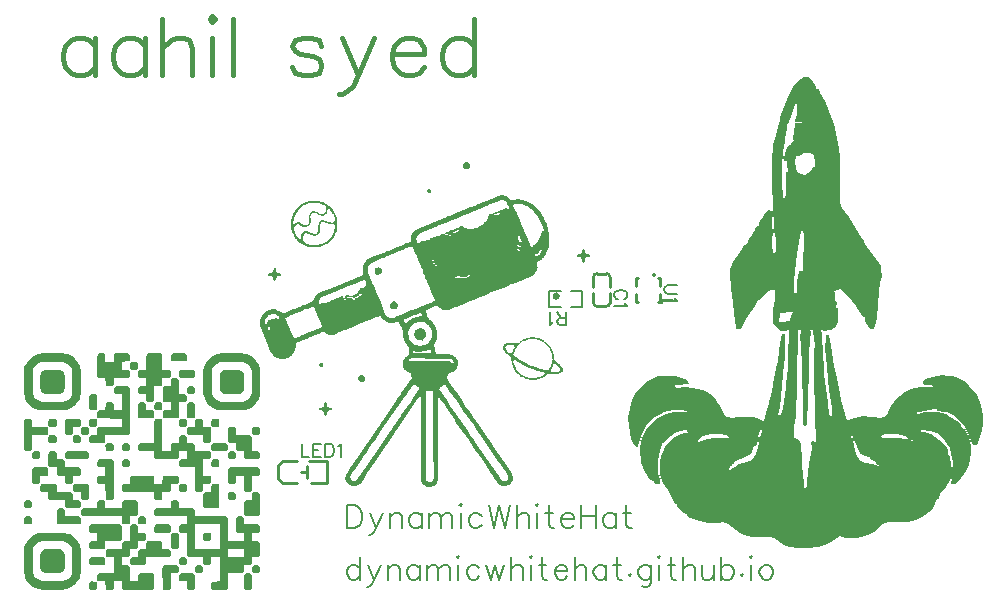
<source format=gto>
G04 Layer: TopSilkscreenLayer*
G04 EasyEDA v6.5.50, 2025-07-23 08:09:46*
G04 fd94b24a4d154d9d8ede188550dba9a9,10c0a84da6c54f53babc60b4471cdfa3,10*
G04 Gerber Generator version 0.2*
G04 Scale: 100 percent, Rotated: No, Reflected: No *
G04 Dimensions in millimeters *
G04 leading zeros omitted , absolute positions ,4 integer and 5 decimal *
%FSLAX45Y45*%
%MOMM*%

%ADD10C,0.4000*%
%ADD11C,0.2032*%
%ADD12C,0.1524*%
%ADD13C,0.2540*%
%ADD14C,0.0136*%

%LPD*%
G36*
X6944512Y-746506D02*
G01*
X6923887Y-752094D01*
X6903567Y-763727D01*
X6882384Y-780999D01*
X6857390Y-810158D01*
X6828028Y-854405D01*
X6796938Y-915314D01*
X6777634Y-960424D01*
X6743801Y-1050290D01*
X6732168Y-1088440D01*
X6726123Y-1120800D01*
X6714388Y-1172260D01*
X6703872Y-1206601D01*
X6688023Y-1270762D01*
X6684772Y-1277112D01*
X6672884Y-1327353D01*
X6667246Y-1364945D01*
X6663436Y-1427683D01*
X6663460Y-1626311D01*
X6743446Y-1626311D01*
X6743446Y-1564894D01*
X6749186Y-1475333D01*
X6754977Y-1410512D01*
X6766306Y-1317142D01*
X6770116Y-1310538D01*
X6775703Y-1275181D01*
X6779564Y-1231341D01*
X6782155Y-1205331D01*
X6788861Y-1207109D01*
X6790131Y-1149045D01*
X6804101Y-1128014D01*
X6817359Y-1101699D01*
X6842201Y-1035050D01*
X6856222Y-990396D01*
X6853732Y-982675D01*
X6856120Y-978814D01*
X6874967Y-978814D01*
X6874967Y-1022451D01*
X6869125Y-1067104D01*
X6857644Y-1124610D01*
X6855663Y-1131316D01*
X6913067Y-1131316D01*
X6913067Y-1140815D01*
X6856323Y-1140815D01*
X6854139Y-1153210D01*
X6838594Y-1271371D01*
X6836409Y-1283766D01*
X6850532Y-1283766D01*
X6832092Y-1298448D01*
X6825792Y-1305712D01*
X6820966Y-1321917D01*
X6816801Y-1325219D01*
X6797751Y-1331518D01*
X6783070Y-1364792D01*
X6770420Y-1402892D01*
X6762750Y-1441043D01*
X6760108Y-1464818D01*
X6780834Y-1464818D01*
X6788962Y-1448663D01*
X6789604Y-1472387D01*
X6856984Y-1472387D01*
X6863740Y-1425295D01*
X6865772Y-1417624D01*
X6887565Y-1416050D01*
X6933082Y-1394612D01*
X6940702Y-1392631D01*
X6982663Y-1393799D01*
X6996887Y-1399844D01*
X7014159Y-1411681D01*
X7019493Y-1420063D01*
X7025690Y-1473403D01*
X7029805Y-1487322D01*
X7027113Y-1512468D01*
X7009130Y-1512468D01*
X6997547Y-1524863D01*
X6968693Y-1561084D01*
X6950252Y-1574800D01*
X6945934Y-1577238D01*
X6903212Y-1569567D01*
X6875119Y-1550619D01*
X6863994Y-1515364D01*
X6856984Y-1472387D01*
X6789604Y-1472387D01*
X6790639Y-1496314D01*
X6796836Y-1540154D01*
X6798614Y-1550619D01*
X6779920Y-1550619D01*
X6778294Y-1742135D01*
X6772148Y-1770735D01*
X6770065Y-1779320D01*
X6760921Y-1779320D01*
X6758787Y-1768856D01*
X6753148Y-1728825D01*
X6747306Y-1675434D01*
X6743446Y-1626311D01*
X6663460Y-1626311D01*
X6663486Y-1694535D01*
X6667093Y-1801266D01*
X6673342Y-1880565D01*
X6671767Y-1882139D01*
X6628130Y-1874672D01*
X6625742Y-1874621D01*
X6605371Y-1904187D01*
X6585682Y-1931822D01*
X6674815Y-1931822D01*
X6674815Y-2036622D01*
X6665315Y-2036622D01*
X6665315Y-1931822D01*
X6585682Y-1931822D01*
X6571386Y-1951837D01*
X6554876Y-1985670D01*
X6550456Y-2008022D01*
X6531711Y-2008022D01*
X6525869Y-2022348D01*
X6514693Y-2046732D01*
X6473159Y-2110028D01*
X6662928Y-2110028D01*
X6680758Y-2055672D01*
X6683908Y-2055672D01*
X6686245Y-2071878D01*
X6692138Y-2132888D01*
X6694474Y-2226868D01*
X6675069Y-2236724D01*
X6673037Y-2230069D01*
X6665010Y-2182418D01*
X6662928Y-2110028D01*
X6473159Y-2110028D01*
X6469430Y-2115718D01*
X6454241Y-2146249D01*
X6445605Y-2170074D01*
X6427114Y-2170074D01*
X6409588Y-2204923D01*
X6375575Y-2255824D01*
X6693865Y-2255824D01*
X6693865Y-2322525D01*
X6684365Y-2322525D01*
X6684365Y-2255824D01*
X6375575Y-2255824D01*
X6368592Y-2266289D01*
X6334912Y-2319629D01*
X6324523Y-2341575D01*
X6703415Y-2341575D01*
X6703415Y-2398776D01*
X6693865Y-2398776D01*
X6693865Y-2341575D01*
X6324523Y-2341575D01*
X6318656Y-2353970D01*
X6309258Y-2390190D01*
X6306413Y-2409240D01*
X6303314Y-2401620D01*
X6304940Y-2416860D01*
X6307124Y-2458821D01*
X6312712Y-2496921D01*
X6317719Y-2543048D01*
X6843928Y-2543048D01*
X6848551Y-2481681D01*
X6857847Y-2388311D01*
X6865620Y-2327300D01*
X6876999Y-2249170D01*
X6894118Y-2148128D01*
X6911390Y-2054758D01*
X6913473Y-2046274D01*
X6928256Y-2058568D01*
X6934453Y-2071420D01*
X6925818Y-2395931D01*
X6925106Y-2396896D01*
X6913067Y-2394458D01*
X6913067Y-2389225D01*
X6894271Y-2389225D01*
X6892239Y-2395931D01*
X6882739Y-2443581D01*
X6876440Y-2489301D01*
X6874865Y-2582672D01*
X6872579Y-2595270D01*
X6865416Y-2588768D01*
X6865416Y-2579979D01*
X6856831Y-2575407D01*
X6852107Y-2569362D01*
X6843928Y-2543048D01*
X6317719Y-2543048D01*
X6329934Y-2655112D01*
X6335318Y-2674162D01*
X6347256Y-2815234D01*
X6354521Y-2864764D01*
X6359652Y-2883814D01*
X6398006Y-2884932D01*
X6437020Y-2813405D01*
X6459982Y-2775204D01*
X6500317Y-2716123D01*
X6519976Y-2686608D01*
X6533794Y-2658618D01*
X6540804Y-2637942D01*
X6560566Y-2636062D01*
X6569456Y-2616809D01*
X6630060Y-2562047D01*
X6650532Y-2552649D01*
X6684365Y-2550718D01*
X6684365Y-2643682D01*
X6678980Y-2674366D01*
X6672529Y-2727553D01*
X6671997Y-2826664D01*
X6722973Y-2826664D01*
X6731863Y-2758033D01*
X6732016Y-2752039D01*
X6818731Y-2738475D01*
X6836968Y-2742184D01*
X6835140Y-2748534D01*
X6830822Y-2765348D01*
X6827520Y-2760065D01*
X6825640Y-2765653D01*
X6817207Y-2818079D01*
X6779412Y-2818079D01*
X6781393Y-2821279D01*
X6723430Y-2826969D01*
X6722973Y-2826664D01*
X6671997Y-2826664D01*
X6671970Y-2832354D01*
X6683298Y-2853334D01*
X6723430Y-2893466D01*
X6748119Y-2902458D01*
X6769150Y-2902051D01*
X6808368Y-2894990D01*
X6806234Y-2925775D01*
X6798665Y-3103016D01*
X6792975Y-3200247D01*
X6785305Y-3303168D01*
X6783070Y-3318408D01*
X6777736Y-3339236D01*
X6777736Y-3377488D01*
X6768287Y-3452672D01*
X6762242Y-3493770D01*
X6751066Y-3560470D01*
X6740956Y-3609035D01*
X6713169Y-3609035D01*
X6723938Y-3585210D01*
X6728307Y-3545230D01*
X6756603Y-3276447D01*
X6764477Y-3181146D01*
X6768490Y-3125876D01*
X6771894Y-2979115D01*
X6769608Y-2922727D01*
X6750354Y-2923844D01*
X6739636Y-2960065D01*
X6724446Y-3061106D01*
X6709105Y-3160217D01*
X6699300Y-3213557D01*
X6669379Y-3348888D01*
X6666890Y-3366058D01*
X6653682Y-3440379D01*
X6640220Y-3503269D01*
X6635343Y-3509010D01*
X6613296Y-3598570D01*
X6590131Y-3664305D01*
X6586778Y-3664305D01*
X6549999Y-3642004D01*
X6533794Y-3633774D01*
X6500418Y-3625240D01*
X6389878Y-3625900D01*
X6365087Y-3629609D01*
X6323330Y-3636416D01*
X6290564Y-3632250D01*
X6265011Y-3620211D01*
X6254089Y-3604310D01*
X6219393Y-3532428D01*
X6199632Y-3499459D01*
X6178702Y-3471113D01*
X6166866Y-3459987D01*
X6138316Y-3436975D01*
X6109716Y-3417925D01*
X6074156Y-3401415D01*
X6037681Y-3389731D01*
X5995365Y-3382568D01*
X5936284Y-3377895D01*
X5845810Y-3380384D01*
X5836158Y-3361283D01*
X5846673Y-3361131D01*
X5958332Y-3352241D01*
X5960059Y-3350514D01*
X5950508Y-3322218D01*
X5928614Y-3308096D01*
X5900064Y-3294887D01*
X5875274Y-3288487D01*
X5840984Y-3282950D01*
X5739942Y-3280765D01*
X5693562Y-3285032D01*
X5659882Y-3296920D01*
X5625592Y-3314090D01*
X5595112Y-3334054D01*
X5566206Y-3356508D01*
X5519470Y-3406089D01*
X5500319Y-3434638D01*
X5478170Y-3480409D01*
X5464302Y-3520440D01*
X5455158Y-3556660D01*
X5449112Y-3594252D01*
X5445810Y-3640937D01*
X5449265Y-3708349D01*
X5456885Y-3757980D01*
X5470093Y-3813962D01*
X5483707Y-3848608D01*
X5494731Y-3865981D01*
X5520283Y-3885336D01*
X5523636Y-3883304D01*
X5523636Y-3877970D01*
X5542635Y-3814826D01*
X5560212Y-3770122D01*
X5582259Y-3724351D01*
X5606542Y-3689248D01*
X5629249Y-3663391D01*
X5656630Y-3639007D01*
X5686501Y-3618484D01*
X5726023Y-3599230D01*
X5751372Y-3589680D01*
X5820003Y-3572967D01*
X5854293Y-3569055D01*
X5910935Y-3569055D01*
X5934354Y-3575050D01*
X5958484Y-3588461D01*
X5957163Y-3589731D01*
X5865723Y-3586734D01*
X5821883Y-3589782D01*
X5795213Y-3593998D01*
X5764733Y-3601669D01*
X5726633Y-3619855D01*
X5695391Y-3638753D01*
X5655767Y-3670046D01*
X5617921Y-3709111D01*
X5607252Y-3723436D01*
X6732016Y-3723436D01*
X6732320Y-3707231D01*
X6737553Y-3718661D01*
X6737705Y-3723436D01*
X5607252Y-3723436D01*
X5596229Y-3738118D01*
X5574385Y-3773932D01*
X5558434Y-3808222D01*
X5550204Y-3844442D01*
X5544667Y-3886352D01*
X5544616Y-3940860D01*
X5548680Y-3977843D01*
X5556402Y-4014063D01*
X5567730Y-4049674D01*
X5580938Y-4080408D01*
X5613857Y-4136034D01*
X5637377Y-4159250D01*
X5654192Y-4167327D01*
X5664657Y-4171238D01*
X5664657Y-4190085D01*
X5686602Y-4194454D01*
X5693257Y-4196334D01*
X5693257Y-4199890D01*
X5712815Y-4199890D01*
X5710682Y-4151325D01*
X5698845Y-4101744D01*
X5692851Y-4052214D01*
X5695035Y-4002633D01*
X5702757Y-3960266D01*
X5715863Y-3914952D01*
X5727242Y-3869232D01*
X5731662Y-3847287D01*
X5750306Y-3847287D01*
X5779058Y-3809339D01*
X5804763Y-3788816D01*
X5827623Y-3773474D01*
X5855614Y-3759403D01*
X5889345Y-3748379D01*
X5929122Y-3742486D01*
X5940958Y-3742486D01*
X5950356Y-3761028D01*
X5917895Y-3763670D01*
X5888634Y-3771137D01*
X5841847Y-3793744D01*
X5812536Y-3813962D01*
X5798810Y-3827729D01*
X6025896Y-3827729D01*
X6048705Y-3806901D01*
X6077305Y-3790035D01*
X6107074Y-3778554D01*
X6135776Y-3772611D01*
X6161176Y-3769410D01*
X6222136Y-3770884D01*
X6277457Y-3782314D01*
X6290868Y-3787901D01*
X6297066Y-3794912D01*
X6298931Y-3799433D01*
X6541109Y-3799433D01*
X6543598Y-3792982D01*
X6558940Y-3747262D01*
X6560362Y-3742486D01*
X6579920Y-3742486D01*
X6578142Y-3747262D01*
X6560312Y-3809187D01*
X6541109Y-3799433D01*
X6298931Y-3799433D01*
X6303111Y-3809441D01*
X6245047Y-3806393D01*
X6159246Y-3806748D01*
X6117336Y-3813048D01*
X6083046Y-3822395D01*
X6045504Y-3837635D01*
X6025896Y-3827729D01*
X5798810Y-3827729D01*
X5779008Y-3847642D01*
X5754319Y-3884777D01*
X5737504Y-3920693D01*
X5723788Y-3960977D01*
X5716270Y-4010253D01*
X5711799Y-4061714D01*
X5712872Y-4083659D01*
X6294018Y-4083659D01*
X6303314Y-4047439D01*
X6322212Y-4047439D01*
X6322212Y-4028389D01*
X6341110Y-4028389D01*
X6342227Y-4008374D01*
X6370828Y-3989273D01*
X6431838Y-3970782D01*
X6466890Y-3954068D01*
X6492798Y-3928313D01*
X6499809Y-3903522D01*
X6511188Y-3876090D01*
X6522720Y-3874922D01*
X6549999Y-3810812D01*
X6550799Y-3836517D01*
X6846366Y-3836517D01*
X6852056Y-3711041D01*
X6859727Y-3665270D01*
X6865264Y-3627170D01*
X6869023Y-3568090D01*
X6871309Y-3402279D01*
X6874865Y-3223107D01*
X6880910Y-2984855D01*
X6884466Y-2978251D01*
X6884466Y-2894330D01*
X6904075Y-2894330D01*
X6901586Y-2956255D01*
X6905244Y-3005836D01*
X6911086Y-3059176D01*
X6914997Y-3152597D01*
X6920890Y-3627018D01*
X6923989Y-3661460D01*
X6922211Y-3675786D01*
X6926072Y-3675786D01*
X6930847Y-3702608D01*
X6934047Y-3704590D01*
X6957872Y-3696106D01*
X6961073Y-3693312D01*
X6973824Y-3234537D01*
X6977989Y-3099206D01*
X6983730Y-2986735D01*
X6989318Y-2909062D01*
X6989318Y-2903778D01*
X6979767Y-2900121D01*
X6979767Y-2884982D01*
X6999478Y-2890824D01*
X7008012Y-2894076D01*
X7010247Y-2904794D01*
X7016089Y-2950565D01*
X7021728Y-3024886D01*
X7021728Y-3046780D01*
X7017461Y-3046780D01*
X7019442Y-3209747D01*
X7026429Y-3661816D01*
X7141768Y-3661816D01*
X7141768Y-3658260D01*
X7150353Y-3647389D01*
X7151319Y-3647186D01*
X7151319Y-3666134D01*
X7141768Y-3661816D01*
X7026429Y-3661816D01*
X7027418Y-3732936D01*
X7036460Y-3732936D01*
X7037396Y-3790137D01*
X7351471Y-3790137D01*
X7351471Y-3798265D01*
X7572298Y-3798265D01*
X7602067Y-3782872D01*
X7621168Y-3776370D01*
X7653528Y-3769207D01*
X7724089Y-3770680D01*
X7760258Y-3777234D01*
X7786420Y-3786073D01*
X7801609Y-3796639D01*
X7811287Y-3809187D01*
X7838541Y-3809187D01*
X7857032Y-3827932D01*
X7837474Y-3837838D01*
X7837474Y-3809187D01*
X7811287Y-3809187D01*
X7819085Y-3819296D01*
X7809839Y-3817061D01*
X7786979Y-3813149D01*
X7743139Y-3809187D01*
X7611618Y-3809136D01*
X7575753Y-3801719D01*
X7572298Y-3798265D01*
X7351471Y-3798265D01*
X7351471Y-3809187D01*
X7332370Y-3809187D01*
X7332370Y-3790137D01*
X7037396Y-3790137D01*
X7037987Y-3828237D01*
X7360666Y-3828237D01*
X7371029Y-3859682D01*
X7387183Y-3901694D01*
X7403388Y-3934002D01*
X7411161Y-3945077D01*
X7445806Y-3961333D01*
X7480096Y-3969156D01*
X7494168Y-3971340D01*
X7495336Y-3981196D01*
X7523581Y-3997248D01*
X7538059Y-4009390D01*
X7552131Y-4037888D01*
X7570622Y-4037888D01*
X7570622Y-4057802D01*
X7550150Y-4037533D01*
X7461046Y-4015435D01*
X7436002Y-4005935D01*
X7419136Y-3997401D01*
X7395209Y-3980434D01*
X7376718Y-3943553D01*
X7362494Y-3905453D01*
X7353503Y-3865626D01*
X7350912Y-3828237D01*
X7037987Y-3828237D01*
X7038238Y-3844442D01*
X7036562Y-3849217D01*
X7034123Y-3849014D01*
X7017715Y-3828237D01*
X6998919Y-3828237D01*
X6989064Y-3847642D01*
X6996938Y-3870909D01*
X6996938Y-3885437D01*
X7046518Y-3885437D01*
X7046518Y-3980738D01*
X7036968Y-3980738D01*
X7036968Y-3885437D01*
X6996938Y-3885437D01*
X6996938Y-3894226D01*
X6991248Y-3937812D01*
X6977989Y-4025493D01*
X6968490Y-4099864D01*
X6960717Y-4170375D01*
X6951218Y-4273296D01*
X6951218Y-4276140D01*
X6942023Y-4276140D01*
X6939737Y-4261866D01*
X6914642Y-4033113D01*
X6915099Y-3948785D01*
X6911086Y-3898696D01*
X6905345Y-3865422D01*
X6895439Y-3830320D01*
X6889242Y-3824732D01*
X6858863Y-3809187D01*
X6855917Y-3809187D01*
X6855917Y-3835400D01*
X6847484Y-3837635D01*
X6846366Y-3836517D01*
X6550799Y-3836517D01*
X6551066Y-3845712D01*
X6545326Y-3879189D01*
X6522161Y-3939743D01*
X6508800Y-3966870D01*
X6490919Y-3988815D01*
X6469786Y-4001770D01*
X6419545Y-4015028D01*
X6380378Y-4029760D01*
X6344564Y-4047744D01*
X6311747Y-4068114D01*
X6296660Y-4083659D01*
X5712872Y-4083659D01*
X5714034Y-4107484D01*
X5720181Y-4139285D01*
X5729935Y-4166565D01*
X5740501Y-4187494D01*
X5777280Y-4242816D01*
X5836361Y-4361891D01*
X5855258Y-4361891D01*
X5855258Y-4382262D01*
X5896254Y-4422190D01*
X5920384Y-4438497D01*
X5941009Y-4447946D01*
X5941009Y-4466691D01*
X5966764Y-4479645D01*
X6004864Y-4495850D01*
X6050635Y-4510735D01*
X6083046Y-4517948D01*
X6126886Y-4524705D01*
X6212636Y-4524857D01*
X6247231Y-4515612D01*
X6287211Y-4533442D01*
X6291122Y-4533442D01*
X6324498Y-4563922D01*
X6354216Y-4586325D01*
X6389878Y-4608423D01*
X6422288Y-4623460D01*
X6466128Y-4638090D01*
X6493764Y-4642662D01*
X6493764Y-4647793D01*
X6649466Y-4647793D01*
X6678828Y-4655312D01*
X6706260Y-4669688D01*
X6737807Y-4693666D01*
X6763461Y-4709414D01*
X6784441Y-4718812D01*
X6816547Y-4729734D01*
X6885431Y-4737963D01*
X6982663Y-4738065D01*
X7030262Y-4731410D01*
X7056983Y-4725873D01*
X7098182Y-4714240D01*
X7131303Y-4700879D01*
X7161784Y-4685538D01*
X7184694Y-4671923D01*
X7215174Y-4650333D01*
X7237120Y-4637989D01*
X7255205Y-4643831D01*
X7291425Y-4650486D01*
X7365746Y-4650384D01*
X7420660Y-4641900D01*
X7489647Y-4617008D01*
X7527848Y-4598619D01*
X7548727Y-4583125D01*
X7581138Y-4546295D01*
X7596378Y-4535474D01*
X7644028Y-4521301D01*
X7804099Y-4521047D01*
X7843672Y-4512310D01*
X7878876Y-4501032D01*
X7916976Y-4484370D01*
X7956600Y-4456684D01*
X7989011Y-4431538D01*
X8021929Y-4398416D01*
X8044789Y-4364177D01*
X8053019Y-4342282D01*
X8056981Y-4323791D01*
X8075574Y-4323791D01*
X8079638Y-4307586D01*
X8094472Y-4266793D01*
X8132216Y-4219905D01*
X8161832Y-4177995D01*
X8178342Y-4143705D01*
X8182914Y-4120794D01*
X8182609Y-4070553D01*
X8178596Y-4029303D01*
X8172856Y-3975963D01*
X8170672Y-3961536D01*
X8151977Y-3952087D01*
X8151926Y-3928313D01*
X8147913Y-3903726D01*
X8132521Y-3874058D01*
X8076082Y-3819245D01*
X8042351Y-3794099D01*
X8004251Y-3773170D01*
X7958480Y-3757929D01*
X7923225Y-3751529D01*
X7923225Y-3733139D01*
X7943240Y-3742232D01*
X8002320Y-3748582D01*
X8029752Y-3755593D01*
X8055711Y-3765956D01*
X8081264Y-3781551D01*
X8113369Y-3809237D01*
X8146084Y-3857802D01*
X8164575Y-3894074D01*
X8178749Y-3936898D01*
X8186115Y-3972153D01*
X8190788Y-4008374D01*
X8190788Y-4092194D01*
X8180527Y-4196435D01*
X8180527Y-4199890D01*
X8196732Y-4199788D01*
X8211972Y-4192422D01*
X8217357Y-4192270D01*
X8262772Y-4147515D01*
X8288832Y-4111294D01*
X8306409Y-4081526D01*
X8318093Y-4056024D01*
X8326983Y-4032605D01*
X8338515Y-3981653D01*
X8344916Y-3939743D01*
X8344712Y-3878732D01*
X8336940Y-3834231D01*
X8323173Y-3791661D01*
X8306511Y-3754882D01*
X8295081Y-3733901D01*
X8275421Y-3731971D01*
X8265159Y-3701491D01*
X8260029Y-3691991D01*
X8249920Y-3679647D01*
X8229142Y-3664051D01*
X8170062Y-3628644D01*
X8131251Y-3607054D01*
X8106511Y-3597757D01*
X8069072Y-3588410D01*
X8034731Y-3584295D01*
X7984083Y-3584295D01*
X7947253Y-3588410D01*
X7904937Y-3599078D01*
X7885125Y-3609136D01*
X7885125Y-3590290D01*
X7916570Y-3588867D01*
X7948980Y-3578961D01*
X7993532Y-3568954D01*
X8032851Y-3563670D01*
X8056676Y-3561232D01*
X8056676Y-3580485D01*
X8078571Y-3580485D01*
X8120481Y-3584448D01*
X8147202Y-3590290D01*
X8176564Y-3599789D01*
X8210092Y-3620820D01*
X8231022Y-3636670D01*
X8264906Y-3669080D01*
X8288883Y-3699764D01*
X8307831Y-3730345D01*
X8323681Y-3761892D01*
X8340293Y-3802532D01*
X8362086Y-3866387D01*
X8399475Y-3866387D01*
X8406892Y-3846372D01*
X8422487Y-3794912D01*
X8435898Y-3739591D01*
X8443874Y-3690061D01*
X8445957Y-3611727D01*
X8441436Y-3571900D01*
X8432190Y-3525570D01*
X8422233Y-3497579D01*
X8396325Y-3444189D01*
X8365794Y-3398469D01*
X8333689Y-3362248D01*
X8301583Y-3335121D01*
X8267242Y-3312261D01*
X8237981Y-3296310D01*
X8194395Y-3285286D01*
X8154822Y-3279597D01*
X8105241Y-3277057D01*
X8059521Y-3281375D01*
X8027111Y-3287166D01*
X7979460Y-3300679D01*
X7951825Y-3312668D01*
X7943900Y-3333597D01*
X7941818Y-3351479D01*
X7954670Y-3353511D01*
X8009788Y-3359658D01*
X8021370Y-3364484D01*
X8026349Y-3370478D01*
X8002320Y-3372764D01*
X7916062Y-3378454D01*
X7870850Y-3384296D01*
X7840929Y-3391662D01*
X7802676Y-3408832D01*
X7771892Y-3426866D01*
X7742275Y-3448862D01*
X7713218Y-3476447D01*
X7690459Y-3504742D01*
X7671562Y-3532784D01*
X7650886Y-3571900D01*
X7640980Y-3598570D01*
X7626858Y-3619500D01*
X7602067Y-3632098D01*
X7576362Y-3636518D01*
X7537297Y-3631793D01*
X7504887Y-3626358D01*
X7436256Y-3623767D01*
X7396225Y-3628288D01*
X7358075Y-3637330D01*
X7326375Y-3648913D01*
X7294625Y-3665829D01*
X7248448Y-3484219D01*
X7235088Y-3425139D01*
X7216444Y-3339337D01*
X7201052Y-3261207D01*
X7189571Y-3196437D01*
X7180072Y-3139236D01*
X7162647Y-3021685D01*
X7152944Y-2973679D01*
X7142530Y-2933395D01*
X7121804Y-2933395D01*
X7114895Y-2971495D01*
X7114489Y-3043936D01*
X7128509Y-3207867D01*
X7138009Y-3306978D01*
X7147661Y-3396538D01*
X7166406Y-3552850D01*
X7170318Y-3598570D01*
X7170369Y-3618331D01*
X7142073Y-3608832D01*
X7132015Y-3503269D01*
X7117232Y-3385108D01*
X7105650Y-3270758D01*
X7099960Y-3200247D01*
X7094220Y-3103016D01*
X7086600Y-2927654D01*
X7084364Y-2904794D01*
X7076338Y-2896260D01*
X7078167Y-2894431D01*
X7112253Y-2898343D01*
X7135114Y-2895955D01*
X7163663Y-2888386D01*
X7184186Y-2876651D01*
X7206996Y-2857652D01*
X7222591Y-2825089D01*
X7224217Y-2780080D01*
X7219899Y-2723743D01*
X7217613Y-2703728D01*
X7198563Y-2703728D01*
X7201001Y-2697378D01*
X7208875Y-2666085D01*
X7198918Y-2638602D01*
X7197547Y-2569362D01*
X7191654Y-2568194D01*
X7189317Y-2562047D01*
X7192314Y-2559253D01*
X7237374Y-2541727D01*
X7266584Y-2565552D01*
X7306056Y-2603500D01*
X7341514Y-2645613D01*
X7373366Y-2688082D01*
X7395921Y-2727553D01*
X7404455Y-2737053D01*
X7428077Y-2779979D01*
X7446264Y-2779979D01*
X7448905Y-2807106D01*
X7457744Y-2833116D01*
X7471359Y-2857144D01*
X7485888Y-2876042D01*
X7510576Y-2884678D01*
X7523073Y-2884779D01*
X7527086Y-2874314D01*
X7540396Y-2830474D01*
X7547559Y-2786634D01*
X7557414Y-2670352D01*
X7566812Y-2571242D01*
X7576566Y-2493111D01*
X7583627Y-2472131D01*
X7590231Y-2432253D01*
X7587843Y-2376728D01*
X7580375Y-2347518D01*
X7570012Y-2325624D01*
X7544308Y-2287270D01*
X7493660Y-2224379D01*
X7452106Y-2161489D01*
X7433513Y-2124557D01*
X7416800Y-2104034D01*
X7365339Y-2020417D01*
X7299147Y-1908505D01*
X7283805Y-1892503D01*
X7266889Y-1868728D01*
X7256424Y-1862531D01*
X7244892Y-1837436D01*
X7240930Y-1820316D01*
X7238847Y-1524863D01*
X7235088Y-1420317D01*
X7229348Y-1362862D01*
X7221677Y-1309522D01*
X7206488Y-1233271D01*
X7191146Y-1174191D01*
X7174230Y-1118920D01*
X7153757Y-1061720D01*
X7133793Y-1012190D01*
X7107072Y-953109D01*
X7071359Y-882548D01*
X7055916Y-854913D01*
X7037476Y-854913D01*
X7035342Y-833882D01*
X7026706Y-819658D01*
X6988403Y-766775D01*
X6971487Y-752297D01*
X6955942Y-748334D01*
G37*
G36*
X967790Y-3089808D02*
G01*
X957122Y-3095142D01*
X951280Y-3103219D01*
X949198Y-3110382D01*
X949807Y-3280460D01*
X955852Y-3290214D01*
X965657Y-3296259D01*
X1018184Y-3296869D01*
X1018794Y-3349396D01*
X1024839Y-3359200D01*
X1034643Y-3365246D01*
X1070914Y-3365246D01*
X1080719Y-3359200D01*
X1086764Y-3349396D01*
X1087374Y-3296818D01*
X1208887Y-3296259D01*
X1218641Y-3290214D01*
X1224686Y-3280460D01*
X1224686Y-3244138D01*
X1218641Y-3234334D01*
X1208887Y-3228289D01*
X1156208Y-3227730D01*
X1156208Y-3158947D01*
X1208887Y-3158337D01*
X1218641Y-3152292D01*
X1224686Y-3142488D01*
X1224686Y-3106216D01*
X1218641Y-3096463D01*
X1208887Y-3090367D01*
X1103579Y-3090367D01*
X1093825Y-3096463D01*
X1087729Y-3106216D01*
X1087170Y-3158845D01*
X1018387Y-3158845D01*
X1017778Y-3106216D01*
X1011732Y-3096463D01*
X1001928Y-3090367D01*
G37*
G36*
X1381658Y-3089808D02*
G01*
X1371092Y-3095091D01*
X1366215Y-3101492D01*
X1363167Y-3108807D01*
X1363167Y-3227730D01*
X1310538Y-3228289D01*
X1300734Y-3234334D01*
X1294688Y-3244138D01*
X1294688Y-3280460D01*
X1300734Y-3290214D01*
X1310538Y-3296259D01*
X1363167Y-3296869D01*
X1363167Y-3365652D01*
X1310538Y-3366211D01*
X1300734Y-3372307D01*
X1294688Y-3382060D01*
X1294688Y-3418382D01*
X1300734Y-3428136D01*
X1310538Y-3434181D01*
X1363065Y-3434791D01*
X1363675Y-3487318D01*
X1369720Y-3497122D01*
X1379524Y-3503168D01*
X1415796Y-3503168D01*
X1425600Y-3497122D01*
X1431645Y-3487318D01*
X1432204Y-3365804D01*
X1484782Y-3365246D01*
X1494586Y-3359200D01*
X1500632Y-3349396D01*
X1501190Y-3296869D01*
X1553768Y-3296259D01*
X1563522Y-3290214D01*
X1569618Y-3280460D01*
X1569618Y-3244138D01*
X1563522Y-3234334D01*
X1553768Y-3228289D01*
X1501140Y-3227730D01*
X1500632Y-3106216D01*
X1494586Y-3096463D01*
X1484782Y-3090367D01*
G37*
G36*
X1588566Y-3089808D02*
G01*
X1577898Y-3095142D01*
X1572056Y-3103219D01*
X1569923Y-3110382D01*
X1570583Y-3142538D01*
X1576628Y-3152292D01*
X1586433Y-3158337D01*
X1691690Y-3158337D01*
X1701495Y-3152292D01*
X1707540Y-3142488D01*
X1707540Y-3106216D01*
X1701495Y-3096463D01*
X1691690Y-3090367D01*
G37*
G36*
X657301Y-3089859D02*
G01*
X478942Y-3090113D01*
X460857Y-3092754D01*
X444449Y-3096920D01*
X429971Y-3102152D01*
X411581Y-3110890D01*
X389991Y-3125216D01*
X362864Y-3152343D01*
X350316Y-3171240D01*
X340258Y-3191306D01*
X332740Y-3214319D01*
X328980Y-3234283D01*
X328980Y-3419195D01*
X401421Y-3419195D01*
X402031Y-3236315D01*
X406603Y-3221329D01*
X414782Y-3204870D01*
X427228Y-3189325D01*
X441604Y-3177844D01*
X453948Y-3170986D01*
X464972Y-3166618D01*
X481939Y-3162960D01*
X663905Y-3163417D01*
X678891Y-3167938D01*
X696874Y-3176778D01*
X712927Y-3189630D01*
X725119Y-3204972D01*
X733247Y-3221380D01*
X737870Y-3237280D01*
X737870Y-3425190D01*
X733298Y-3440937D01*
X724865Y-3457905D01*
X712571Y-3473246D01*
X696874Y-3485692D01*
X678891Y-3494633D01*
X661924Y-3499154D01*
X477977Y-3499154D01*
X461314Y-3494735D01*
X442976Y-3485743D01*
X426974Y-3472891D01*
X416814Y-3460191D01*
X409752Y-3448202D01*
X404622Y-3435197D01*
X401421Y-3419195D01*
X328980Y-3419195D01*
X328980Y-3430219D01*
X333603Y-3451199D01*
X340360Y-3471468D01*
X349707Y-3490163D01*
X362915Y-3510178D01*
X389991Y-3537204D01*
X407974Y-3549396D01*
X430479Y-3560724D01*
X451104Y-3567480D01*
X465937Y-3570528D01*
X482904Y-3572611D01*
X656945Y-3572611D01*
X673912Y-3570528D01*
X688898Y-3567480D01*
X709676Y-3560572D01*
X729488Y-3550767D01*
X749706Y-3537305D01*
X771702Y-3516172D01*
X787298Y-3495192D01*
X799287Y-3472027D01*
X806246Y-3451199D01*
X810869Y-3430219D01*
X810869Y-3232302D01*
X806246Y-3211322D01*
X799338Y-3190697D01*
X788416Y-3169310D01*
X777443Y-3153359D01*
X762863Y-3137306D01*
X748588Y-3124555D01*
X732891Y-3113735D01*
X716889Y-3105099D01*
X698855Y-3097987D01*
X679907Y-3092856D01*
G37*
G36*
X2174798Y-3089859D02*
G01*
X1996439Y-3090113D01*
X1978355Y-3092754D01*
X1961946Y-3096920D01*
X1947468Y-3102152D01*
X1929079Y-3110890D01*
X1907489Y-3125216D01*
X1880362Y-3152343D01*
X1867814Y-3171240D01*
X1857756Y-3191306D01*
X1850237Y-3214319D01*
X1846529Y-3234283D01*
X1846529Y-3419195D01*
X1918919Y-3419195D01*
X1919528Y-3236315D01*
X1924100Y-3221329D01*
X1932279Y-3204870D01*
X1944725Y-3189325D01*
X1959102Y-3177844D01*
X1971446Y-3170986D01*
X1982470Y-3166618D01*
X1999437Y-3162960D01*
X2181402Y-3163417D01*
X2196388Y-3167938D01*
X2214372Y-3176778D01*
X2230475Y-3189630D01*
X2242616Y-3204972D01*
X2250744Y-3221380D01*
X2255367Y-3237280D01*
X2255367Y-3425190D01*
X2250795Y-3440937D01*
X2242362Y-3457905D01*
X2230069Y-3473246D01*
X2214372Y-3485692D01*
X2196388Y-3494633D01*
X2179370Y-3499154D01*
X1995424Y-3499154D01*
X1978812Y-3494735D01*
X1960473Y-3485743D01*
X1944471Y-3472891D01*
X1934311Y-3460191D01*
X1927250Y-3448202D01*
X1922119Y-3435197D01*
X1918919Y-3419195D01*
X1846529Y-3419195D01*
X1846529Y-3430219D01*
X1851101Y-3451199D01*
X1857857Y-3471468D01*
X1867204Y-3490163D01*
X1880412Y-3510178D01*
X1907489Y-3537204D01*
X1925472Y-3549396D01*
X1947976Y-3560724D01*
X1968601Y-3567480D01*
X1983435Y-3570528D01*
X2000402Y-3572611D01*
X2174443Y-3572611D01*
X2191410Y-3570528D01*
X2206396Y-3567480D01*
X2227173Y-3560572D01*
X2246985Y-3550767D01*
X2267204Y-3537305D01*
X2289200Y-3516172D01*
X2304796Y-3495192D01*
X2316784Y-3472027D01*
X2323744Y-3451199D01*
X2328367Y-3430219D01*
X2328367Y-3232302D01*
X2323744Y-3211322D01*
X2316835Y-3190697D01*
X2305913Y-3169310D01*
X2294940Y-3153359D01*
X2280361Y-3137306D01*
X2266086Y-3124555D01*
X2250389Y-3113735D01*
X2234387Y-3105099D01*
X2216353Y-3097987D01*
X2197404Y-3092856D01*
G37*
G36*
X1243685Y-3158744D02*
G01*
X1233017Y-3164128D01*
X1227175Y-3172155D01*
X1225042Y-3179318D01*
X1225702Y-3211474D01*
X1231747Y-3221278D01*
X1241552Y-3227324D01*
X1277823Y-3227324D01*
X1287627Y-3221278D01*
X1293672Y-3211474D01*
X1293672Y-3175203D01*
X1287627Y-3165398D01*
X1277874Y-3159353D01*
G37*
G36*
X1657553Y-3227781D02*
G01*
X1646885Y-3233064D01*
X1641043Y-3241141D01*
X1638909Y-3248304D01*
X1639570Y-3280460D01*
X1645615Y-3290214D01*
X1655419Y-3296259D01*
X1760677Y-3296259D01*
X1770481Y-3290214D01*
X1776526Y-3280460D01*
X1776526Y-3244138D01*
X1770481Y-3234334D01*
X1760677Y-3228289D01*
G37*
G36*
X623925Y-3227832D02*
G01*
X514959Y-3227984D01*
X503224Y-3230829D01*
X488950Y-3238296D01*
X475945Y-3251301D01*
X468630Y-3266287D01*
X466445Y-3276904D01*
X466445Y-3386328D01*
X469493Y-3398215D01*
X475945Y-3411118D01*
X489153Y-3424529D01*
X505968Y-3432505D01*
X516534Y-3434689D01*
X623925Y-3434689D01*
X636727Y-3431641D01*
X650900Y-3424224D01*
X663905Y-3411118D01*
X670356Y-3398215D01*
X673404Y-3386328D01*
X673404Y-3276193D01*
X670356Y-3264306D01*
X663905Y-3251301D01*
X650900Y-3238296D01*
X636727Y-3230880D01*
G37*
G36*
X2141423Y-3227832D02*
G01*
X2032457Y-3227984D01*
X2020722Y-3230829D01*
X2006447Y-3238296D01*
X1993392Y-3251301D01*
X1986127Y-3266287D01*
X1983943Y-3276904D01*
X1983943Y-3386328D01*
X1986991Y-3398215D01*
X1993442Y-3411118D01*
X2006650Y-3424529D01*
X2023414Y-3432505D01*
X2034032Y-3434689D01*
X2141423Y-3434689D01*
X2154174Y-3431641D01*
X2168398Y-3424224D01*
X2181402Y-3411118D01*
X2187854Y-3398215D01*
X2190902Y-3386328D01*
X2190902Y-3276193D01*
X2187854Y-3264306D01*
X2181402Y-3251301D01*
X2168398Y-3238296D01*
X2154174Y-3230880D01*
G37*
G36*
X1588566Y-3296665D02*
G01*
X1578051Y-3302000D01*
X1573174Y-3308350D01*
X1570075Y-3315715D01*
X1570075Y-3365652D01*
X1517446Y-3366211D01*
X1507642Y-3372307D01*
X1501597Y-3382060D01*
X1501597Y-3487318D01*
X1507642Y-3497122D01*
X1517446Y-3503168D01*
X1570075Y-3503777D01*
X1570075Y-3572510D01*
X1517446Y-3573119D01*
X1507642Y-3579164D01*
X1501597Y-3588969D01*
X1501597Y-3625240D01*
X1507642Y-3635044D01*
X1517446Y-3641090D01*
X1622755Y-3641090D01*
X1632508Y-3635044D01*
X1638554Y-3625240D01*
X1639112Y-3503777D01*
X1691741Y-3503168D01*
X1701495Y-3497122D01*
X1707540Y-3487318D01*
X1707540Y-3451047D01*
X1701495Y-3441242D01*
X1691741Y-3435197D01*
X1639112Y-3434587D01*
X1638554Y-3313125D01*
X1632508Y-3303320D01*
X1622755Y-3297275D01*
G37*
G36*
X1726539Y-3365652D02*
G01*
X1715871Y-3370986D01*
X1710029Y-3379063D01*
X1707896Y-3386226D01*
X1708556Y-3418382D01*
X1714601Y-3428136D01*
X1724406Y-3434181D01*
X1760677Y-3434181D01*
X1770481Y-3428136D01*
X1776526Y-3418382D01*
X1776526Y-3382060D01*
X1770481Y-3372307D01*
X1760677Y-3366211D01*
G37*
G36*
X1105763Y-3365703D02*
G01*
X1095044Y-3370986D01*
X1089253Y-3379063D01*
X1087120Y-3386226D01*
X1087729Y-3418382D01*
X1093825Y-3428136D01*
X1103579Y-3434181D01*
X1156208Y-3434791D01*
X1156208Y-3572611D01*
X1087374Y-3572611D01*
X1086764Y-3519982D01*
X1080719Y-3510229D01*
X1070914Y-3504184D01*
X1034643Y-3504184D01*
X1024839Y-3510229D01*
X1018794Y-3519982D01*
X1018184Y-3572510D01*
X965657Y-3573119D01*
X955852Y-3579164D01*
X949807Y-3588969D01*
X949807Y-3625240D01*
X955852Y-3635044D01*
X965657Y-3641090D01*
X1156208Y-3641598D01*
X1156208Y-3710533D01*
X965657Y-3711041D01*
X955852Y-3717086D01*
X949807Y-3726891D01*
X949198Y-3779418D01*
X896670Y-3780028D01*
X886866Y-3786073D01*
X880821Y-3795826D01*
X880821Y-3832148D01*
X886866Y-3841902D01*
X896670Y-3847998D01*
X1001928Y-3847998D01*
X1011732Y-3841902D01*
X1017778Y-3832148D01*
X1018387Y-3779520D01*
X1208887Y-3779012D01*
X1218641Y-3772966D01*
X1224686Y-3763162D01*
X1224686Y-3382060D01*
X1218641Y-3372307D01*
X1208887Y-3366211D01*
G37*
G36*
X898804Y-3434587D02*
G01*
X888136Y-3439972D01*
X882294Y-3447999D01*
X880211Y-3455162D01*
X880821Y-3556304D01*
X886866Y-3566058D01*
X896670Y-3572103D01*
X932942Y-3572103D01*
X942746Y-3566058D01*
X948791Y-3556304D01*
X948791Y-3451047D01*
X942746Y-3441242D01*
X932992Y-3435197D01*
G37*
G36*
X1312672Y-3503574D02*
G01*
X1302004Y-3508908D01*
X1296162Y-3516985D01*
X1294079Y-3524148D01*
X1294688Y-3625240D01*
X1300734Y-3635044D01*
X1310538Y-3641090D01*
X1415796Y-3641090D01*
X1425600Y-3635044D01*
X1431645Y-3625240D01*
X1431645Y-3588969D01*
X1425600Y-3579164D01*
X1415796Y-3573119D01*
X1363268Y-3572510D01*
X1362659Y-3519982D01*
X1356614Y-3510229D01*
X1346860Y-3504184D01*
G37*
G36*
X1450644Y-3503574D02*
G01*
X1439976Y-3508908D01*
X1434134Y-3516985D01*
X1432001Y-3524148D01*
X1432661Y-3556304D01*
X1438706Y-3566058D01*
X1448460Y-3572103D01*
X1484782Y-3572103D01*
X1494586Y-3566058D01*
X1500632Y-3556304D01*
X1500632Y-3519982D01*
X1494586Y-3510229D01*
X1484782Y-3504184D01*
G37*
G36*
X1726539Y-3503574D02*
G01*
X1715871Y-3508908D01*
X1710029Y-3516985D01*
X1707946Y-3524148D01*
X1708556Y-3625240D01*
X1714601Y-3635044D01*
X1724406Y-3641090D01*
X1760677Y-3641090D01*
X1770481Y-3635044D01*
X1776526Y-3625240D01*
X1776526Y-3519982D01*
X1770481Y-3510229D01*
X1760677Y-3504184D01*
G37*
G36*
X347014Y-3641496D02*
G01*
X336296Y-3646830D01*
X330504Y-3654907D01*
X328422Y-3662070D01*
X328980Y-3901084D01*
X335076Y-3910888D01*
X344830Y-3916934D01*
X381152Y-3916934D01*
X390956Y-3910888D01*
X397002Y-3901084D01*
X397510Y-3779570D01*
X519125Y-3779012D01*
X528878Y-3772966D01*
X534924Y-3763162D01*
X534924Y-3726891D01*
X528878Y-3717086D01*
X519125Y-3711041D01*
X397560Y-3710482D01*
X397002Y-3657904D01*
X390956Y-3648151D01*
X381152Y-3642106D01*
G37*
G36*
X553923Y-3641496D02*
G01*
X543255Y-3646830D01*
X537413Y-3654907D01*
X535279Y-3662070D01*
X535940Y-3694226D01*
X541985Y-3703980D01*
X551789Y-3710025D01*
X588060Y-3710025D01*
X597865Y-3703980D01*
X603910Y-3694226D01*
X603910Y-3657904D01*
X597865Y-3648151D01*
X588111Y-3642106D01*
G37*
G36*
X898804Y-3641496D02*
G01*
X888136Y-3646830D01*
X882294Y-3654907D01*
X880160Y-3662070D01*
X880821Y-3694226D01*
X886866Y-3703980D01*
X896670Y-3710025D01*
X932942Y-3710025D01*
X942746Y-3703980D01*
X948791Y-3694226D01*
X948791Y-3657904D01*
X942746Y-3648151D01*
X932992Y-3642106D01*
G37*
G36*
X1450644Y-3641496D02*
G01*
X1440078Y-3646779D01*
X1435201Y-3653180D01*
X1432153Y-3660495D01*
X1432153Y-3848455D01*
X1310538Y-3848963D01*
X1300734Y-3855008D01*
X1294688Y-3864813D01*
X1294688Y-3901084D01*
X1300734Y-3910888D01*
X1310538Y-3916934D01*
X1432052Y-3917492D01*
X1432661Y-3970070D01*
X1438706Y-3979824D01*
X1448460Y-3985920D01*
X1622755Y-3985920D01*
X1632508Y-3979824D01*
X1638554Y-3970070D01*
X1639163Y-3917442D01*
X1708048Y-3917442D01*
X1708048Y-3986326D01*
X1655419Y-3986885D01*
X1645615Y-3992930D01*
X1639570Y-4002735D01*
X1639570Y-4039006D01*
X1645615Y-4048810D01*
X1655419Y-4054856D01*
X1776984Y-4055414D01*
X1777542Y-4245914D01*
X1783588Y-4255719D01*
X1793341Y-4261764D01*
X1829663Y-4261764D01*
X1839468Y-4255719D01*
X1845513Y-4245914D01*
X1846122Y-4193387D01*
X1898650Y-4192778D01*
X1908454Y-4186732D01*
X1914499Y-4176928D01*
X1914499Y-4140657D01*
X1908454Y-4130852D01*
X1898650Y-4124807D01*
X1846021Y-4124248D01*
X1846021Y-3986479D01*
X1898650Y-3985920D01*
X1908454Y-3979824D01*
X1914499Y-3970070D01*
X1914499Y-3933748D01*
X1908454Y-3923995D01*
X1898650Y-3917950D01*
X1777136Y-3917391D01*
X1776526Y-3864813D01*
X1770481Y-3855008D01*
X1760677Y-3848963D01*
X1708150Y-3848404D01*
X1707540Y-3795826D01*
X1701495Y-3786073D01*
X1691690Y-3780028D01*
X1655419Y-3780028D01*
X1645615Y-3786073D01*
X1639570Y-3795826D01*
X1638960Y-3848404D01*
X1586433Y-3848963D01*
X1576628Y-3855008D01*
X1570583Y-3864813D01*
X1570024Y-3917442D01*
X1501140Y-3917442D01*
X1500632Y-3657904D01*
X1494586Y-3648151D01*
X1484782Y-3642106D01*
G37*
G36*
X1657553Y-3641496D02*
G01*
X1646885Y-3646830D01*
X1641043Y-3654907D01*
X1638909Y-3662070D01*
X1639570Y-3694226D01*
X1645615Y-3703980D01*
X1655419Y-3710025D01*
X1691690Y-3710025D01*
X1701495Y-3703980D01*
X1707540Y-3694226D01*
X1707540Y-3657904D01*
X1701495Y-3648151D01*
X1691741Y-3642106D01*
G37*
G36*
X1795525Y-3641496D02*
G01*
X1784959Y-3646779D01*
X1780082Y-3653180D01*
X1777034Y-3660495D01*
X1777034Y-3710432D01*
X1724406Y-3711041D01*
X1714601Y-3717086D01*
X1708556Y-3726891D01*
X1708556Y-3763162D01*
X1714601Y-3772966D01*
X1724406Y-3779012D01*
X1845919Y-3779570D01*
X1846529Y-3832148D01*
X1852574Y-3841902D01*
X1862328Y-3847998D01*
X1898650Y-3847998D01*
X1908454Y-3841902D01*
X1914499Y-3832148D01*
X1914499Y-3726891D01*
X1908454Y-3717086D01*
X1898650Y-3711041D01*
X1846122Y-3710432D01*
X1845513Y-3657904D01*
X1839468Y-3648151D01*
X1829663Y-3642106D01*
G37*
G36*
X1933498Y-3641496D02*
G01*
X1922780Y-3646830D01*
X1916988Y-3654907D01*
X1914804Y-3662070D01*
X1915464Y-3694226D01*
X1921510Y-3703980D01*
X1931314Y-3710025D01*
X1967636Y-3710025D01*
X1977389Y-3703980D01*
X1983435Y-3694226D01*
X1983435Y-3657904D01*
X1977389Y-3648151D01*
X1967636Y-3642106D01*
G37*
G36*
X691896Y-3641547D02*
G01*
X681228Y-3646830D01*
X675386Y-3654907D01*
X673303Y-3662070D01*
X673912Y-3763162D01*
X679958Y-3772966D01*
X689711Y-3779012D01*
X726033Y-3779012D01*
X735838Y-3772966D01*
X741883Y-3763162D01*
X742442Y-3710635D01*
X795020Y-3710025D01*
X804773Y-3703980D01*
X810869Y-3694226D01*
X810869Y-3657904D01*
X804773Y-3648151D01*
X795020Y-3642106D01*
G37*
G36*
X829818Y-3710432D02*
G01*
X819150Y-3715816D01*
X813308Y-3723843D01*
X811174Y-3731056D01*
X811834Y-3763213D01*
X817880Y-3772966D01*
X827684Y-3779012D01*
X864006Y-3779012D01*
X873760Y-3772966D01*
X879805Y-3763162D01*
X879805Y-3726891D01*
X873760Y-3717086D01*
X864006Y-3711041D01*
G37*
G36*
X2071420Y-3710432D02*
G01*
X2060752Y-3715816D01*
X2054910Y-3723843D01*
X2052828Y-3731056D01*
X2053437Y-3832148D01*
X2059482Y-3841902D01*
X2069287Y-3847998D01*
X2121814Y-3848557D01*
X2122424Y-3901084D01*
X2128469Y-3910888D01*
X2138222Y-3916934D01*
X2190800Y-3917543D01*
X2191410Y-3970070D01*
X2197455Y-3979824D01*
X2207209Y-3985920D01*
X2312517Y-3985920D01*
X2322271Y-3979824D01*
X2328367Y-3970070D01*
X2328367Y-3933748D01*
X2322271Y-3923995D01*
X2312517Y-3917950D01*
X2259888Y-3917340D01*
X2259380Y-3795826D01*
X2253335Y-3786073D01*
X2243531Y-3780028D01*
X2122017Y-3779469D01*
X2121408Y-3726891D01*
X2115362Y-3717086D01*
X2105558Y-3711041D01*
G37*
G36*
X2278380Y-3710432D02*
G01*
X2267661Y-3715816D01*
X2261870Y-3723843D01*
X2259736Y-3731056D01*
X2260346Y-3763213D01*
X2266391Y-3772966D01*
X2276195Y-3779012D01*
X2312517Y-3779012D01*
X2322271Y-3772966D01*
X2328367Y-3763162D01*
X2328367Y-3726891D01*
X2322271Y-3717086D01*
X2312517Y-3711041D01*
G37*
G36*
X553923Y-3779418D02*
G01*
X543255Y-3784803D01*
X537413Y-3792829D01*
X535279Y-3799992D01*
X535940Y-3832148D01*
X541985Y-3841902D01*
X551789Y-3847998D01*
X588060Y-3847998D01*
X597865Y-3841902D01*
X603910Y-3832148D01*
X603910Y-3795826D01*
X597865Y-3786073D01*
X588111Y-3780028D01*
G37*
G36*
X760882Y-3779418D02*
G01*
X750163Y-3784803D01*
X744372Y-3792829D01*
X742238Y-3799992D01*
X742848Y-3832148D01*
X748944Y-3841902D01*
X758698Y-3847998D01*
X795020Y-3847998D01*
X804773Y-3841902D01*
X810869Y-3832148D01*
X810869Y-3795826D01*
X804773Y-3786073D01*
X795020Y-3780028D01*
G37*
G36*
X1036777Y-3848404D02*
G01*
X1026109Y-3853738D01*
X1020267Y-3861765D01*
X1018133Y-3868978D01*
X1018794Y-3901135D01*
X1024839Y-3910888D01*
X1034643Y-3916934D01*
X1070914Y-3916934D01*
X1080719Y-3910888D01*
X1086764Y-3901084D01*
X1086764Y-3864813D01*
X1080719Y-3855008D01*
X1070914Y-3848963D01*
G37*
G36*
X1174699Y-3848404D02*
G01*
X1164031Y-3853738D01*
X1158240Y-3861765D01*
X1156055Y-3868978D01*
X1156716Y-3901135D01*
X1162761Y-3910888D01*
X1172565Y-3916934D01*
X1208887Y-3916934D01*
X1218641Y-3910888D01*
X1224686Y-3901084D01*
X1224686Y-3864813D01*
X1218641Y-3855008D01*
X1208887Y-3848963D01*
G37*
G36*
X1933448Y-3848404D02*
G01*
X1922780Y-3853738D01*
X1916988Y-3861765D01*
X1914804Y-3868978D01*
X1915464Y-3901135D01*
X1921510Y-3910888D01*
X1931314Y-3916934D01*
X2036572Y-3916934D01*
X2046376Y-3910888D01*
X2052421Y-3901084D01*
X2052421Y-3864813D01*
X2046376Y-3855008D01*
X2036572Y-3848963D01*
G37*
G36*
X416001Y-3917340D02*
G01*
X405282Y-3922725D01*
X399491Y-3930751D01*
X397306Y-3937914D01*
X397967Y-3970070D01*
X404063Y-3979824D01*
X413816Y-3985920D01*
X450138Y-3985920D01*
X459892Y-3979824D01*
X465937Y-3970070D01*
X465937Y-3933748D01*
X459892Y-3923995D01*
X450138Y-3917950D01*
G37*
G36*
X553923Y-3917340D02*
G01*
X543255Y-3922725D01*
X537413Y-3930751D01*
X535330Y-3937914D01*
X535940Y-4039006D01*
X541985Y-4048810D01*
X551789Y-4054856D01*
X604316Y-4055465D01*
X604926Y-4107992D01*
X610971Y-4117746D01*
X620725Y-4123842D01*
X673303Y-4124401D01*
X673912Y-4176928D01*
X679958Y-4186732D01*
X689711Y-4192778D01*
X726033Y-4192778D01*
X735838Y-4186732D01*
X741883Y-4176928D01*
X742442Y-4124401D01*
X795020Y-4123842D01*
X804773Y-4117746D01*
X810869Y-4107992D01*
X810869Y-4071721D01*
X804773Y-4061917D01*
X795020Y-4055872D01*
X673506Y-4055313D01*
X672896Y-4002735D01*
X666851Y-3992930D01*
X657047Y-3986885D01*
X604520Y-3986326D01*
X603910Y-3933748D01*
X597865Y-3923995D01*
X588111Y-3917950D01*
G37*
G36*
X2071420Y-3917340D02*
G01*
X2060752Y-3922725D01*
X2054910Y-3930751D01*
X2052777Y-3937914D01*
X2053437Y-3970070D01*
X2059482Y-3979824D01*
X2069287Y-3985920D01*
X2105558Y-3985920D01*
X2115362Y-3979824D01*
X2121408Y-3970070D01*
X2121408Y-3933748D01*
X2115362Y-3923995D01*
X2105558Y-3917950D01*
G37*
G36*
X691845Y-3917391D02*
G01*
X681228Y-3922725D01*
X675386Y-3930751D01*
X673252Y-3937914D01*
X673912Y-3970070D01*
X679958Y-3979824D01*
X689711Y-3985920D01*
X864006Y-3985920D01*
X873760Y-3979824D01*
X879805Y-3970070D01*
X879805Y-3933748D01*
X873760Y-3923995D01*
X864006Y-3917950D01*
G37*
G36*
X967790Y-3986326D02*
G01*
X957122Y-3991660D01*
X951280Y-3999737D01*
X949147Y-4006900D01*
X949807Y-4039057D01*
X955852Y-4048810D01*
X965657Y-4054856D01*
X1018286Y-4055465D01*
X1018286Y-4124248D01*
X965657Y-4124807D01*
X955852Y-4130852D01*
X949807Y-4140657D01*
X949807Y-4176928D01*
X955852Y-4186732D01*
X965657Y-4192778D01*
X1018235Y-4193387D01*
X1018794Y-4314850D01*
X1024839Y-4324654D01*
X1034643Y-4330700D01*
X1070914Y-4330700D01*
X1080719Y-4324654D01*
X1086764Y-4314850D01*
X1086764Y-4002735D01*
X1080719Y-3992930D01*
X1070914Y-3986885D01*
G37*
G36*
X1174699Y-3986326D02*
G01*
X1164031Y-3991660D01*
X1158240Y-3999737D01*
X1156055Y-4006900D01*
X1156716Y-4039057D01*
X1162761Y-4048810D01*
X1172565Y-4054856D01*
X1208887Y-4054856D01*
X1218641Y-4048810D01*
X1224686Y-4039006D01*
X1224686Y-4002735D01*
X1218641Y-3992930D01*
X1208887Y-3986885D01*
G37*
G36*
X1933498Y-3986326D02*
G01*
X1922780Y-3991660D01*
X1916988Y-3999737D01*
X1914804Y-4006900D01*
X1915464Y-4039057D01*
X1921510Y-4048810D01*
X1931314Y-4054856D01*
X1967636Y-4054856D01*
X1977389Y-4048810D01*
X1983435Y-4039006D01*
X1983435Y-4002735D01*
X1977389Y-3992930D01*
X1967636Y-3986885D01*
G37*
G36*
X415950Y-4055313D02*
G01*
X405282Y-4060647D01*
X399491Y-4068673D01*
X397357Y-4075836D01*
X397967Y-4176928D01*
X404063Y-4186732D01*
X413816Y-4192778D01*
X450138Y-4192778D01*
X459892Y-4186732D01*
X465937Y-4176928D01*
X466547Y-4124401D01*
X519125Y-4123842D01*
X528878Y-4117746D01*
X534924Y-4107992D01*
X534924Y-4071721D01*
X528878Y-4061917D01*
X519125Y-4055872D01*
G37*
G36*
X2071370Y-4055313D02*
G01*
X2060752Y-4060647D01*
X2054910Y-4068673D01*
X2052828Y-4075836D01*
X2053437Y-4176928D01*
X2059482Y-4186732D01*
X2069287Y-4192778D01*
X2105558Y-4192778D01*
X2115362Y-4186732D01*
X2121408Y-4176928D01*
X2122017Y-4124299D01*
X2190851Y-4124299D01*
X2191410Y-4245914D01*
X2197455Y-4255719D01*
X2207209Y-4261764D01*
X2243531Y-4261764D01*
X2253335Y-4255719D01*
X2259380Y-4245914D01*
X2259888Y-4124401D01*
X2312517Y-4123842D01*
X2322271Y-4117746D01*
X2328367Y-4107992D01*
X2328367Y-4071721D01*
X2322271Y-4061917D01*
X2312517Y-4055872D01*
G37*
G36*
X1243685Y-4124299D02*
G01*
X1233170Y-4129532D01*
X1228242Y-4135932D01*
X1225194Y-4143248D01*
X1225194Y-4193184D01*
X1172565Y-4193794D01*
X1162761Y-4199839D01*
X1156716Y-4209592D01*
X1156716Y-4245914D01*
X1162761Y-4255719D01*
X1172565Y-4261764D01*
X1432052Y-4262272D01*
X1432661Y-4314901D01*
X1438706Y-4324654D01*
X1448460Y-4330700D01*
X1484782Y-4330700D01*
X1494586Y-4324654D01*
X1500632Y-4314901D01*
X1501190Y-4262323D01*
X1553768Y-4261764D01*
X1563522Y-4255719D01*
X1569618Y-4245914D01*
X1570177Y-4193387D01*
X1622755Y-4192778D01*
X1632508Y-4186732D01*
X1638554Y-4176928D01*
X1638554Y-4140657D01*
X1632508Y-4130852D01*
X1622755Y-4124807D01*
X1517446Y-4124807D01*
X1507642Y-4130852D01*
X1501597Y-4140657D01*
X1501038Y-4193286D01*
X1432255Y-4193286D01*
X1431645Y-4140657D01*
X1425600Y-4130852D01*
X1415796Y-4124807D01*
G37*
G36*
X1657553Y-4193184D02*
G01*
X1646885Y-4198569D01*
X1641043Y-4206595D01*
X1638909Y-4213758D01*
X1639570Y-4245914D01*
X1645615Y-4255719D01*
X1655419Y-4261764D01*
X1691690Y-4261764D01*
X1701495Y-4255719D01*
X1707540Y-4245914D01*
X1707540Y-4209592D01*
X1701495Y-4199839D01*
X1691741Y-4193794D01*
G37*
G36*
X1933498Y-4193184D02*
G01*
X1922932Y-4198467D01*
X1918055Y-4204868D01*
X1915007Y-4212183D01*
X1915007Y-4262170D01*
X1862328Y-4262729D01*
X1852574Y-4268774D01*
X1846529Y-4278579D01*
X1846529Y-4383836D01*
X1852574Y-4393641D01*
X1862328Y-4399686D01*
X1967636Y-4399686D01*
X1977389Y-4393641D01*
X1983435Y-4383836D01*
X1983435Y-4209592D01*
X1977389Y-4199839D01*
X1967636Y-4193794D01*
G37*
G36*
X484936Y-4193235D02*
G01*
X474268Y-4198569D01*
X468426Y-4206595D01*
X466293Y-4213758D01*
X466953Y-4245914D01*
X472998Y-4255719D01*
X482803Y-4261764D01*
X535330Y-4262323D01*
X535940Y-4314901D01*
X541985Y-4324654D01*
X551789Y-4330700D01*
X673303Y-4331258D01*
X673912Y-4383836D01*
X679958Y-4393641D01*
X689711Y-4399686D01*
X795020Y-4399686D01*
X804773Y-4393641D01*
X810869Y-4383836D01*
X810869Y-4347565D01*
X804773Y-4337761D01*
X795020Y-4331716D01*
X742442Y-4331106D01*
X741883Y-4278579D01*
X735838Y-4268774D01*
X726033Y-4262729D01*
X604520Y-4262221D01*
X603910Y-4209592D01*
X597865Y-4199839D01*
X588060Y-4193794D01*
G37*
G36*
X760882Y-4193235D02*
G01*
X750163Y-4198569D01*
X744372Y-4206595D01*
X742238Y-4213758D01*
X742848Y-4245914D01*
X748944Y-4255719D01*
X758698Y-4261764D01*
X811276Y-4262323D01*
X811834Y-4314901D01*
X817880Y-4324654D01*
X827684Y-4330700D01*
X864006Y-4330700D01*
X873760Y-4324654D01*
X879805Y-4314850D01*
X879805Y-4209592D01*
X873760Y-4199839D01*
X864006Y-4193794D01*
G37*
G36*
X2071420Y-4262170D02*
G01*
X2060752Y-4267504D01*
X2054910Y-4275582D01*
X2052777Y-4282744D01*
X2053437Y-4314901D01*
X2059482Y-4324654D01*
X2069287Y-4330700D01*
X2105558Y-4330700D01*
X2115362Y-4324654D01*
X2121408Y-4314850D01*
X2121408Y-4278579D01*
X2115362Y-4268774D01*
X2105558Y-4262729D01*
G37*
G36*
X2278380Y-4262170D02*
G01*
X2267813Y-4267454D01*
X2262936Y-4273854D01*
X2259888Y-4281170D01*
X2259888Y-4331106D01*
X2207209Y-4331716D01*
X2197455Y-4337761D01*
X2191410Y-4347565D01*
X2191410Y-4452772D01*
X2197455Y-4462576D01*
X2207209Y-4468622D01*
X2312517Y-4468622D01*
X2322271Y-4462576D01*
X2328367Y-4452772D01*
X2328367Y-4278579D01*
X2322271Y-4268774D01*
X2312517Y-4262729D01*
G37*
G36*
X347014Y-4331106D02*
G01*
X336296Y-4336491D01*
X330504Y-4344517D01*
X328371Y-4351680D01*
X328980Y-4383836D01*
X335076Y-4393641D01*
X344830Y-4399686D01*
X381152Y-4399686D01*
X390956Y-4393641D01*
X397002Y-4383836D01*
X397002Y-4347565D01*
X390956Y-4337761D01*
X381152Y-4331716D01*
G37*
G36*
X967790Y-4331106D02*
G01*
X957224Y-4336389D01*
X952347Y-4342790D01*
X949299Y-4350156D01*
X949299Y-4400143D01*
X827684Y-4400651D01*
X817880Y-4406696D01*
X811834Y-4416501D01*
X811834Y-4452772D01*
X817880Y-4462576D01*
X827684Y-4468622D01*
X1156157Y-4469130D01*
X1156716Y-4521758D01*
X1162761Y-4531563D01*
X1172565Y-4537608D01*
X1208887Y-4537608D01*
X1218641Y-4531563D01*
X1224686Y-4521758D01*
X1225296Y-4469231D01*
X1277874Y-4468622D01*
X1287627Y-4462576D01*
X1293672Y-4452772D01*
X1293672Y-4347565D01*
X1287627Y-4337761D01*
X1277823Y-4331716D01*
X1172565Y-4331716D01*
X1162761Y-4337761D01*
X1156716Y-4347514D01*
X1156157Y-4400143D01*
X1018387Y-4400143D01*
X1017778Y-4347514D01*
X1011732Y-4337761D01*
X1001928Y-4331716D01*
G37*
G36*
X1588566Y-4331106D02*
G01*
X1578051Y-4336389D01*
X1573174Y-4342790D01*
X1570075Y-4350156D01*
X1570075Y-4400143D01*
X1448460Y-4400651D01*
X1438706Y-4406696D01*
X1432661Y-4416501D01*
X1432661Y-4452772D01*
X1438706Y-4462576D01*
X1448460Y-4468622D01*
X1708048Y-4469130D01*
X1708048Y-4538014D01*
X1983943Y-4538116D01*
X1983943Y-4744974D01*
X2190902Y-4744974D01*
X2190902Y-4813960D01*
X2052929Y-4813960D01*
X2052929Y-4744974D01*
X1777034Y-4744974D01*
X1777034Y-4538116D01*
X1699276Y-4538116D01*
X1655419Y-4538573D01*
X1645615Y-4544618D01*
X1639570Y-4554423D01*
X1639570Y-4590745D01*
X1645615Y-4600498D01*
X1655419Y-4606544D01*
X1707997Y-4607153D01*
X1708556Y-4797602D01*
X1714601Y-4807407D01*
X1724406Y-4813452D01*
X1845919Y-4814011D01*
X1846529Y-4866589D01*
X1852574Y-4876342D01*
X1862328Y-4882388D01*
X1898650Y-4882388D01*
X1908454Y-4876342D01*
X1914499Y-4866589D01*
X1915058Y-4813960D01*
X1983943Y-4813960D01*
X1983943Y-5020716D01*
X1931314Y-5021326D01*
X1921510Y-5027371D01*
X1915464Y-5037175D01*
X1915464Y-5073446D01*
X1921510Y-5083251D01*
X1931314Y-5089296D01*
X2036572Y-5089296D01*
X2046376Y-5083251D01*
X2052421Y-5073446D01*
X2052980Y-4951933D01*
X2174544Y-4951374D01*
X2184349Y-4945329D01*
X2190394Y-4935524D01*
X2191004Y-4882997D01*
X2243531Y-4882388D01*
X2253335Y-4876342D01*
X2259380Y-4866589D01*
X2259939Y-4814011D01*
X2312517Y-4813452D01*
X2322271Y-4807407D01*
X2328367Y-4797602D01*
X2328367Y-4692345D01*
X2322271Y-4682591D01*
X2312517Y-4676495D01*
X2259888Y-4675936D01*
X2259888Y-4607153D01*
X2312517Y-4606544D01*
X2322271Y-4600498D01*
X2328367Y-4590745D01*
X2328367Y-4554423D01*
X2322271Y-4544618D01*
X2312517Y-4538573D01*
X2191004Y-4538065D01*
X2190394Y-4485436D01*
X2184349Y-4475683D01*
X2174544Y-4469638D01*
X2138273Y-4469638D01*
X2128469Y-4475683D01*
X2122424Y-4485487D01*
X2122424Y-4590745D01*
X2128469Y-4600498D01*
X2138222Y-4606544D01*
X2190902Y-4607153D01*
X2190902Y-4676038D01*
X2052980Y-4676038D01*
X2052421Y-4485487D01*
X2046376Y-4475683D01*
X2036572Y-4469638D01*
X1777136Y-4469130D01*
X1776526Y-4416501D01*
X1770481Y-4406696D01*
X1760677Y-4400651D01*
X1639163Y-4400143D01*
X1638554Y-4347514D01*
X1632508Y-4337761D01*
X1622755Y-4331716D01*
G37*
G36*
X622909Y-4400092D02*
G01*
X612241Y-4405426D01*
X606399Y-4413504D01*
X604316Y-4420666D01*
X604926Y-4521758D01*
X610971Y-4531563D01*
X620725Y-4537608D01*
X795020Y-4537608D01*
X804773Y-4531563D01*
X810869Y-4521758D01*
X810869Y-4485487D01*
X804773Y-4475683D01*
X795020Y-4469638D01*
X673506Y-4469079D01*
X672896Y-4416501D01*
X666851Y-4406696D01*
X657047Y-4400651D01*
G37*
G36*
X347014Y-4469028D02*
G01*
X336296Y-4474413D01*
X330504Y-4482439D01*
X328371Y-4489602D01*
X328980Y-4521758D01*
X335076Y-4531563D01*
X344830Y-4537608D01*
X381152Y-4537608D01*
X390956Y-4531563D01*
X397002Y-4521758D01*
X397002Y-4485487D01*
X390956Y-4475683D01*
X381152Y-4469638D01*
G37*
G36*
X1312672Y-4469028D02*
G01*
X1302004Y-4474413D01*
X1296162Y-4482439D01*
X1294028Y-4489602D01*
X1294688Y-4521758D01*
X1300734Y-4531563D01*
X1310538Y-4537608D01*
X1346809Y-4537608D01*
X1356614Y-4531563D01*
X1362659Y-4521758D01*
X1362659Y-4485487D01*
X1356614Y-4475683D01*
X1346860Y-4469638D01*
G37*
G36*
X1243685Y-4538014D02*
G01*
X1233170Y-4543298D01*
X1228242Y-4549698D01*
X1225194Y-4557014D01*
X1225194Y-4675936D01*
X1172565Y-4676495D01*
X1162761Y-4682591D01*
X1156716Y-4692345D01*
X1156157Y-4744923D01*
X1034592Y-4745482D01*
X1024839Y-4751527D01*
X1018794Y-4761331D01*
X1018794Y-4797602D01*
X1024839Y-4807407D01*
X1034592Y-4813452D01*
X1087272Y-4814011D01*
X1087272Y-4951831D01*
X965657Y-4952390D01*
X955852Y-4958435D01*
X949807Y-4968189D01*
X949807Y-5004511D01*
X955852Y-5014264D01*
X965657Y-5020310D01*
X1018184Y-5020919D01*
X1018794Y-5073446D01*
X1024839Y-5083251D01*
X1034643Y-5089296D01*
X1070914Y-5089296D01*
X1080719Y-5083251D01*
X1086764Y-5073446D01*
X1087374Y-5020818D01*
X1156157Y-5020818D01*
X1156716Y-5073446D01*
X1162761Y-5083251D01*
X1172565Y-5089296D01*
X1415796Y-5089296D01*
X1425600Y-5083251D01*
X1431645Y-5073446D01*
X1431645Y-4968189D01*
X1425600Y-4958435D01*
X1415796Y-4952390D01*
X1310538Y-4952390D01*
X1300734Y-4958435D01*
X1294688Y-4968189D01*
X1294079Y-5020818D01*
X1225245Y-5020818D01*
X1224686Y-4899253D01*
X1218641Y-4889449D01*
X1208887Y-4883404D01*
X1156208Y-4882794D01*
X1156208Y-4814011D01*
X1208887Y-4813452D01*
X1218641Y-4807407D01*
X1224686Y-4797602D01*
X1225296Y-4745075D01*
X1277874Y-4744466D01*
X1287627Y-4738420D01*
X1293672Y-4728667D01*
X1294282Y-4676089D01*
X1346809Y-4675530D01*
X1356614Y-4669485D01*
X1362659Y-4659680D01*
X1362659Y-4623409D01*
X1356614Y-4613605D01*
X1346809Y-4607560D01*
X1294282Y-4606950D01*
X1293672Y-4554423D01*
X1287627Y-4544618D01*
X1277874Y-4538573D01*
G37*
G36*
X898753Y-4538065D02*
G01*
X888136Y-4543348D01*
X882294Y-4551426D01*
X880160Y-4558588D01*
X880821Y-4590745D01*
X886866Y-4600498D01*
X896670Y-4606544D01*
X949299Y-4607153D01*
X949299Y-4675936D01*
X896670Y-4676495D01*
X886866Y-4682591D01*
X880821Y-4692345D01*
X880821Y-4728667D01*
X886866Y-4738420D01*
X896670Y-4744466D01*
X1001928Y-4744466D01*
X1011732Y-4738420D01*
X1017778Y-4728667D01*
X1018387Y-4676089D01*
X1139901Y-4675530D01*
X1149654Y-4669485D01*
X1155750Y-4659680D01*
X1155750Y-4554423D01*
X1149654Y-4544618D01*
X1139901Y-4538573D01*
G37*
G36*
X1450644Y-4538065D02*
G01*
X1439976Y-4543348D01*
X1434134Y-4551426D01*
X1432001Y-4558588D01*
X1432661Y-4590745D01*
X1438706Y-4600498D01*
X1448460Y-4606544D01*
X1553768Y-4606544D01*
X1563522Y-4600498D01*
X1569618Y-4590745D01*
X1569618Y-4554423D01*
X1563522Y-4544618D01*
X1553768Y-4538573D01*
G37*
G36*
X1588566Y-4606950D02*
G01*
X1577898Y-4612335D01*
X1572056Y-4620361D01*
X1569974Y-4627524D01*
X1570583Y-4728667D01*
X1576628Y-4738420D01*
X1586433Y-4744466D01*
X1622755Y-4744466D01*
X1632508Y-4738420D01*
X1638554Y-4728667D01*
X1638554Y-4623409D01*
X1632508Y-4613605D01*
X1622755Y-4607560D01*
G37*
G36*
X1864512Y-4606950D02*
G01*
X1853793Y-4612335D01*
X1848002Y-4620361D01*
X1845868Y-4627524D01*
X1846529Y-4659680D01*
X1852574Y-4669485D01*
X1862328Y-4675530D01*
X1898650Y-4675530D01*
X1908454Y-4669485D01*
X1914499Y-4659680D01*
X1914499Y-4623409D01*
X1908454Y-4613605D01*
X1898650Y-4607560D01*
G37*
G36*
X657301Y-4607052D02*
G01*
X478942Y-4607255D01*
X460857Y-4609896D01*
X444449Y-4614113D01*
X429971Y-4619294D01*
X411581Y-4628032D01*
X389991Y-4642408D01*
X362864Y-4669536D01*
X350316Y-4688433D01*
X340258Y-4708448D01*
X332740Y-4731512D01*
X328980Y-4751476D01*
X328980Y-4936388D01*
X401421Y-4936388D01*
X402031Y-4753457D01*
X406603Y-4738522D01*
X414782Y-4722012D01*
X427228Y-4706467D01*
X441604Y-4695037D01*
X453948Y-4688128D01*
X464972Y-4683810D01*
X481939Y-4680102D01*
X663905Y-4680559D01*
X678891Y-4685080D01*
X696874Y-4693970D01*
X712927Y-4706823D01*
X725119Y-4722164D01*
X733247Y-4738573D01*
X737870Y-4754473D01*
X737870Y-4942382D01*
X733298Y-4958130D01*
X724865Y-4975047D01*
X712571Y-4990439D01*
X696874Y-5002885D01*
X678891Y-5011826D01*
X661924Y-5016347D01*
X477977Y-5016347D01*
X461314Y-5011877D01*
X442976Y-5002885D01*
X426974Y-4990084D01*
X416814Y-4977333D01*
X409752Y-4965344D01*
X404622Y-4952390D01*
X401421Y-4936388D01*
X328980Y-4936388D01*
X328980Y-4947361D01*
X333603Y-4968341D01*
X340360Y-4988610D01*
X349707Y-5007356D01*
X362915Y-5027320D01*
X389991Y-5054396D01*
X407974Y-5066538D01*
X430479Y-5077866D01*
X451104Y-5084622D01*
X465937Y-5087670D01*
X482904Y-5089804D01*
X656945Y-5089804D01*
X673912Y-5087670D01*
X688898Y-5084673D01*
X709676Y-5077764D01*
X729488Y-5067909D01*
X749706Y-5054498D01*
X771702Y-5033314D01*
X787298Y-5012385D01*
X799287Y-4989220D01*
X806246Y-4968341D01*
X810869Y-4947361D01*
X810869Y-4749495D01*
X806246Y-4728514D01*
X799338Y-4707839D01*
X788416Y-4686452D01*
X777443Y-4670501D01*
X762863Y-4654499D01*
X748588Y-4641748D01*
X732891Y-4630928D01*
X716889Y-4622241D01*
X698855Y-4615129D01*
X679907Y-4610049D01*
G37*
G36*
X1381658Y-4675987D02*
G01*
X1371092Y-4681220D01*
X1366215Y-4687620D01*
X1363167Y-4694936D01*
X1363167Y-4744872D01*
X1310538Y-4745482D01*
X1300734Y-4751527D01*
X1294688Y-4761331D01*
X1294079Y-4813858D01*
X1241552Y-4814468D01*
X1231747Y-4820513D01*
X1225702Y-4830267D01*
X1225702Y-4866589D01*
X1231747Y-4876342D01*
X1241552Y-4882388D01*
X1346809Y-4882388D01*
X1356614Y-4876342D01*
X1362659Y-4866589D01*
X1363268Y-4813960D01*
X1553768Y-4813452D01*
X1563522Y-4807407D01*
X1569618Y-4797602D01*
X1569618Y-4761331D01*
X1563522Y-4751527D01*
X1553768Y-4745482D01*
X1501190Y-4744872D01*
X1500632Y-4692345D01*
X1494586Y-4682591D01*
X1484782Y-4676495D01*
G37*
G36*
X623925Y-4745024D02*
G01*
X514959Y-4745126D01*
X503224Y-4747971D01*
X488950Y-4755438D01*
X475945Y-4768494D01*
X468630Y-4783480D01*
X466445Y-4794046D01*
X466445Y-4903470D01*
X469493Y-4915408D01*
X475945Y-4928311D01*
X489153Y-4941671D01*
X505968Y-4949698D01*
X516534Y-4951882D01*
X623925Y-4951831D01*
X636727Y-4948834D01*
X650900Y-4941417D01*
X663905Y-4928311D01*
X670356Y-4915408D01*
X673404Y-4903470D01*
X673404Y-4793386D01*
X670356Y-4781448D01*
X663905Y-4768494D01*
X650900Y-4755438D01*
X636727Y-4748022D01*
G37*
G36*
X1657553Y-4813858D02*
G01*
X1646885Y-4819192D01*
X1641043Y-4827270D01*
X1638909Y-4834432D01*
X1639570Y-4866589D01*
X1645615Y-4876342D01*
X1655419Y-4882388D01*
X1691690Y-4882388D01*
X1701495Y-4876342D01*
X1707540Y-4866589D01*
X1707540Y-4830267D01*
X1701495Y-4820513D01*
X1691741Y-4814468D01*
G37*
G36*
X898804Y-4813909D02*
G01*
X888136Y-4819192D01*
X882294Y-4827270D01*
X880160Y-4834432D01*
X880821Y-4866589D01*
X886866Y-4876342D01*
X896670Y-4882388D01*
X1001928Y-4882388D01*
X1011732Y-4876342D01*
X1017778Y-4866589D01*
X1017778Y-4830267D01*
X1011732Y-4820513D01*
X1001928Y-4814468D01*
G37*
G36*
X1795525Y-4882794D02*
G01*
X1784857Y-4888179D01*
X1779016Y-4896205D01*
X1776882Y-4903419D01*
X1777542Y-4935524D01*
X1783588Y-4945329D01*
X1793341Y-4951374D01*
X1829663Y-4951374D01*
X1839468Y-4945329D01*
X1845513Y-4935524D01*
X1845513Y-4899253D01*
X1839468Y-4889449D01*
X1829663Y-4883404D01*
G37*
G36*
X2278380Y-4882794D02*
G01*
X2267661Y-4888179D01*
X2261870Y-4896205D01*
X2259736Y-4903419D01*
X2260346Y-4935524D01*
X2266391Y-4945329D01*
X2276195Y-4951374D01*
X2312517Y-4951374D01*
X2322271Y-4945329D01*
X2328367Y-4935524D01*
X2328367Y-4899253D01*
X2322271Y-4889449D01*
X2312517Y-4883404D01*
G37*
G36*
X1519631Y-4882845D02*
G01*
X1508912Y-4888179D01*
X1503121Y-4896205D01*
X1501038Y-4903419D01*
X1501597Y-5073446D01*
X1507642Y-5083251D01*
X1517446Y-5089296D01*
X1553768Y-5089296D01*
X1563522Y-5083251D01*
X1569618Y-5073446D01*
X1570126Y-4951984D01*
X1622755Y-4951374D01*
X1632508Y-4945329D01*
X1638554Y-4935524D01*
X1638554Y-4899253D01*
X1632508Y-4889449D01*
X1622755Y-4883404D01*
G37*
G36*
X2209393Y-4951780D02*
G01*
X2198725Y-4957114D01*
X2192883Y-4965192D01*
X2190800Y-4972354D01*
X2191410Y-5073446D01*
X2197455Y-5083251D01*
X2207209Y-5089296D01*
X2243531Y-5089296D01*
X2253335Y-5083251D01*
X2259380Y-5073446D01*
X2259380Y-4968189D01*
X2253335Y-4958435D01*
X2243531Y-4952390D01*
G37*
G36*
X1657553Y-4951831D02*
G01*
X1646885Y-4957114D01*
X1641043Y-4965192D01*
X1638909Y-4972354D01*
X1639570Y-5004511D01*
X1645615Y-5014264D01*
X1655419Y-5020310D01*
X1707946Y-5020919D01*
X1708556Y-5073446D01*
X1714601Y-5083251D01*
X1724406Y-5089296D01*
X1760677Y-5089296D01*
X1770481Y-5083251D01*
X1776526Y-5073446D01*
X1776526Y-4968189D01*
X1770481Y-4958435D01*
X1760677Y-4952390D01*
G37*
G36*
X898804Y-5020716D02*
G01*
X888136Y-5026101D01*
X882294Y-5034127D01*
X880160Y-5041290D01*
X880821Y-5073446D01*
X886866Y-5083251D01*
X896670Y-5089296D01*
X932942Y-5089296D01*
X942746Y-5083251D01*
X948791Y-5073446D01*
X948791Y-5037175D01*
X942746Y-5027371D01*
X932992Y-5021326D01*
G37*
G36*
X4075633Y-1468678D02*
G01*
X4072483Y-1469034D01*
X4068521Y-1469999D01*
X4064304Y-1471472D01*
X4060342Y-1473250D01*
X4056634Y-1475486D01*
X4053078Y-1478280D01*
X4050182Y-1481226D01*
X4048251Y-1484020D01*
X4045559Y-1490268D01*
X4043578Y-1496517D01*
X4043222Y-1499819D01*
X4043629Y-1503476D01*
X4044797Y-1507490D01*
X4046778Y-1511960D01*
X4049166Y-1515872D01*
X4052214Y-1519732D01*
X4055567Y-1523136D01*
X4058767Y-1525574D01*
X4062425Y-1527352D01*
X4066743Y-1528775D01*
X4071315Y-1529689D01*
X4075684Y-1530045D01*
X4085336Y-1530045D01*
X4105859Y-1510334D01*
X4105859Y-1501444D01*
X4105503Y-1497380D01*
X4104538Y-1492961D01*
X4103065Y-1488694D01*
X4101337Y-1485138D01*
X4099001Y-1481886D01*
X4095953Y-1478584D01*
X4092651Y-1475536D01*
X4089400Y-1473200D01*
X4085996Y-1471422D01*
X4082287Y-1469999D01*
X4078681Y-1469034D01*
G37*
G36*
X3757472Y-1695957D02*
G01*
X3754272Y-1696364D01*
X3751122Y-1697532D01*
X3748125Y-1699412D01*
X3745280Y-1702003D01*
X3743147Y-1704797D01*
X3741369Y-1707997D01*
X3740150Y-1711248D01*
X3739692Y-1714093D01*
X3740099Y-1716836D01*
X3741216Y-1719783D01*
X3742842Y-1722526D01*
X3744823Y-1724812D01*
X3747262Y-1726742D01*
X3750157Y-1728520D01*
X3753104Y-1729943D01*
X3755796Y-1730857D01*
X3758641Y-1731162D01*
X3761536Y-1730857D01*
X3764432Y-1729943D01*
X3767175Y-1728419D01*
X3771544Y-1725066D01*
X3774389Y-1722221D01*
X3774998Y-1720799D01*
X3775557Y-1718665D01*
X3776065Y-1713484D01*
X3775659Y-1710436D01*
X3774490Y-1707337D01*
X3772611Y-1704339D01*
X3770071Y-1701546D01*
X3767175Y-1699310D01*
X3763924Y-1697532D01*
X3760571Y-1696364D01*
G37*
G36*
X4376521Y-1750822D02*
G01*
X4369917Y-1751177D01*
X4362551Y-1752396D01*
X4354474Y-1754378D01*
X4345787Y-1757172D01*
X4327956Y-1763674D01*
X4310532Y-1770380D01*
X4262678Y-1790141D01*
X4246778Y-1796288D01*
X4230878Y-1803654D01*
X4224020Y-1805635D01*
X4213961Y-1809292D01*
X4151833Y-1835912D01*
X4144264Y-1838756D01*
X4140301Y-1839722D01*
X4131360Y-1843328D01*
X4119829Y-1848612D01*
X4111294Y-1852269D01*
X4106824Y-1853692D01*
X4091178Y-1859889D01*
X4026814Y-1886712D01*
X4003598Y-1895906D01*
X3955440Y-1915769D01*
X3938219Y-1922627D01*
X3920286Y-1930298D01*
X3889501Y-1942236D01*
X3880154Y-1946351D01*
X3872433Y-1950059D01*
X3866540Y-1952447D01*
X3862933Y-1953310D01*
X3854094Y-1956765D01*
X3841546Y-1962302D01*
X3825494Y-1969007D01*
X3796537Y-1980488D01*
X3762959Y-1995017D01*
X3755339Y-1997862D01*
X3751579Y-1998725D01*
X3744264Y-2001723D01*
X3735171Y-2006142D01*
X3728008Y-2009190D01*
X3724401Y-2010054D01*
X3716782Y-2012950D01*
X3706825Y-2017268D01*
X3697376Y-2021027D01*
X3691686Y-2022957D01*
X3686200Y-2025345D01*
X3681526Y-2027885D01*
X3674262Y-2030933D01*
X3665829Y-2034032D01*
X3660241Y-2036572D01*
X3654298Y-2039569D01*
X3648760Y-2042718D01*
X3643223Y-2046325D01*
X3637483Y-2050592D01*
X3632149Y-2054961D01*
X3627932Y-2058924D01*
X3624224Y-2063242D01*
X3620262Y-2068575D01*
X3616502Y-2074265D01*
X3613454Y-2079599D01*
X3607257Y-2091639D01*
X3605360Y-2117598D01*
X3648354Y-2117598D01*
X3648964Y-2115210D01*
X3651402Y-2110790D01*
X3652367Y-2107895D01*
X3653028Y-2104694D01*
X3653282Y-2101545D01*
X3653282Y-2094280D01*
X3664864Y-2085644D01*
X3672636Y-2081174D01*
X3678529Y-2078685D01*
X3680917Y-2077212D01*
X3682746Y-2075688D01*
X3684422Y-2072995D01*
X3685438Y-2071979D01*
X3686556Y-2071268D01*
X3689299Y-2070557D01*
X3691737Y-2069388D01*
X3701135Y-2063191D01*
X3705555Y-2060854D01*
X3710228Y-2058873D01*
X3718864Y-2056130D01*
X3726637Y-2053132D01*
X3731818Y-2050389D01*
X3739184Y-2047239D01*
X3747109Y-2044446D01*
X3751478Y-2042668D01*
X3764838Y-2035860D01*
X3767429Y-2034946D01*
X3771493Y-2034184D01*
X3779367Y-2031187D01*
X3788664Y-2026818D01*
X3795826Y-2023821D01*
X3799128Y-2022957D01*
X3805174Y-2020570D01*
X3813251Y-2016861D01*
X3823004Y-2012746D01*
X3844696Y-2004364D01*
X3875836Y-1991410D01*
X3887825Y-1987194D01*
X3893261Y-1984857D01*
X3898188Y-1982216D01*
X3906977Y-1978609D01*
X3916679Y-1975154D01*
X3920744Y-1973478D01*
X3923690Y-1972005D01*
X3926687Y-1969820D01*
X3934612Y-1966722D01*
X3945382Y-1963470D01*
X3949954Y-1961845D01*
X3953256Y-1960372D01*
X3954830Y-1959305D01*
X3955542Y-1958543D01*
X3956659Y-1957933D01*
X3957980Y-1957527D01*
X3961841Y-1956866D01*
X3971137Y-1953361D01*
X3982821Y-1948129D01*
X3993387Y-1943760D01*
X3999280Y-1941779D01*
X4004716Y-1939391D01*
X4009491Y-1936800D01*
X4017365Y-1933397D01*
X4032707Y-1927504D01*
X4081272Y-1907489D01*
X4106164Y-1897481D01*
X4115511Y-1893366D01*
X4123283Y-1889658D01*
X4129582Y-1887270D01*
X4133291Y-1886559D01*
X4139590Y-1884172D01*
X4147565Y-1880362D01*
X4158437Y-1875993D01*
X4168343Y-1872589D01*
X4175709Y-1869693D01*
X4179265Y-1867763D01*
X4203039Y-1858213D01*
X4206392Y-1856435D01*
X4212437Y-1854047D01*
X4219956Y-1851456D01*
X4223613Y-1849932D01*
X4226610Y-1848357D01*
X4230522Y-1845716D01*
X4236008Y-1843278D01*
X4242257Y-1841449D01*
X4250740Y-1838452D01*
X4277817Y-1827123D01*
X4303268Y-1816963D01*
X4329430Y-1806956D01*
X4338523Y-1802993D01*
X4344009Y-1800098D01*
X4353001Y-1796643D01*
X4358132Y-1795018D01*
X4363415Y-1793646D01*
X4373118Y-1791868D01*
X4376369Y-1791665D01*
X4382465Y-1792325D01*
X4389018Y-1793544D01*
X4395165Y-1795424D01*
X4400397Y-1797659D01*
X4402632Y-1799132D01*
X4408220Y-1803857D01*
X4410862Y-1806600D01*
X4413808Y-1810359D01*
X4417466Y-1815795D01*
X4421327Y-1822246D01*
X4427695Y-1834388D01*
X4471263Y-1834388D01*
X4478832Y-1826818D01*
X4514494Y-1826158D01*
X4526737Y-1826361D01*
X4537202Y-1826920D01*
X4545330Y-1827936D01*
X4548428Y-1828596D01*
X4561230Y-1832610D01*
X4568698Y-1835302D01*
X4581906Y-1840788D01*
X4590846Y-1844903D01*
X4592574Y-1845919D01*
X4597349Y-1849374D01*
X4613452Y-1860296D01*
X4620056Y-1865375D01*
X4626356Y-1870608D01*
X4646320Y-1889810D01*
X4654296Y-1897786D01*
X4663186Y-1908708D01*
X4681728Y-1934819D01*
X4690567Y-1949704D01*
X4700778Y-1968449D01*
X4707534Y-1982419D01*
X4708550Y-1985365D01*
X4708906Y-1987194D01*
X4711344Y-1993493D01*
X4715205Y-2001774D01*
X4719523Y-2013864D01*
X4722825Y-2025446D01*
X4725822Y-2034844D01*
X4727702Y-2039975D01*
X4728413Y-2043938D01*
X4729022Y-2053945D01*
X4728819Y-2058771D01*
X4728413Y-2062784D01*
X4727702Y-2065477D01*
X4726889Y-2066442D01*
X4725873Y-2065782D01*
X4724603Y-2063953D01*
X4723282Y-2061260D01*
X4718405Y-2047798D01*
X4717796Y-2047290D01*
X4716780Y-2047036D01*
X4714138Y-2047493D01*
X4712665Y-2048764D01*
X4711598Y-2051253D01*
X4710988Y-2055114D01*
X4710430Y-2066188D01*
X4709363Y-2072081D01*
X4707737Y-2077923D01*
X4703267Y-2088642D01*
X4701235Y-2094077D01*
X4699609Y-2099208D01*
X4697577Y-2106980D01*
X4696155Y-2110130D01*
X4694428Y-2112670D01*
X4690770Y-2115413D01*
X4689398Y-2116886D01*
X4688433Y-2118410D01*
X4687620Y-2121814D01*
X4686452Y-2124659D01*
X4682540Y-2131720D01*
X4679238Y-2136343D01*
X4668621Y-2149754D01*
X4662627Y-2156815D01*
X4656836Y-2163216D01*
X4651654Y-2168448D01*
X4647590Y-2172004D01*
X4645304Y-2173274D01*
X4643577Y-2173935D01*
X4640986Y-2175713D01*
X4637938Y-2178354D01*
X4627168Y-2189835D01*
X4620209Y-2182164D01*
X4617161Y-2178202D01*
X4614468Y-2173528D01*
X4612335Y-2168448D01*
X4609541Y-2158644D01*
X4607814Y-2153920D01*
X4605832Y-2149703D01*
X4602124Y-2144115D01*
X4600702Y-2141626D01*
X4599736Y-2139442D01*
X4598974Y-2135682D01*
X4596079Y-2127707D01*
X4591761Y-2117598D01*
X4588052Y-2107539D01*
X4586122Y-2101037D01*
X4585004Y-2098141D01*
X4583684Y-2095601D01*
X4581042Y-2091689D01*
X4577994Y-2085035D01*
X4575200Y-2077161D01*
X4571390Y-2068525D01*
X4567885Y-2062073D01*
X4566513Y-2059127D01*
X4565599Y-2056587D01*
X4564735Y-2052523D01*
X4561078Y-2043582D01*
X4555794Y-2032507D01*
X4553610Y-2027428D01*
X4552137Y-2023414D01*
X4551070Y-2018792D01*
X4548073Y-2010918D01*
X4543704Y-2001621D01*
X4540707Y-1994357D01*
X4539792Y-1990801D01*
X4536744Y-1983638D01*
X4532325Y-1974545D01*
X4529328Y-1966925D01*
X4528515Y-1962912D01*
X4527550Y-1960016D01*
X4521098Y-1945233D01*
X4520133Y-1941931D01*
X4519422Y-1937461D01*
X4518507Y-1934921D01*
X4517136Y-1932228D01*
X4513580Y-1926843D01*
X4511598Y-1923034D01*
X4509871Y-1918766D01*
X4506722Y-1909470D01*
X4503775Y-1902866D01*
X4500067Y-1895602D01*
X4493869Y-1884832D01*
X4489196Y-1876094D01*
X4484522Y-1866595D01*
X4480407Y-1857400D01*
X4471263Y-1834388D01*
X4427695Y-1834388D01*
X4433011Y-1844852D01*
X4434484Y-1890318D01*
X4422648Y-1891690D01*
X4425137Y-1874723D01*
X4425289Y-1870456D01*
X4424984Y-1867204D01*
X4424273Y-1865325D01*
X4422140Y-1862734D01*
X4386884Y-1866849D01*
X4376724Y-1877822D01*
X4366463Y-1877822D01*
X4361383Y-1878126D01*
X4356658Y-1879142D01*
X4352239Y-1880920D01*
X4344263Y-1885696D01*
X4340758Y-1887474D01*
X4337608Y-1888693D01*
X4332122Y-1889760D01*
X4330801Y-1890471D01*
X4329988Y-1891284D01*
X4328210Y-1892401D01*
X4324400Y-1893925D01*
X4319066Y-1895703D01*
X4306570Y-1899259D01*
X4301540Y-1901139D01*
X4298137Y-1902917D01*
X4296918Y-1904339D01*
X4296206Y-1905609D01*
X4294378Y-1907032D01*
X4291685Y-1908352D01*
X4288383Y-1909521D01*
X4280662Y-1911197D01*
X4274108Y-1911908D01*
X4312005Y-1911908D01*
X4315561Y-1911654D01*
X4319422Y-1910943D01*
X4323130Y-1909927D01*
X4326178Y-1908657D01*
X4331411Y-1905406D01*
X4336694Y-1900936D01*
X4338878Y-1899920D01*
X4341418Y-1899208D01*
X4344060Y-1898954D01*
X4350512Y-1899361D01*
X4357166Y-1900377D01*
X4363974Y-1901799D01*
X4360011Y-1903374D01*
X4358487Y-1904238D01*
X4357217Y-1905457D01*
X4356354Y-1906828D01*
X4355744Y-1909825D01*
X4354982Y-1911654D01*
X4353864Y-1913483D01*
X4352442Y-1915160D01*
X4350207Y-1916633D01*
X4347006Y-1917750D01*
X4342942Y-1918512D01*
X4333697Y-1918868D01*
X4325315Y-1919630D01*
X4322521Y-1920138D01*
X4320641Y-1920849D01*
X4319270Y-1921713D01*
X4318558Y-1922627D01*
X4318863Y-1924151D01*
X4318508Y-1924507D01*
X4317644Y-1924507D01*
X4316374Y-1924151D01*
X4315002Y-1923440D01*
X4313834Y-1922525D01*
X4313123Y-1921510D01*
X4312564Y-1919732D01*
X4311904Y-1919274D01*
X4310888Y-1919173D01*
X4308246Y-1919630D01*
X4307027Y-1919122D01*
X4306011Y-1918004D01*
X4305300Y-1916277D01*
X4304131Y-1911908D01*
X4274108Y-1911908D01*
X4271518Y-1912264D01*
X4268825Y-1913280D01*
X4266285Y-1914804D01*
X4264253Y-1916684D01*
X4262526Y-1919427D01*
X4261154Y-1923135D01*
X4260189Y-1927606D01*
X4259122Y-1937715D01*
X4258005Y-1942490D01*
X4256379Y-1946706D01*
X4252214Y-1953310D01*
X4250334Y-1956714D01*
X4248810Y-1960016D01*
X4247032Y-1965096D01*
X4245914Y-1966975D01*
X4244594Y-1968246D01*
X4241749Y-1969160D01*
X4239971Y-1970379D01*
X4238142Y-1972208D01*
X4234738Y-1976628D01*
X4232859Y-1978406D01*
X4231081Y-1979625D01*
X4228287Y-1980488D01*
X4227271Y-1981657D01*
X4226661Y-1983384D01*
X4226407Y-1985619D01*
X4226407Y-1991156D01*
X4213910Y-1992579D01*
X4212437Y-2002840D01*
X4197350Y-2002840D01*
X4193641Y-2008479D01*
X4191863Y-2010714D01*
X4189729Y-2012492D01*
X4187494Y-2013762D01*
X4183379Y-2014626D01*
X4180738Y-2015845D01*
X4177995Y-2017674D01*
X4175455Y-2019858D01*
X4169765Y-2025548D01*
X4136542Y-2025548D01*
X4130497Y-2035200D01*
X4107383Y-2034184D01*
X4097731Y-2033524D01*
X4089196Y-2032558D01*
X4082592Y-2031339D01*
X4078579Y-2030018D01*
X4075633Y-2028748D01*
X4071874Y-2027478D01*
X4067759Y-2026412D01*
X4059529Y-2024837D01*
X4056329Y-2023516D01*
X4054043Y-2021789D01*
X4051249Y-2017369D01*
X4049522Y-2015540D01*
X4047439Y-2014067D01*
X4045356Y-2013204D01*
X4042511Y-2012797D01*
X4034028Y-2012950D01*
X4029354Y-2013407D01*
X4024223Y-2014372D01*
X4019854Y-2015845D01*
X4016197Y-2017826D01*
X4013301Y-2020214D01*
X4008272Y-2025548D01*
X3987901Y-2025548D01*
X3986631Y-2029561D01*
X3985310Y-2031492D01*
X3982567Y-2033828D01*
X3978859Y-2036216D01*
X3974541Y-2038451D01*
X3964889Y-2042363D01*
X3956913Y-2044852D01*
X3943807Y-2047544D01*
X3941419Y-2048205D01*
X3939438Y-2049018D01*
X3938066Y-2049881D01*
X3937050Y-2051761D01*
X3935577Y-2053132D01*
X3933494Y-2054656D01*
X3930853Y-2056180D01*
X3927703Y-2057501D01*
X3924147Y-2058619D01*
X3920540Y-2059381D01*
X3913886Y-2060143D01*
X3909517Y-2061464D01*
X3904913Y-2063394D01*
X3953510Y-2063394D01*
X3954322Y-2061921D01*
X3956913Y-2060702D01*
X3961333Y-2059736D01*
X3967683Y-2058974D01*
X3981856Y-2057704D01*
X3985514Y-2053183D01*
X3987596Y-2051253D01*
X3990594Y-2049475D01*
X3994048Y-2048002D01*
X4001008Y-2046122D01*
X4004157Y-2044700D01*
X4006646Y-2042972D01*
X4009542Y-2039518D01*
X4011472Y-2038146D01*
X4013708Y-2037232D01*
X4016095Y-2036927D01*
X4021683Y-2036927D01*
X4017010Y-2042566D01*
X4015486Y-2045360D01*
X4015435Y-2047036D01*
X4014063Y-2049780D01*
X4012895Y-2051354D01*
X4011371Y-2052777D01*
X4009491Y-2053996D01*
X4007510Y-2054809D01*
X4003801Y-2055368D01*
X4001770Y-2056130D01*
X3999788Y-2057247D01*
X3996080Y-2060193D01*
X3993286Y-2062022D01*
X3980738Y-2068372D01*
X3978554Y-2069846D01*
X3976370Y-2071776D01*
X3974592Y-2072182D01*
X3972356Y-2072182D01*
X3969867Y-2071827D01*
X3965092Y-2070150D01*
X3963365Y-2069134D01*
X3961688Y-2067407D01*
X3960164Y-2066340D01*
X3956761Y-2066442D01*
X3954881Y-2066239D01*
X3954170Y-2065578D01*
X3953662Y-2064562D01*
X3953510Y-2063394D01*
X3904792Y-2063445D01*
X3900220Y-2065883D01*
X3896156Y-2068626D01*
X3893007Y-2071319D01*
X3890975Y-2073706D01*
X3890467Y-2075535D01*
X3891026Y-2078939D01*
X3922318Y-2079498D01*
X3925976Y-2084070D01*
X3928160Y-2086051D01*
X3931310Y-2087727D01*
X3935171Y-2089048D01*
X3943604Y-2090521D01*
X3947312Y-2091486D01*
X3950208Y-2092502D01*
X3951935Y-2093569D01*
X3952951Y-2094788D01*
X3953256Y-2096007D01*
X3952951Y-2097176D01*
X3951986Y-2098446D01*
X3950157Y-2099310D01*
X3947007Y-2099919D01*
X3942943Y-2100224D01*
X3938473Y-2100122D01*
X3927348Y-2099411D01*
X3927652Y-2089810D01*
X3905910Y-2087829D01*
X3900170Y-2086965D01*
X3895699Y-2086051D01*
X3893058Y-2085136D01*
X3891686Y-2084222D01*
X3890721Y-2083104D01*
X3890162Y-2082038D01*
X3890162Y-2081123D01*
X3889501Y-2080412D01*
X3887063Y-2079904D01*
X3883253Y-2079650D01*
X3873093Y-2080006D01*
X3863086Y-2080971D01*
X3859682Y-2081479D01*
X3856990Y-2082292D01*
X3855059Y-2083460D01*
X3853840Y-2084984D01*
X3853434Y-2086762D01*
X3853434Y-2090826D01*
X3840937Y-2092096D01*
X3835400Y-2092960D01*
X3830269Y-2094331D01*
X3825900Y-2096007D01*
X3819398Y-2099868D01*
X3814927Y-2101646D01*
X3809796Y-2103120D01*
X3804564Y-2104085D01*
X3792270Y-2105609D01*
X3790899Y-2115312D01*
X3764483Y-2116683D01*
X3764631Y-2118207D01*
X4508550Y-2118207D01*
X4514850Y-2102662D01*
X4515154Y-2100986D01*
X4515205Y-2098700D01*
X4515561Y-2096109D01*
X4516526Y-2094839D01*
X4517898Y-2093823D01*
X4519574Y-2093112D01*
X4523943Y-2091994D01*
X4527042Y-2118563D01*
X4535678Y-2121306D01*
X4535678Y-2138730D01*
X4547057Y-2141575D01*
X4547057Y-2162505D01*
X4543806Y-2159762D01*
X4542434Y-2158187D01*
X4541062Y-2155901D01*
X4539894Y-2153208D01*
X4539081Y-2150414D01*
X4537608Y-2143760D01*
X4522774Y-2143760D01*
X4519117Y-2135479D01*
X4517694Y-2130806D01*
X4517136Y-2127758D01*
X4516170Y-2125929D01*
X4514748Y-2124049D01*
X4513021Y-2122220D01*
X4508550Y-2118207D01*
X3764631Y-2118207D01*
X3765854Y-2131263D01*
X3754475Y-2130145D01*
X3732123Y-2127097D01*
X3733698Y-2131263D01*
X3734003Y-2133752D01*
X3733647Y-2137562D01*
X3732733Y-2142134D01*
X3731310Y-2146960D01*
X3727297Y-2158542D01*
X3725976Y-2148840D01*
X3725214Y-2146046D01*
X3724300Y-2143658D01*
X3723335Y-2142032D01*
X3721354Y-2140864D01*
X3717747Y-2140000D01*
X3712819Y-2139391D01*
X3706825Y-2139188D01*
X3692651Y-2139188D01*
X3684930Y-2144369D01*
X3681628Y-2146909D01*
X3678428Y-2150059D01*
X3675634Y-2153412D01*
X3673652Y-2156510D01*
X3670096Y-2163572D01*
X3662883Y-2155748D01*
X3659886Y-2151989D01*
X3657092Y-2147468D01*
X3654806Y-2142744D01*
X3653332Y-2138476D01*
X3648405Y-2120188D01*
X3648354Y-2117598D01*
X3605360Y-2117598D01*
X3604056Y-2132634D01*
X3603396Y-2138019D01*
X3602939Y-2140153D01*
X3598367Y-2142693D01*
X3588461Y-2147722D01*
X3577183Y-2153005D01*
X3569157Y-2156206D01*
X3560470Y-2159355D01*
X3547567Y-2164588D01*
X3533851Y-2170582D01*
X3516528Y-2178812D01*
X3513734Y-2179777D01*
X3509619Y-2180539D01*
X3501948Y-2183587D01*
X3492703Y-2188006D01*
X3484930Y-2191004D01*
X3480866Y-2191816D01*
X3475431Y-2194001D01*
X3469030Y-2197557D01*
X3459937Y-2201672D01*
X3449929Y-2205482D01*
X3434181Y-2211832D01*
X3417722Y-2218791D01*
X3403193Y-2224430D01*
X3395268Y-2227072D01*
X3389680Y-2229408D01*
X3385870Y-2231694D01*
X3376777Y-2235962D01*
X3295091Y-2268829D01*
X3277514Y-2276144D01*
X3260191Y-2284222D01*
X3236722Y-2294636D01*
X3224377Y-2308250D01*
X3219145Y-2314498D01*
X3214014Y-2321407D01*
X3209544Y-2328113D01*
X3206394Y-2333802D01*
X3204006Y-2339390D01*
X3201670Y-2345690D01*
X3199638Y-2352040D01*
X3198215Y-2357628D01*
X3197250Y-2363724D01*
X3196742Y-2371039D01*
X3196699Y-2377643D01*
X3237128Y-2377643D01*
X3237534Y-2372207D01*
X3238804Y-2366467D01*
X3240887Y-2360269D01*
X3243884Y-2353665D01*
X3246831Y-2348077D01*
X3252571Y-2338832D01*
X3254705Y-2336241D01*
X3265525Y-2327148D01*
X3268929Y-2324912D01*
X3273145Y-2322626D01*
X3277666Y-2320645D01*
X3285896Y-2317800D01*
X3289655Y-2316175D01*
X3292805Y-2314549D01*
X3296208Y-2312060D01*
X3302203Y-2308809D01*
X3311804Y-2304186D01*
X3323742Y-2298801D01*
X3342741Y-2290724D01*
X3360521Y-2283460D01*
X3365246Y-2281936D01*
X3373424Y-2278786D01*
X3406038Y-2264562D01*
X3411982Y-2262276D01*
X3414928Y-2261616D01*
X3420872Y-2259228D01*
X3429050Y-2255469D01*
X3467506Y-2239467D01*
X3483864Y-2232456D01*
X3497224Y-2227072D01*
X3503980Y-2224633D01*
X3512108Y-2221077D01*
X3520186Y-2217166D01*
X3526790Y-2214575D01*
X3530346Y-2213914D01*
X3535578Y-2211933D01*
X3541725Y-2208885D01*
X3549599Y-2205329D01*
X3585616Y-2190851D01*
X3599738Y-2186076D01*
X3604717Y-2184857D01*
X3608628Y-2184298D01*
X3612387Y-2184146D01*
X3615486Y-2184349D01*
X3617518Y-2184958D01*
X3619246Y-2186736D01*
X3621379Y-2190140D01*
X3623716Y-2194712D01*
X3629113Y-2207869D01*
X4503978Y-2207869D01*
X4519777Y-2204923D01*
X4519777Y-2198065D01*
X4519371Y-2194610D01*
X4518101Y-2191359D01*
X4515916Y-2188108D01*
X4512818Y-2184857D01*
X4505858Y-2178507D01*
X4506569Y-2168702D01*
X4507077Y-2164791D01*
X4507890Y-2161489D01*
X4508957Y-2159050D01*
X4510125Y-2157933D01*
X4511598Y-2158339D01*
X4513478Y-2160320D01*
X4515510Y-2163521D01*
X4517593Y-2167788D01*
X4522216Y-2178558D01*
X4528515Y-2172462D01*
X4531106Y-2170226D01*
X4533442Y-2168652D01*
X4535322Y-2167839D01*
X4536440Y-2167940D01*
X4536998Y-2169058D01*
X4537862Y-2173325D01*
X4537964Y-2175967D01*
X4537608Y-2178761D01*
X4536694Y-2181758D01*
X4535373Y-2184501D01*
X4531817Y-2188972D01*
X4529886Y-2192121D01*
X4528058Y-2195626D01*
X4525467Y-2202383D01*
X4524197Y-2204974D01*
X4522978Y-2206752D01*
X4521504Y-2207869D01*
X4521555Y-2209241D01*
X4524552Y-2216454D01*
X4525619Y-2219502D01*
X4526330Y-2222449D01*
X4526889Y-2227072D01*
X4527854Y-2228850D01*
X4529480Y-2230069D01*
X4532884Y-2231237D01*
X4532325Y-2231542D01*
X4526635Y-2231593D01*
X4516424Y-2231237D01*
X4515612Y-2226716D01*
X4514850Y-2224379D01*
X4513427Y-2221382D01*
X4511548Y-2218131D01*
X4503978Y-2207869D01*
X3629113Y-2207869D01*
X3632504Y-2216200D01*
X3641039Y-2235911D01*
X3646627Y-2249474D01*
X3652305Y-2264511D01*
X4654092Y-2264511D01*
X4659020Y-2250338D01*
X4668164Y-2252167D01*
X4670247Y-2252167D01*
X4671618Y-2251760D01*
X4673041Y-2249271D01*
X4679188Y-2241600D01*
X4688230Y-2231491D01*
X4692345Y-2226462D01*
X4695545Y-2222144D01*
X4698492Y-2216962D01*
X4700117Y-2214981D01*
X4701946Y-2213508D01*
X4705604Y-2211832D01*
X4707229Y-2210409D01*
X4708601Y-2208580D01*
X4709414Y-2206599D01*
X4710379Y-2200706D01*
X4711039Y-2190038D01*
X4711750Y-2186889D01*
X4712716Y-2184247D01*
X4713935Y-2182622D01*
X4717084Y-2179980D01*
X4718405Y-2183384D01*
X4718812Y-2185670D01*
X4718761Y-2193848D01*
X4718354Y-2198776D01*
X4717592Y-2203602D01*
X4716576Y-2207717D01*
X4715408Y-2210816D01*
X4714290Y-2212390D01*
X4712970Y-2213762D01*
X4711446Y-2216353D01*
X4709871Y-2219756D01*
X4708448Y-2223617D01*
X4706518Y-2228037D01*
X4703673Y-2232964D01*
X4700270Y-2237790D01*
X4693208Y-2245664D01*
X4687417Y-2252726D01*
X4684572Y-2256891D01*
X4683150Y-2258364D01*
X4681575Y-2259330D01*
X4678680Y-2259990D01*
X4677003Y-2260854D01*
X4675378Y-2262124D01*
X4672380Y-2265426D01*
X4670145Y-2267254D01*
X4667656Y-2268931D01*
X4665167Y-2270252D01*
X4659325Y-2272842D01*
X4654092Y-2264511D01*
X3652305Y-2264511D01*
X3654399Y-2270353D01*
X3655669Y-2273096D01*
X3656837Y-2274925D01*
X3658615Y-2276144D01*
X3659479Y-2277770D01*
X3660343Y-2280158D01*
X3661918Y-2286711D01*
X3663340Y-2291029D01*
X3666924Y-2299411D01*
X3783888Y-2299411D01*
X3784600Y-2298852D01*
X3786327Y-2298496D01*
X3796029Y-2298293D01*
X3799992Y-2308809D01*
X3802583Y-2314600D01*
X3806342Y-2321712D01*
X3809237Y-2329586D01*
X3809898Y-2330653D01*
X3811117Y-2331567D01*
X3812692Y-2332177D01*
X3816400Y-2332837D01*
X3818636Y-2334107D01*
X3820769Y-2335936D01*
X3822598Y-2338222D01*
X3824020Y-2340965D01*
X3825087Y-2344115D01*
X3825697Y-2347315D01*
X3825697Y-2350160D01*
X3825087Y-2352903D01*
X3824020Y-2354935D01*
X3822395Y-2356256D01*
X3820210Y-2356967D01*
X3817874Y-2356866D01*
X3815537Y-2355850D01*
X3813301Y-2354021D01*
X3811117Y-2351278D01*
X3809339Y-2348382D01*
X3806444Y-2342083D01*
X3804869Y-2337155D01*
X3803548Y-2334869D01*
X3801872Y-2332939D01*
X3798062Y-2330246D01*
X3794201Y-2327097D01*
X3792728Y-2325573D01*
X3791559Y-2323439D01*
X3790340Y-2320188D01*
X3789222Y-2316175D01*
X3787597Y-2307844D01*
X3786581Y-2304237D01*
X3785412Y-2301494D01*
X3783888Y-2299411D01*
X3666947Y-2299462D01*
X3670147Y-2306472D01*
X3671112Y-2309114D01*
X3672027Y-2312771D01*
X3673449Y-2316480D01*
X3683050Y-2337257D01*
X3684524Y-2341118D01*
X3685641Y-2345690D01*
X3689400Y-2355392D01*
X3703726Y-2387092D01*
X3707129Y-2396947D01*
X3710127Y-2406853D01*
X3713124Y-2415286D01*
X3719931Y-2429560D01*
X3727551Y-2446578D01*
X3978198Y-2446578D01*
X3980637Y-2445918D01*
X3982313Y-2445004D01*
X3983837Y-2443683D01*
X3986529Y-2440482D01*
X3989019Y-2439111D01*
X3992219Y-2438044D01*
X3999585Y-2437079D01*
X4008069Y-2436622D01*
X4014470Y-2437739D01*
X4036618Y-2443429D01*
X4045000Y-2445359D01*
X4048099Y-2445715D01*
X4051808Y-2445766D01*
X4055770Y-2445512D01*
X4059428Y-2445004D01*
X4063136Y-2443886D01*
X4067149Y-2442006D01*
X4070959Y-2439568D01*
X4077055Y-2434183D01*
X4079849Y-2432354D01*
X4082237Y-2431440D01*
X4084167Y-2431542D01*
X4085539Y-2431897D01*
X4086656Y-2431745D01*
X4087418Y-2431237D01*
X4087876Y-2429459D01*
X4088485Y-2428697D01*
X4089400Y-2428290D01*
X4090517Y-2428189D01*
X4102049Y-2430018D01*
X4104030Y-2430780D01*
X4105351Y-2431643D01*
X4106164Y-2433421D01*
X4107027Y-2434132D01*
X4108297Y-2434640D01*
X4109821Y-2434894D01*
X4110329Y-2435199D01*
X4108653Y-2435860D01*
X4089704Y-2440279D01*
X4085844Y-2441397D01*
X4083659Y-2442311D01*
X4082643Y-2443124D01*
X4081932Y-2444089D01*
X4081678Y-2445054D01*
X4081881Y-2445867D01*
X4081119Y-2446680D01*
X4078173Y-2447594D01*
X4073550Y-2448407D01*
X4064050Y-2449423D01*
X4041952Y-2450287D01*
X4016756Y-2450388D01*
X4004818Y-2450084D01*
X3994353Y-2449525D01*
X3986631Y-2448814D01*
X3980992Y-2447696D01*
X3978910Y-2447036D01*
X3978198Y-2446578D01*
X3727551Y-2446578D01*
X3734815Y-2465070D01*
X3738270Y-2471470D01*
X3740759Y-2478278D01*
X3743248Y-2486660D01*
X3744772Y-2490622D01*
X3746296Y-2493924D01*
X3749040Y-2498394D01*
X3750818Y-2502306D01*
X3755898Y-2517597D01*
X3757523Y-2521762D01*
X3758946Y-2524556D01*
X3760012Y-2525623D01*
X3760876Y-2526182D01*
X3761790Y-2527808D01*
X3762654Y-2530195D01*
X3764279Y-2536748D01*
X3765702Y-2541066D01*
X3773322Y-2558592D01*
X3777538Y-2571445D01*
X3778961Y-2575102D01*
X3780383Y-2578100D01*
X3783076Y-2582214D01*
X3786124Y-2588869D01*
X3788714Y-2596388D01*
X3791204Y-2602433D01*
X3793286Y-2606243D01*
X3797706Y-2616555D01*
X3807053Y-2640431D01*
X3801211Y-2645105D01*
X3797909Y-2647340D01*
X3793134Y-2649982D01*
X3787546Y-2652674D01*
X3767836Y-2661005D01*
X3764026Y-2662986D01*
X3756101Y-2665984D01*
X3745737Y-2669590D01*
X3740505Y-2671775D01*
X3735882Y-2674010D01*
X3729786Y-2677566D01*
X3726840Y-2678938D01*
X3723944Y-2679852D01*
X3719118Y-2680512D01*
X3716223Y-2681376D01*
X3713226Y-2682697D01*
X3707536Y-2686100D01*
X3700068Y-2689606D01*
X3692093Y-2692450D01*
X3679088Y-2697530D01*
X3625443Y-2720035D01*
X3608933Y-2726283D01*
X3556711Y-2748280D01*
X3519525Y-2763113D01*
X3485184Y-2777540D01*
X3469081Y-2783992D01*
X3462426Y-2786227D01*
X3455263Y-2788107D01*
X3448456Y-2789428D01*
X3442868Y-2790037D01*
X3437382Y-2789885D01*
X3431794Y-2789123D01*
X3426307Y-2787802D01*
X3421278Y-2785973D01*
X3416706Y-2783738D01*
X3411778Y-2780842D01*
X3407105Y-2777794D01*
X3403244Y-2774848D01*
X3399688Y-2771546D01*
X3392170Y-2763012D01*
X3389071Y-2758846D01*
X3384600Y-2751226D01*
X3383229Y-2748127D01*
X3382213Y-2743860D01*
X3379215Y-2735986D01*
X3374847Y-2726740D01*
X3371850Y-2719679D01*
X3370783Y-2716022D01*
X3367024Y-2706370D01*
X3347161Y-2659024D01*
X3318408Y-2588107D01*
X3297428Y-2538120D01*
X3283508Y-2502865D01*
X3278225Y-2490012D01*
X3275634Y-2484221D01*
X3271723Y-2476398D01*
X3270250Y-2473045D01*
X3269284Y-2470251D01*
X3268573Y-2466441D01*
X3266084Y-2459939D01*
X3262172Y-2451811D01*
X3257448Y-2440940D01*
X3244189Y-2406294D01*
X3241294Y-2398064D01*
X3239058Y-2390241D01*
X3237636Y-2383231D01*
X3237128Y-2377643D01*
X3196699Y-2377643D01*
X3197098Y-2386787D01*
X3199841Y-2414320D01*
X3201111Y-2424633D01*
X3172053Y-2437841D01*
X3163671Y-2441041D01*
X3159861Y-2441854D01*
X3153511Y-2444191D01*
X3140049Y-2450185D01*
X3119729Y-2458720D01*
X2935782Y-2533751D01*
X2864154Y-2563317D01*
X2828899Y-2577439D01*
X2824632Y-2579370D01*
X2819806Y-2582011D01*
X2814929Y-2585008D01*
X2810713Y-2587955D01*
X2802940Y-2594457D01*
X2797048Y-2600350D01*
X2794812Y-2603347D01*
X2789072Y-2612440D01*
X2786278Y-2617419D01*
X2783890Y-2622296D01*
X2781909Y-2627122D01*
X2780538Y-2631236D01*
X2779522Y-2636621D01*
X2777662Y-2640533D01*
X2823260Y-2640533D01*
X2832709Y-2628595D01*
X2836316Y-2622804D01*
X2836875Y-2621178D01*
X2837992Y-2619756D01*
X2841040Y-2617571D01*
X2845562Y-2615031D01*
X2851048Y-2612288D01*
X2863443Y-2606802D01*
X2879547Y-2600198D01*
X2889808Y-2595118D01*
X2956153Y-2569565D01*
X2964230Y-2566263D01*
X2970936Y-2563012D01*
X2982010Y-2558034D01*
X3056686Y-2528214D01*
X3069234Y-2523490D01*
X3077667Y-2519984D01*
X3080867Y-2518410D01*
X3084880Y-2515971D01*
X3087979Y-2514600D01*
X3100476Y-2510739D01*
X3108502Y-2507640D01*
X3114751Y-2504389D01*
X3128670Y-2498394D01*
X3161131Y-2485542D01*
X3169107Y-2481935D01*
X3179419Y-2477668D01*
X3190443Y-2473604D01*
X3202178Y-2470099D01*
X3206902Y-2468981D01*
X3214014Y-2468016D01*
X3216503Y-2468016D01*
X3217722Y-2468321D01*
X3218180Y-2469286D01*
X3218840Y-2473147D01*
X3219297Y-2478328D01*
X3220262Y-2481122D01*
X3221685Y-2483764D01*
X3225495Y-2488234D01*
X3226917Y-2491181D01*
X3227730Y-2494838D01*
X3227984Y-2499258D01*
X3227984Y-2508554D01*
X3219907Y-2517089D01*
X3216503Y-2520391D01*
X3213201Y-2523083D01*
X3210458Y-2524912D01*
X3207258Y-2525928D01*
X3206242Y-2526842D01*
X3205530Y-2528214D01*
X3205276Y-2529890D01*
X3205276Y-2534158D01*
X3176828Y-2537307D01*
X3172053Y-2546807D01*
X3169818Y-2550668D01*
X3167278Y-2554173D01*
X3164687Y-2556916D01*
X3160471Y-2559659D01*
X3158896Y-2561132D01*
X3157778Y-2562707D01*
X3156966Y-2566111D01*
X3154730Y-2571546D01*
X3153206Y-2574493D01*
X3150666Y-2577693D01*
X3146856Y-2581148D01*
X3142132Y-2584500D01*
X3136849Y-2587498D01*
X3131667Y-2589936D01*
X3126638Y-2591917D01*
X3122371Y-2593238D01*
X3117088Y-2594152D01*
X3114497Y-2595118D01*
X3111906Y-2596591D01*
X3107436Y-2600147D01*
X3104540Y-2601569D01*
X3101390Y-2602534D01*
X3098292Y-2602890D01*
X3094990Y-2602636D01*
X3091027Y-2601874D01*
X3086963Y-2600807D01*
X3079496Y-2598166D01*
X3075279Y-2597048D01*
X3071114Y-2596337D01*
X3067558Y-2596083D01*
X3064357Y-2596337D01*
X3061258Y-2597048D01*
X3058566Y-2598166D01*
X3055112Y-2600807D01*
X3052013Y-2602636D01*
X3049828Y-2603144D01*
X3049066Y-2603855D01*
X3048558Y-2604871D01*
X3048203Y-2607411D01*
X3047796Y-2608630D01*
X3047136Y-2609545D01*
X3045510Y-2610764D01*
X3043580Y-2613914D01*
X3042802Y-2615996D01*
X3064256Y-2615996D01*
X3071368Y-2614269D01*
X3083610Y-2611932D01*
X3099562Y-2609189D01*
X3110890Y-2614422D01*
X3117342Y-2617927D01*
X3123692Y-2622194D01*
X3127908Y-2617114D01*
X3129788Y-2615133D01*
X3131870Y-2613456D01*
X3133902Y-2612390D01*
X3137052Y-2611780D01*
X3138474Y-2611272D01*
X3139694Y-2610510D01*
X3141421Y-2608732D01*
X3142589Y-2608224D01*
X3143961Y-2608072D01*
X3146552Y-2608732D01*
X3147314Y-2608681D01*
X3147669Y-2608376D01*
X3147415Y-2607716D01*
X3147669Y-2606802D01*
X3149295Y-2605887D01*
X3151936Y-2604973D01*
X3164636Y-2602788D01*
X3163417Y-2598877D01*
X3163366Y-2596794D01*
X3164179Y-2594254D01*
X3165703Y-2591409D01*
X3167837Y-2588514D01*
X3170732Y-2585821D01*
X3174136Y-2583535D01*
X3177794Y-2581859D01*
X3181400Y-2580843D01*
X3184652Y-2580487D01*
X3187141Y-2580589D01*
X3188766Y-2581046D01*
X3189376Y-2581859D01*
X3188411Y-2585313D01*
X3186176Y-2590241D01*
X3184652Y-2592882D01*
X3180689Y-2597810D01*
X3178810Y-2599537D01*
X3176778Y-2600807D01*
X3174339Y-2601823D01*
X3171799Y-2602534D01*
X3167481Y-2603042D01*
X3165856Y-2603500D01*
X3164738Y-2604262D01*
X3163874Y-2606090D01*
X3162604Y-2607106D01*
X3160776Y-2608072D01*
X3156000Y-2609646D01*
X3154426Y-2610764D01*
X3153765Y-2612085D01*
X3154222Y-2615234D01*
X3153765Y-2617012D01*
X3152749Y-2618689D01*
X3151327Y-2620162D01*
X3149244Y-2621330D01*
X3146653Y-2622346D01*
X3143808Y-2623007D01*
X3141065Y-2623261D01*
X3134868Y-2623362D01*
X3127857Y-2636977D01*
X3121050Y-2636977D01*
X3118307Y-2636774D01*
X3116173Y-2636164D01*
X3114802Y-2635250D01*
X3114294Y-2634030D01*
X3114090Y-2632557D01*
X3112566Y-2628900D01*
X3108604Y-2623210D01*
X3075736Y-2618994D01*
X3068878Y-2617774D01*
X3064814Y-2616758D01*
X3064256Y-2615996D01*
X3042802Y-2615996D01*
X3041243Y-2621076D01*
X3046933Y-2623261D01*
X3049371Y-2624480D01*
X3051098Y-2626055D01*
X3052064Y-2627884D01*
X3052267Y-2630068D01*
X3051810Y-2632202D01*
X3050743Y-2633624D01*
X3048965Y-2634437D01*
X3046476Y-2634691D01*
X3040989Y-2634691D01*
X3043174Y-2623261D01*
X3029966Y-2620264D01*
X3025444Y-2618892D01*
X3030626Y-2610713D01*
X3031540Y-2608580D01*
X3031947Y-2606954D01*
X3031693Y-2605938D01*
X3030474Y-2605430D01*
X3024733Y-2604820D01*
X3011627Y-2604871D01*
X3006191Y-2610713D01*
X3003448Y-2613202D01*
X3000451Y-2615031D01*
X2997301Y-2616149D01*
X2990545Y-2616962D01*
X2985820Y-2618181D01*
X2980486Y-2620010D01*
X2965399Y-2626207D01*
X2961436Y-2627426D01*
X2958846Y-2627884D01*
X2954578Y-2627884D01*
X2956458Y-2640482D01*
X2926689Y-2638856D01*
X2915666Y-2650642D01*
X2896514Y-2650642D01*
X2890316Y-2659938D01*
X2870301Y-2662580D01*
X2864815Y-2662936D01*
X2860243Y-2662986D01*
X2854756Y-2662478D01*
X2851404Y-2662936D01*
X2847594Y-2663901D01*
X2840126Y-2666796D01*
X2836418Y-2667863D01*
X2833217Y-2668422D01*
X2830880Y-2668422D01*
X2826613Y-2667609D01*
X2823260Y-2640533D01*
X2777662Y-2640533D01*
X2776169Y-2643022D01*
X2773730Y-2646070D01*
X2770327Y-2649118D01*
X2765653Y-2652318D01*
X2760319Y-2655316D01*
X2754985Y-2657754D01*
X2727756Y-2668066D01*
X2716631Y-2672537D01*
X2706370Y-2677617D01*
X2689860Y-2683814D01*
X2671318Y-2692247D01*
X2668117Y-2693365D01*
X2664358Y-2694178D01*
X2657856Y-2696514D01*
X2625953Y-2710688D01*
X2617470Y-2713786D01*
X2613558Y-2714701D01*
X2606141Y-2717698D01*
X2590647Y-2724810D01*
X2569413Y-2733751D01*
X2553157Y-2740253D01*
X2529484Y-2748991D01*
X2521204Y-2751429D01*
X2500426Y-2737510D01*
X2491638Y-2732430D01*
X2482189Y-2727706D01*
X2473045Y-2723743D01*
X2450287Y-2715920D01*
X2420620Y-2717647D01*
X2412949Y-2718511D01*
X2406954Y-2719527D01*
X2403551Y-2720543D01*
X2386279Y-2728874D01*
X2380488Y-2731871D01*
X2374188Y-2735732D01*
X2368143Y-2739898D01*
X2363114Y-2743911D01*
X2358390Y-2748483D01*
X2353208Y-2754223D01*
X2348179Y-2760370D01*
X2343912Y-2766212D01*
X2340102Y-2772562D01*
X2336139Y-2780131D01*
X2332532Y-2787954D01*
X2329738Y-2795117D01*
X2327300Y-2803093D01*
X2325624Y-2810916D01*
X2324658Y-2818739D01*
X2324384Y-2825953D01*
X2365451Y-2825953D01*
X2367026Y-2814066D01*
X2367889Y-2808986D01*
X2369108Y-2803855D01*
X2370480Y-2799283D01*
X2371902Y-2795879D01*
X2374087Y-2792476D01*
X2377694Y-2787954D01*
X2382215Y-2782824D01*
X2387092Y-2777744D01*
X2392375Y-2772867D01*
X2397861Y-2768396D01*
X2402890Y-2764840D01*
X2406904Y-2762605D01*
X2411171Y-2761284D01*
X2417114Y-2760014D01*
X2423922Y-2759049D01*
X2430729Y-2758440D01*
X2437942Y-2758338D01*
X2445562Y-2758694D01*
X2452725Y-2759456D01*
X2458567Y-2760522D01*
X2463698Y-2762199D01*
X2468981Y-2764434D01*
X2473756Y-2766974D01*
X2477516Y-2769565D01*
X2483154Y-2773883D01*
X2485339Y-2775153D01*
X2486660Y-2775661D01*
X2487523Y-2776423D01*
X2488488Y-2778607D01*
X2489403Y-2781858D01*
X2490324Y-2787294D01*
X2541778Y-2787294D01*
X2561844Y-2777896D01*
X2574086Y-2772816D01*
X2588514Y-2767482D01*
X2591866Y-2765704D01*
X2599131Y-2762656D01*
X2608326Y-2759202D01*
X2615590Y-2756103D01*
X2618994Y-2754274D01*
X2625039Y-2751886D01*
X2632659Y-2749346D01*
X2639974Y-2746298D01*
X2645105Y-2743555D01*
X2653030Y-2740101D01*
X2662732Y-2736494D01*
X2710129Y-2717088D01*
X2727756Y-2710230D01*
X2747365Y-2701594D01*
X2760980Y-2695854D01*
X2767380Y-2693619D01*
X2772613Y-2692095D01*
X2776016Y-2691536D01*
X2778455Y-2691841D01*
X2780944Y-2692704D01*
X2783230Y-2693974D01*
X2785008Y-2695498D01*
X2786786Y-2698292D01*
X2788970Y-2703017D01*
X2791307Y-2708910D01*
X2795930Y-2722676D01*
X2801620Y-2738424D01*
X2806852Y-2751074D01*
X2812846Y-2763977D01*
X2817571Y-2773476D01*
X2820517Y-2780538D01*
X2821482Y-2784754D01*
X2825191Y-2794863D01*
X2842412Y-2834944D01*
X2843326Y-2837942D01*
X2844038Y-2841498D01*
X2844952Y-2843936D01*
X2849676Y-2853029D01*
X2850794Y-2856331D01*
X2851353Y-2859328D01*
X2851251Y-2861716D01*
X2849778Y-2864104D01*
X2846578Y-2866898D01*
X2841853Y-2869895D01*
X2835706Y-2873044D01*
X2829560Y-2875788D01*
X2817876Y-2880207D01*
X2810357Y-2882341D01*
X2806700Y-2883712D01*
X2803296Y-2885287D01*
X2797454Y-2888691D01*
X2793441Y-2890723D01*
X2771648Y-2899257D01*
X2739339Y-2912872D01*
X2722016Y-2919476D01*
X2666949Y-2942082D01*
X2656636Y-2947060D01*
X2650134Y-2949448D01*
X2641701Y-2951988D01*
X2637231Y-2953766D01*
X2633218Y-2955696D01*
X2627274Y-2959252D01*
X2624277Y-2960319D01*
X2621280Y-2960776D01*
X2618486Y-2960624D01*
X2612745Y-2959404D01*
X2600604Y-2926892D01*
X2597200Y-2918358D01*
X2595219Y-2914497D01*
X2593136Y-2911094D01*
X2589276Y-2905963D01*
X2586939Y-2902051D01*
X2584653Y-2897479D01*
X2580081Y-2886405D01*
X2564790Y-2847644D01*
X2557932Y-2831338D01*
X2553970Y-2822905D01*
X2549296Y-2810560D01*
X2541778Y-2787294D01*
X2490324Y-2787294D01*
X2490825Y-2794050D01*
X2490774Y-2797302D01*
X2490368Y-2799384D01*
X2489098Y-2802737D01*
X2480462Y-2799232D01*
X2476804Y-2797454D01*
X2473248Y-2795320D01*
X2470150Y-2792984D01*
X2467914Y-2790799D01*
X2464054Y-2785872D01*
X2456535Y-2796489D01*
X2438095Y-2795574D01*
X2433523Y-2795676D01*
X2430119Y-2796082D01*
X2425649Y-2797860D01*
X2419045Y-2798622D01*
X2417368Y-2799384D01*
X2416403Y-2800705D01*
X2415743Y-2804464D01*
X2414676Y-2806090D01*
X2413050Y-2807411D01*
X2411018Y-2808274D01*
X2405888Y-2809290D01*
X2400757Y-2809697D01*
X2395626Y-2809748D01*
X2395626Y-2815234D01*
X2395220Y-2817774D01*
X2394051Y-2820466D01*
X2392222Y-2823057D01*
X2387650Y-2827477D01*
X2385822Y-2830068D01*
X2384704Y-2832811D01*
X2384298Y-2835503D01*
X2384704Y-2838602D01*
X2385923Y-2842717D01*
X2387752Y-2847340D01*
X2392019Y-2856280D01*
X2393492Y-2860192D01*
X2394204Y-2863291D01*
X2394051Y-2865120D01*
X2393746Y-2865882D01*
X2394051Y-2866034D01*
X2396185Y-2864713D01*
X2399893Y-2861716D01*
X2408123Y-2874264D01*
X2408580Y-2897581D01*
X2408478Y-2901746D01*
X2408174Y-2903423D01*
X2407818Y-2902356D01*
X2406700Y-2896108D01*
X2396236Y-2898749D01*
X2393950Y-2883204D01*
X2391968Y-2872790D01*
X2391257Y-2871266D01*
X2390241Y-2869996D01*
X2388971Y-2869133D01*
X2386330Y-2868269D01*
X2385212Y-2866593D01*
X2384348Y-2863900D01*
X2383840Y-2860294D01*
X2383129Y-2851810D01*
X2373782Y-2850438D01*
X2365451Y-2825953D01*
X2324384Y-2825953D01*
X2324709Y-2834944D01*
X2325776Y-2843225D01*
X2327656Y-2851810D01*
X2330246Y-2860852D01*
X2335834Y-2877058D01*
X2340965Y-2890418D01*
X2352700Y-2916936D01*
X2368346Y-2956610D01*
X2377033Y-2976676D01*
X2379370Y-2982925D01*
X2380183Y-2986278D01*
X2383282Y-2994456D01*
X2406904Y-3049270D01*
X2414270Y-3068218D01*
X2418537Y-3076854D01*
X2423871Y-3085338D01*
X2424836Y-3087471D01*
X2425192Y-3088843D01*
X2426360Y-3090773D01*
X2429510Y-3094431D01*
X2434132Y-3099257D01*
X2439822Y-3104692D01*
X2446883Y-3110788D01*
X2454656Y-3116630D01*
X2462530Y-3121710D01*
X2469946Y-3125673D01*
X2477262Y-3128772D01*
X2485440Y-3131515D01*
X2493568Y-3133750D01*
X2500833Y-3135172D01*
X2508504Y-3135934D01*
X2516530Y-3136138D01*
X2524709Y-3135833D01*
X2532888Y-3134969D01*
X2540609Y-3133547D01*
X2548890Y-3131362D01*
X2556916Y-3128772D01*
X2563825Y-3125927D01*
X2570226Y-3122523D01*
X2577236Y-3118307D01*
X2583942Y-3113836D01*
X2589479Y-3109569D01*
X2594610Y-3104743D01*
X2600096Y-3098800D01*
X2605278Y-3092500D01*
X2609545Y-3086608D01*
X2613253Y-3080258D01*
X2617012Y-3072790D01*
X2620365Y-3065119D01*
X2622854Y-3058210D01*
X2624886Y-3050692D01*
X2626360Y-3042716D01*
X2627274Y-3034588D01*
X2627731Y-3019907D01*
X2628493Y-3009188D01*
X2629052Y-3006496D01*
X2630474Y-3004616D01*
X2633421Y-3002280D01*
X2637434Y-2999740D01*
X2642108Y-2997352D01*
X2653995Y-2992018D01*
X2666288Y-2986938D01*
X2700477Y-2974086D01*
X2705862Y-2971444D01*
X2707538Y-2970428D01*
X2713736Y-2967786D01*
X2721762Y-2964942D01*
X2731922Y-2960573D01*
X2744470Y-2954477D01*
X2747518Y-2953359D01*
X2751480Y-2952496D01*
X2759049Y-2949448D01*
X2768396Y-2945028D01*
X2773019Y-2943250D01*
X2776931Y-2942031D01*
X2781554Y-2941421D01*
X2783281Y-2940964D01*
X2784703Y-2940304D01*
X2786938Y-2938322D01*
X2793339Y-2935122D01*
X2814929Y-2926537D01*
X2825191Y-2922066D01*
X2832252Y-2919272D01*
X2835046Y-2918409D01*
X2851912Y-2911297D01*
X2862681Y-2907588D01*
X2866847Y-2906572D01*
X2875280Y-2905048D01*
X2880055Y-2911551D01*
X2882900Y-2914650D01*
X2887116Y-2918307D01*
X2892044Y-2922117D01*
X2897225Y-2925521D01*
X2909620Y-2932988D01*
X2951683Y-2931007D01*
X2966821Y-2924048D01*
X2977134Y-2919730D01*
X2997301Y-2912059D01*
X3018586Y-2903423D01*
X3038449Y-2894584D01*
X3051911Y-2888945D01*
X3062224Y-2885287D01*
X3066288Y-2884474D01*
X3068320Y-2883763D01*
X3070504Y-2882696D01*
X3075584Y-2879648D01*
X3085846Y-2874924D01*
X3112160Y-2864713D01*
X3167430Y-2842056D01*
X3184855Y-2835249D01*
X3192576Y-2831846D01*
X3225190Y-2818841D01*
X3237941Y-2813456D01*
X3242208Y-2811170D01*
X3248863Y-2808325D01*
X3258515Y-2804820D01*
X3274263Y-2798470D01*
X3290620Y-2791561D01*
X3304590Y-2785922D01*
X3312312Y-2783027D01*
X3322116Y-2778861D01*
X3338779Y-2770886D01*
X3344875Y-2773629D01*
X3347618Y-2775356D01*
X3350564Y-2777998D01*
X3353409Y-2781198D01*
X3358540Y-2788564D01*
X3362553Y-2793492D01*
X3367227Y-2798673D01*
X3372002Y-2803499D01*
X3377488Y-2808224D01*
X3380928Y-2810764D01*
X3545281Y-2810764D01*
X3545433Y-2809595D01*
X3547211Y-2807766D01*
X3547973Y-2806395D01*
X3548481Y-2804769D01*
X3549091Y-2801264D01*
X3550158Y-2799689D01*
X3551783Y-2798368D01*
X3553815Y-2797505D01*
X3559200Y-2796540D01*
X3567633Y-2795778D01*
X3570224Y-2794863D01*
X3572510Y-2793542D01*
X3575913Y-2790190D01*
X3578555Y-2788513D01*
X3581704Y-2787142D01*
X3588918Y-2785211D01*
X3598570Y-2781858D01*
X3629964Y-2767584D01*
X3634638Y-2765856D01*
X3638550Y-2764688D01*
X3643680Y-2763875D01*
X3646779Y-2762707D01*
X3650284Y-2761030D01*
X3657244Y-2756814D01*
X3661156Y-2754833D01*
X3664965Y-2753258D01*
X3678326Y-2749753D01*
X3680155Y-2749550D01*
X3682542Y-2749905D01*
X3685286Y-2750718D01*
X3687978Y-2751937D01*
X3694226Y-2755341D01*
X3694226Y-2777236D01*
X3647592Y-2779725D01*
X3625596Y-2788208D01*
X3619347Y-2790952D01*
X3614064Y-2793542D01*
X3601059Y-2801061D01*
X3595725Y-2803702D01*
X3593744Y-2805328D01*
X3592372Y-2807004D01*
X3591712Y-2809900D01*
X3591204Y-2810967D01*
X3590391Y-2811729D01*
X3587800Y-2812592D01*
X3581806Y-2816504D01*
X3578148Y-2819400D01*
X3574694Y-2822498D01*
X3571849Y-2825445D01*
X3569919Y-2827883D01*
X3568649Y-2830931D01*
X3567176Y-2832557D01*
X3565093Y-2834233D01*
X3562502Y-2835808D01*
X3555796Y-2839262D01*
X3551275Y-2821584D01*
X3550056Y-2818587D01*
X3548634Y-2815945D01*
X3545890Y-2812186D01*
X3545281Y-2810764D01*
X3380928Y-2810764D01*
X3384092Y-2813100D01*
X3390950Y-2817571D01*
X3397250Y-2820974D01*
X3403803Y-2823768D01*
X3411474Y-2826359D01*
X3419246Y-2828493D01*
X3426206Y-2829864D01*
X3433368Y-2830626D01*
X3441293Y-2830931D01*
X3449167Y-2830779D01*
X3456330Y-2830220D01*
X3463137Y-2829102D01*
X3470656Y-2827375D01*
X3477869Y-2825292D01*
X3483965Y-2823108D01*
X3496614Y-2817876D01*
X3500272Y-2820162D01*
X3501339Y-2821432D01*
X3502964Y-2824124D01*
X3507486Y-2833116D01*
X3513277Y-2845866D01*
X3525926Y-2876550D01*
X3535527Y-2901188D01*
X3537661Y-2907233D01*
X3538474Y-2910687D01*
X3539057Y-2916021D01*
X3583178Y-2916021D01*
X3583228Y-2907131D01*
X3583889Y-2899410D01*
X3585057Y-2892653D01*
X3587089Y-2886354D01*
X3590137Y-2879648D01*
X3594303Y-2872638D01*
X3599637Y-2865120D01*
X3604920Y-2858566D01*
X3610813Y-2852064D01*
X3616553Y-2846374D01*
X3621481Y-2842260D01*
X3630015Y-2836367D01*
X3633673Y-2834081D01*
X3639007Y-2831592D01*
X3665880Y-2821076D01*
X3682898Y-2821330D01*
X3690213Y-2821635D01*
X3697630Y-2822346D01*
X3704183Y-2823311D01*
X3709111Y-2824429D01*
X3718458Y-2827883D01*
X3728008Y-2832049D01*
X3732733Y-2834640D01*
X3738372Y-2838196D01*
X3749548Y-2846425D01*
X3754780Y-2851200D01*
X3760368Y-2857042D01*
X3765600Y-2863240D01*
X3769868Y-2869031D01*
X3773170Y-2874314D01*
X3775862Y-2879090D01*
X3777691Y-2882849D01*
X3778402Y-2885033D01*
X3778707Y-2886811D01*
X3780790Y-2892094D01*
X3786225Y-2901797D01*
X3786174Y-2945282D01*
X3781298Y-2951480D01*
X3779265Y-2954477D01*
X3777386Y-2957982D01*
X3775811Y-2961640D01*
X3774846Y-2964992D01*
X3773424Y-2968853D01*
X3770731Y-2974035D01*
X3767175Y-2979826D01*
X3759098Y-2991002D01*
X3753104Y-2999740D01*
X3751072Y-3003296D01*
X3749903Y-3004261D01*
X3748532Y-3004972D01*
X3745179Y-3005632D01*
X3742537Y-3006750D01*
X3739540Y-3008426D01*
X3733444Y-3012694D01*
X3727246Y-3016402D01*
X3724960Y-3017469D01*
X3719068Y-3019247D01*
X3682796Y-3027984D01*
X3669284Y-3023412D01*
X3663391Y-3021634D01*
X3657346Y-3020161D01*
X3651859Y-3019196D01*
X3647694Y-3018840D01*
X3639616Y-3018840D01*
X3634689Y-3013151D01*
X3632555Y-3010966D01*
X3630371Y-3009138D01*
X3628390Y-3007918D01*
X3625291Y-3007055D01*
X3622903Y-3005785D01*
X3620160Y-3004007D01*
X3617264Y-3001772D01*
X3614013Y-2998571D01*
X3610101Y-2994152D01*
X3606088Y-2989122D01*
X3602482Y-2983992D01*
X3598976Y-2978353D01*
X3592271Y-2965500D01*
X3589883Y-2959862D01*
X3587953Y-2953461D01*
X3586175Y-2945180D01*
X3584701Y-2935833D01*
X3583736Y-2926384D01*
X3583178Y-2916021D01*
X3539057Y-2916021D01*
X3538677Y-2924048D01*
X3538728Y-2929585D01*
X3539134Y-2936341D01*
X3539845Y-2943555D01*
X3541014Y-2951429D01*
X3542893Y-2960014D01*
X3545078Y-2968244D01*
X3547465Y-2975051D01*
X3552901Y-2987395D01*
X3557930Y-2997504D01*
X3563061Y-3005886D01*
X3568750Y-3014116D01*
X3573576Y-3020110D01*
X3575405Y-3022092D01*
X3577539Y-3023819D01*
X3580282Y-3027730D01*
X3585057Y-3036824D01*
X3585057Y-3077972D01*
X3621532Y-3077972D01*
X3622040Y-3073095D01*
X3623310Y-3069437D01*
X3625138Y-3066592D01*
X3662273Y-3075990D01*
X3690670Y-3074771D01*
X3701237Y-3073908D01*
X3711549Y-3072790D01*
X3720388Y-3071469D01*
X3730142Y-3069132D01*
X3736289Y-3066999D01*
X3741674Y-3064764D01*
X3748532Y-3060598D01*
X3755186Y-3057245D01*
X3757929Y-3056382D01*
X3760520Y-3056077D01*
X3763264Y-3056280D01*
X3765804Y-3057042D01*
X3768039Y-3058261D01*
X3772458Y-3061462D01*
X3774287Y-3090468D01*
X3625545Y-3089960D01*
X3623513Y-3086811D01*
X3622751Y-3085134D01*
X3621684Y-3080410D01*
X3621532Y-3077972D01*
X3585057Y-3077972D01*
X3585057Y-3096361D01*
X3561842Y-3117189D01*
X3556355Y-3122472D01*
X3551224Y-3128314D01*
X3546805Y-3134309D01*
X3543651Y-3139694D01*
X3588054Y-3139694D01*
X3616096Y-3132632D01*
X3842156Y-3133242D01*
X3904335Y-3133852D01*
X3934764Y-3134664D01*
X3939336Y-3135630D01*
X3943197Y-3136900D01*
X3946804Y-3138373D01*
X3949649Y-3139948D01*
X3952290Y-3142234D01*
X3955338Y-3145688D01*
X3958437Y-3149854D01*
X3961180Y-3154273D01*
X3963517Y-3158896D01*
X3965397Y-3163671D01*
X3966667Y-3168040D01*
X3967124Y-3171444D01*
X3966972Y-3173933D01*
X3966464Y-3176016D01*
X3965752Y-3177438D01*
X3964889Y-3177946D01*
X3963619Y-3177641D01*
X3959961Y-3175508D01*
X3955796Y-3172053D01*
X3945686Y-3162909D01*
X3943146Y-3161284D01*
X3940759Y-3160166D01*
X3937203Y-3159404D01*
X3935679Y-3158439D01*
X3934460Y-3157016D01*
X3932783Y-3153206D01*
X3931310Y-3151784D01*
X3929227Y-3150920D01*
X3926484Y-3150565D01*
X3590188Y-3150870D01*
X3588054Y-3139694D01*
X3543651Y-3139694D01*
X3540963Y-3145891D01*
X3538778Y-3152749D01*
X3537102Y-3159963D01*
X3536086Y-3167024D01*
X3535629Y-3174238D01*
X3535679Y-3181451D01*
X3536238Y-3188258D01*
X3537305Y-3194304D01*
X3538829Y-3199688D01*
X3540963Y-3205480D01*
X3543401Y-3210915D01*
X3545840Y-3215335D01*
X3548634Y-3219399D01*
X3555492Y-3227933D01*
X3558692Y-3231388D01*
X3562045Y-3234537D01*
X3570071Y-3240836D01*
X3573678Y-3243224D01*
X3577539Y-3245307D01*
X3587038Y-3249371D01*
X3595420Y-3252317D01*
X3599027Y-3254095D01*
X3601821Y-3255975D01*
X3603396Y-3257803D01*
X3604463Y-3260699D01*
X3607003Y-3271824D01*
X3610813Y-3295700D01*
X3607714Y-3303270D01*
X3605733Y-3307130D01*
X3602634Y-3312109D01*
X3598824Y-3317544D01*
X3585819Y-3334512D01*
X3583584Y-3338626D01*
X3573475Y-3354070D01*
X3522827Y-3428390D01*
X3519678Y-3432606D01*
X3489045Y-3477920D01*
X3479647Y-3491026D01*
X3426764Y-3567836D01*
X3374440Y-3645306D01*
X3372510Y-3647694D01*
X3349447Y-3681171D01*
X3341268Y-3692448D01*
X3334004Y-3702964D01*
X3317544Y-3727805D01*
X3298951Y-3755034D01*
X3265779Y-3802634D01*
X3205937Y-3890518D01*
X3152241Y-3968394D01*
X3087624Y-4063136D01*
X3077972Y-4076903D01*
X3068015Y-4091889D01*
X3063494Y-4099306D01*
X3060090Y-4105452D01*
X3057245Y-4111853D01*
X3054654Y-4119422D01*
X3052521Y-4127500D01*
X3050357Y-4139895D01*
X3089351Y-4139895D01*
X3092500Y-4129430D01*
X3094380Y-4124451D01*
X3097123Y-4118559D01*
X3100374Y-4112514D01*
X3107486Y-4101693D01*
X3135934Y-4060393D01*
X3172815Y-4006291D01*
X3215995Y-3943807D01*
X3229660Y-3923436D01*
X3242665Y-3904742D01*
X3268217Y-3867302D01*
X3286201Y-3841546D01*
X3288537Y-3837686D01*
X3289757Y-3834739D01*
X3292043Y-3831285D01*
X3294989Y-3827729D01*
X3306470Y-3811879D01*
X3363722Y-3727754D01*
X3478225Y-3560775D01*
X3504082Y-3523589D01*
X3552139Y-3453739D01*
X3561435Y-3440836D01*
X3568344Y-3431743D01*
X3574186Y-3424885D01*
X3581755Y-3415182D01*
X3591001Y-3401872D01*
X3593642Y-3398367D01*
X3615537Y-3366109D01*
X3621532Y-3357727D01*
X3626408Y-3351326D01*
X3629406Y-3347923D01*
X3634282Y-3344418D01*
X3635095Y-3344214D01*
X3636162Y-3344926D01*
X3641039Y-3349701D01*
X3655720Y-3365398D01*
X3661968Y-3371545D01*
X3664965Y-3374034D01*
X3667709Y-3375964D01*
X3671366Y-3377946D01*
X3672636Y-3379470D01*
X3673449Y-3381451D01*
X3673754Y-3383737D01*
X3673195Y-3386734D01*
X3671159Y-3391611D01*
X3846118Y-3391611D01*
X3847541Y-3385972D01*
X3848608Y-3383483D01*
X3850538Y-3380943D01*
X3852976Y-3378606D01*
X3859377Y-3374491D01*
X3864152Y-3370681D01*
X3869486Y-3365957D01*
X3874770Y-3360877D01*
X3887012Y-3348482D01*
X3891127Y-3353155D01*
X3892651Y-3354273D01*
X3894175Y-3354984D01*
X3896766Y-3355695D01*
X3897985Y-3356914D01*
X3899052Y-3358642D01*
X3900830Y-3363468D01*
X3902456Y-3366566D01*
X3904589Y-3369716D01*
X3909110Y-3375151D01*
X3910888Y-3377692D01*
X3912108Y-3379978D01*
X3912870Y-3382975D01*
X3913733Y-3384550D01*
X3915003Y-3386124D01*
X3918356Y-3389122D01*
X3920236Y-3391255D01*
X3922014Y-3393744D01*
X3925011Y-3398977D01*
X3929532Y-3406241D01*
X3934917Y-3413709D01*
X3951173Y-3433521D01*
X3961231Y-3446830D01*
X3994454Y-3495040D01*
X4010863Y-3519576D01*
X4048455Y-3573526D01*
X4135018Y-3700170D01*
X4157065Y-3731869D01*
X4212234Y-3813251D01*
X4245711Y-3862120D01*
X4285132Y-3918965D01*
X4318457Y-3967835D01*
X4333138Y-3989019D01*
X4340250Y-3998518D01*
X4342638Y-4001312D01*
X4354880Y-4020820D01*
X4365701Y-4036822D01*
X4405934Y-4094784D01*
X4418939Y-4114444D01*
X4426508Y-4126941D01*
X4426508Y-4150766D01*
X4418533Y-4159656D01*
X4414570Y-4163517D01*
X4410557Y-4166615D01*
X4406544Y-4168749D01*
X4402632Y-4169968D01*
X4398873Y-4170324D01*
X4394403Y-4170273D01*
X4389831Y-4169816D01*
X4385665Y-4169003D01*
X4381195Y-4167327D01*
X4376877Y-4164787D01*
X4372711Y-4161383D01*
X4368596Y-4156964D01*
X4359656Y-4145381D01*
X4349292Y-4130954D01*
X4282846Y-4033418D01*
X4165346Y-3862324D01*
X4120032Y-3795928D01*
X4107434Y-3778046D01*
X4102862Y-3771950D01*
X4097782Y-3766362D01*
X4097020Y-3765092D01*
X4096765Y-3764127D01*
X4095343Y-3761232D01*
X4085640Y-3745941D01*
X3984955Y-3599535D01*
X3939032Y-3531412D01*
X3918204Y-3500882D01*
X3906824Y-3482543D01*
X3898900Y-3469233D01*
X3889908Y-3455212D01*
X3885590Y-3449675D01*
X3883355Y-3445967D01*
X3882999Y-3444646D01*
X3882085Y-3442563D01*
X3879646Y-3438601D01*
X3863594Y-3415995D01*
X3861155Y-3412032D01*
X3859682Y-3408476D01*
X3858158Y-3405987D01*
X3853179Y-3399637D01*
X3846118Y-3391611D01*
X3671159Y-3391611D01*
X3669233Y-3395421D01*
X3666388Y-3400094D01*
X3660648Y-3407968D01*
X3658463Y-3410559D01*
X3656177Y-3412693D01*
X3652774Y-3417519D01*
X3648151Y-3425393D01*
X3639159Y-3438906D01*
X3625748Y-3458413D01*
X3620160Y-3467303D01*
X3615283Y-3475583D01*
X3609695Y-3485743D01*
X3602837Y-3497275D01*
X3591001Y-3514293D01*
X3573068Y-3541115D01*
X3523894Y-3612489D01*
X3518154Y-3620414D01*
X3456940Y-3710279D01*
X3443478Y-3730701D01*
X3417620Y-3767226D01*
X3314090Y-3918661D01*
X3183382Y-4109059D01*
X3167938Y-4131818D01*
X3157118Y-4147210D01*
X3152190Y-4153763D01*
X3148431Y-4158386D01*
X3145078Y-4161688D01*
X3141167Y-4164837D01*
X3137103Y-4167378D01*
X3133496Y-4169003D01*
X3129889Y-4169918D01*
X3125774Y-4170375D01*
X3121761Y-4170426D01*
X3118256Y-4170019D01*
X3111347Y-4167987D01*
X3107842Y-4166717D01*
X3104946Y-4165396D01*
X3102203Y-4163364D01*
X3099358Y-4160113D01*
X3096615Y-4155998D01*
X3094228Y-4151122D01*
X3089351Y-4139895D01*
X3050357Y-4139895D01*
X3048406Y-4153052D01*
X3052114Y-4162704D01*
X3054248Y-4167428D01*
X3057347Y-4173067D01*
X3060954Y-4178909D01*
X3064662Y-4184345D01*
X3068370Y-4188968D01*
X3071926Y-4192727D01*
X3074873Y-4195318D01*
X3076854Y-4196232D01*
X3078124Y-4196435D01*
X3079191Y-4196943D01*
X3079953Y-4197654D01*
X3080766Y-4199686D01*
X3082340Y-4201109D01*
X3084728Y-4202582D01*
X3087573Y-4204004D01*
X3096310Y-4207306D01*
X3106928Y-4211015D01*
X3112312Y-4212488D01*
X3117900Y-4213504D01*
X3123133Y-4213961D01*
X3127400Y-4213860D01*
X3131616Y-4213098D01*
X3136747Y-4211777D01*
X3142183Y-4210100D01*
X3147263Y-4208272D01*
X3152343Y-4206138D01*
X3162655Y-4200804D01*
X3166668Y-4198315D01*
X3170478Y-4195419D01*
X3174847Y-4191660D01*
X3179267Y-4187494D01*
X3186480Y-4179671D01*
X3189173Y-4176217D01*
X3190951Y-4173474D01*
X3192272Y-4170172D01*
X3196640Y-4163212D01*
X3203752Y-4153357D01*
X3212795Y-4138726D01*
X3219043Y-4127398D01*
X3225342Y-4116882D01*
X3233470Y-4104182D01*
X3296259Y-4012742D01*
X3334613Y-3957269D01*
X3343097Y-3944518D01*
X3347618Y-3937000D01*
X3354070Y-3927297D01*
X3365703Y-3910939D01*
X3427018Y-3822141D01*
X3459632Y-3774135D01*
X3471824Y-3755542D01*
X3496106Y-3721252D01*
X3632708Y-3521913D01*
X3672840Y-3462883D01*
X3680917Y-3452266D01*
X3682695Y-3450742D01*
X3683609Y-3451047D01*
X3686251Y-3453129D01*
X3690823Y-3458667D01*
X3689039Y-4011828D01*
X3730904Y-4011828D01*
X3731310Y-3743960D01*
X3732174Y-3551986D01*
X3733241Y-3411169D01*
X3738575Y-3403803D01*
X3749954Y-3406292D01*
X3755390Y-3407206D01*
X3761282Y-3407664D01*
X3767226Y-3407613D01*
X3777894Y-3406495D01*
X3782212Y-3406444D01*
X3785514Y-3407003D01*
X3788054Y-3408172D01*
X3792169Y-3410915D01*
X3793744Y-3596030D01*
X3795318Y-3863543D01*
X3796690Y-4146956D01*
X3792829Y-4157014D01*
X3790594Y-4161891D01*
X3787800Y-4166057D01*
X3784346Y-4169613D01*
X3780180Y-4172661D01*
X3776167Y-4174845D01*
X3771747Y-4176674D01*
X3767429Y-4177944D01*
X3763772Y-4178503D01*
X3759911Y-4178198D01*
X3755390Y-4177080D01*
X3750614Y-4175251D01*
X3745890Y-4172813D01*
X3741267Y-4169714D01*
X3737610Y-4166514D01*
X3734866Y-4163110D01*
X3732987Y-4159097D01*
X3732529Y-4154474D01*
X3731768Y-4132173D01*
X3731260Y-4091279D01*
X3730904Y-4011828D01*
X3689039Y-4011828D01*
X3688537Y-4163314D01*
X3693820Y-4173169D01*
X3696715Y-4179722D01*
X3697630Y-4182364D01*
X3698900Y-4185107D01*
X3701034Y-4188460D01*
X3703777Y-4192015D01*
X3706876Y-4195368D01*
X3710736Y-4198874D01*
X3715715Y-4202887D01*
X3721100Y-4206849D01*
X3726332Y-4210304D01*
X3738270Y-4217619D01*
X3758082Y-4218584D01*
X3766870Y-4218787D01*
X3774795Y-4218482D01*
X3781450Y-4217822D01*
X3786378Y-4216704D01*
X3790289Y-4215180D01*
X3794607Y-4213199D01*
X3798824Y-4210964D01*
X3802430Y-4208780D01*
X3805885Y-4206290D01*
X3813454Y-4199991D01*
X3816654Y-4196994D01*
X3819753Y-4193438D01*
X3823208Y-4188714D01*
X3826560Y-4183430D01*
X3829507Y-4178198D01*
X3835603Y-4166108D01*
X3836162Y-3713124D01*
X3836720Y-3577437D01*
X3837482Y-3486912D01*
X3837940Y-3463950D01*
X3838244Y-3458311D01*
X3839159Y-3457905D01*
X3840276Y-3458210D01*
X3841394Y-3459175D01*
X3843680Y-3462578D01*
X3846931Y-3466846D01*
X3851249Y-3471926D01*
X3861714Y-3486404D01*
X3874770Y-3505504D01*
X3891076Y-3530346D01*
X3915714Y-3565398D01*
X3975709Y-3653536D01*
X3990238Y-3675278D01*
X4040886Y-3748735D01*
X4050893Y-3764330D01*
X4058361Y-3774795D01*
X4067352Y-3786632D01*
X4077665Y-3801160D01*
X4093819Y-3825951D01*
X4118711Y-3862679D01*
X4150360Y-3908602D01*
X4161688Y-3924604D01*
X4219956Y-4009898D01*
X4264456Y-4074414D01*
X4292549Y-4115511D01*
X4295241Y-4120286D01*
X4297527Y-4125010D01*
X4300423Y-4132376D01*
X4301947Y-4135323D01*
X4303522Y-4137507D01*
X4306163Y-4139437D01*
X4307382Y-4140911D01*
X4308398Y-4142740D01*
X4309973Y-4147058D01*
X4311294Y-4149648D01*
X4312970Y-4152239D01*
X4316780Y-4156862D01*
X4321098Y-4163212D01*
X4324451Y-4169156D01*
X4325975Y-4171442D01*
X4327347Y-4172965D01*
X4329277Y-4174134D01*
X4330700Y-4175760D01*
X4335983Y-4184294D01*
X4338320Y-4187393D01*
X4340656Y-4190034D01*
X4358843Y-4203801D01*
X4362196Y-4205782D01*
X4365091Y-4207154D01*
X4367123Y-4207662D01*
X4369308Y-4207916D01*
X4376064Y-4209694D01*
X4384141Y-4212234D01*
X4389018Y-4213301D01*
X4393895Y-4214063D01*
X4398162Y-4214317D01*
X4402074Y-4214114D01*
X4405934Y-4213504D01*
X4409338Y-4212539D01*
X4414113Y-4209999D01*
X4417161Y-4208627D01*
X4420463Y-4207459D01*
X4427067Y-4205579D01*
X4430725Y-4204004D01*
X4434230Y-4202074D01*
X4437126Y-4200042D01*
X4443933Y-4193946D01*
X4451756Y-4186224D01*
X4455464Y-4181754D01*
X4459173Y-4176166D01*
X4462475Y-4170273D01*
X4464913Y-4164634D01*
X4469536Y-4151934D01*
X4466539Y-4133748D01*
X4462780Y-4116679D01*
X4461205Y-4112006D01*
X4459020Y-4106824D01*
X4456480Y-4101693D01*
X4452162Y-4094784D01*
X4417974Y-4044391D01*
X4398975Y-4016756D01*
X4378960Y-3988206D01*
X4320235Y-3902201D01*
X4271772Y-3831691D01*
X4262221Y-3818280D01*
X4256582Y-3809796D01*
X4253026Y-3803700D01*
X4250232Y-3799484D01*
X4247642Y-3796233D01*
X4180179Y-3698240D01*
X4163822Y-3673601D01*
X4157776Y-3665067D01*
X4151731Y-3657092D01*
X4145686Y-3648405D01*
X4133545Y-3629863D01*
X4122216Y-3613505D01*
X4092752Y-3569665D01*
X4065727Y-3531209D01*
X4034332Y-3485540D01*
X3999382Y-3434181D01*
X3969562Y-3389579D01*
X3961028Y-3378352D01*
X3947109Y-3358540D01*
X3930497Y-3334105D01*
X3915105Y-3310280D01*
X3911955Y-3304540D01*
X3918407Y-3267202D01*
X3919220Y-3264966D01*
X3920693Y-3262579D01*
X3922623Y-3260394D01*
X3924757Y-3258616D01*
X3927856Y-3257042D01*
X3932428Y-3255162D01*
X3949496Y-3249726D01*
X3956354Y-3246882D01*
X3963009Y-3243630D01*
X3968750Y-3240278D01*
X3973576Y-3236823D01*
X3977894Y-3233369D01*
X3981196Y-3230321D01*
X3983024Y-3228035D01*
X3985615Y-3224072D01*
X3988562Y-3220516D01*
X3990289Y-3218078D01*
X3992676Y-3213963D01*
X3997960Y-3202736D01*
X4004056Y-3188208D01*
X4001719Y-3153765D01*
X3994861Y-3140303D01*
X3991610Y-3134512D01*
X3987800Y-3128670D01*
X3983888Y-3123539D01*
X3980434Y-3119729D01*
X3976624Y-3116478D01*
X3971950Y-3112922D01*
X3966972Y-3109518D01*
X3962298Y-3106623D01*
X3956354Y-3103727D01*
X3949547Y-3101390D01*
X3941419Y-3099562D01*
X3931615Y-3098088D01*
X3920439Y-3097174D01*
X3905402Y-3096615D01*
X3888130Y-3096412D01*
X3870198Y-3096666D01*
X3828999Y-3097784D01*
X3815181Y-3091992D01*
X3800652Y-3015030D01*
X3813556Y-2988106D01*
X3817975Y-2977438D01*
X3821379Y-2967075D01*
X3824071Y-2956509D01*
X3828999Y-2929636D01*
X3826205Y-2908909D01*
X3824681Y-2899664D01*
X3822547Y-2889910D01*
X3820109Y-2880766D01*
X3817620Y-2873349D01*
X3814673Y-2866644D01*
X3811015Y-2859278D01*
X3807053Y-2852115D01*
X3803345Y-2846120D01*
X3798976Y-2840228D01*
X3793439Y-2833522D01*
X3787343Y-2826816D01*
X3781501Y-2820924D01*
X3770629Y-2811170D01*
X3766159Y-2807614D01*
X3763162Y-2805582D01*
X3760724Y-2803398D01*
X3757676Y-2799537D01*
X3754475Y-2794406D01*
X3751427Y-2788716D01*
X3744214Y-2772460D01*
X3738168Y-2757881D01*
X3728059Y-2732227D01*
X3732022Y-2720289D01*
X3754678Y-2710891D01*
X3767937Y-2705709D01*
X3776929Y-2702458D01*
X3786581Y-2698343D01*
X3794556Y-2694432D01*
X3800957Y-2691892D01*
X3804462Y-2691231D01*
X3809288Y-2689148D01*
X3811828Y-2687574D01*
X3814622Y-2686151D01*
X3817772Y-2685034D01*
X3820871Y-2684424D01*
X3823512Y-2684424D01*
X3826256Y-2685186D01*
X3829456Y-2686862D01*
X3832758Y-2689098D01*
X3847642Y-2702407D01*
X3851859Y-2705862D01*
X3856583Y-2709214D01*
X3862476Y-2712669D01*
X3868775Y-2715920D01*
X3874668Y-2718409D01*
X3881526Y-2720594D01*
X3888638Y-2722118D01*
X3896055Y-2723032D01*
X3903979Y-2723337D01*
X3912057Y-2723032D01*
X3919728Y-2722067D01*
X3927297Y-2720390D01*
X3938473Y-2716631D01*
X3957065Y-2709265D01*
X3980230Y-2699512D01*
X3992879Y-2694533D01*
X3997451Y-2693263D01*
X4007154Y-2689504D01*
X4033265Y-2678074D01*
X4051909Y-2670200D01*
X4085640Y-2657449D01*
X4094734Y-2653436D01*
X4100118Y-2650490D01*
X4107078Y-2647543D01*
X4114444Y-2644902D01*
X4123486Y-2641142D01*
X4131259Y-2637485D01*
X4134865Y-2636012D01*
X4137863Y-2635046D01*
X4141673Y-2634488D01*
X4145991Y-2632811D01*
X4150207Y-2630271D01*
X4155592Y-2627731D01*
X4166870Y-2623667D01*
X4219498Y-2601925D01*
X4254195Y-2588615D01*
X4269282Y-2581859D01*
X4335576Y-2554884D01*
X4358894Y-2545029D01*
X4409033Y-2524760D01*
X4453534Y-2506319D01*
X4494326Y-2490012D01*
X4573320Y-2457094D01*
X4583430Y-2453436D01*
X4587290Y-2452624D01*
X4591913Y-2450846D01*
X4598212Y-2447645D01*
X4626102Y-2434437D01*
X4634179Y-2429865D01*
X4641545Y-2425192D01*
X4647285Y-2420924D01*
X4658512Y-2411526D01*
X4666488Y-2394712D01*
X4669942Y-2386736D01*
X4672736Y-2378710D01*
X4674768Y-2371140D01*
X4675936Y-2364282D01*
X4676241Y-2357932D01*
X4676140Y-2350719D01*
X4675581Y-2343505D01*
X4674616Y-2337104D01*
X4671974Y-2323439D01*
X4675682Y-2317750D01*
X4677664Y-2315260D01*
X4680356Y-2312720D01*
X4683302Y-2310434D01*
X4689856Y-2306574D01*
X4699711Y-2299614D01*
X4704791Y-2295652D01*
X4710277Y-2290826D01*
X4716475Y-2284831D01*
X4722672Y-2278430D01*
X4728057Y-2272284D01*
X4733290Y-2265629D01*
X4738928Y-2257552D01*
X4744313Y-2249170D01*
X4748784Y-2241499D01*
X4756658Y-2225751D01*
X4760112Y-2218131D01*
X4762652Y-2211933D01*
X4764887Y-2205380D01*
X4770018Y-2187194D01*
X4777130Y-2156256D01*
X4777028Y-2112365D01*
X4776673Y-2097836D01*
X4776063Y-2085238D01*
X4775301Y-2076094D01*
X4768088Y-2040889D01*
X4765802Y-2031492D01*
X4760163Y-2011680D01*
X4757216Y-2002993D01*
X4753102Y-1992122D01*
X4742891Y-1967534D01*
X4735423Y-1951482D01*
X4727448Y-1935632D01*
X4722418Y-1927860D01*
X4721352Y-1925066D01*
X4715713Y-1916125D01*
X4706670Y-1903069D01*
X4695240Y-1887728D01*
X4687671Y-1878177D01*
X4681474Y-1871014D01*
X4667148Y-1855825D01*
X4660341Y-1849323D01*
X4652467Y-1842312D01*
X4644034Y-1835353D01*
X4636160Y-1829206D01*
X4629200Y-1824380D01*
X4620869Y-1819148D01*
X4611725Y-1813763D01*
X4602835Y-1808835D01*
X4594606Y-1804822D01*
X4584242Y-1800555D01*
X4572508Y-1796288D01*
X4560722Y-1792579D01*
X4549038Y-1789582D01*
X4537456Y-1787093D01*
X4526991Y-1785518D01*
X4517491Y-1784756D01*
X4513021Y-1784705D01*
X4504740Y-1785061D01*
X4494936Y-1785975D01*
X4484725Y-1787296D01*
X4475429Y-1788922D01*
X4454956Y-1793036D01*
X4442409Y-1779828D01*
X4436059Y-1773682D01*
X4429556Y-1768398D01*
X4422952Y-1764030D01*
X4416247Y-1760524D01*
X4404614Y-1755698D01*
X4395825Y-1752701D01*
X4387342Y-1751431D01*
G37*
G36*
X2792425Y-1797354D02*
G01*
X2782620Y-1797405D01*
X2767939Y-1798066D01*
X2757779Y-1799132D01*
X2748178Y-1800809D01*
X2739339Y-1802942D01*
X2728620Y-1806295D01*
X2717952Y-1809191D01*
X2713126Y-1810054D01*
X2710180Y-1811274D01*
X2706725Y-1813102D01*
X2699664Y-1817522D01*
X2696311Y-1819300D01*
X2693466Y-1820519D01*
X2689707Y-1821434D01*
X2687066Y-1822653D01*
X2684018Y-1824431D01*
X2677769Y-1828850D01*
X2672537Y-1831898D01*
X2670048Y-1832508D01*
X2669286Y-1833016D01*
X2668727Y-1833778D01*
X2668574Y-1834642D01*
X2667914Y-1835861D01*
X2666238Y-1837385D01*
X2663698Y-1839112D01*
X2657500Y-1842363D01*
X2654960Y-1843938D01*
X2653284Y-1845259D01*
X2651810Y-1847646D01*
X2646375Y-1854149D01*
X2638450Y-1862632D01*
X2635199Y-1866392D01*
X2632964Y-1869338D01*
X2631846Y-1871980D01*
X2629611Y-1874672D01*
X2626156Y-1877517D01*
X2624480Y-1879549D01*
X2623058Y-1881835D01*
X2621330Y-1886051D01*
X2620365Y-1887677D01*
X2619400Y-1888743D01*
X2618536Y-1889150D01*
X2617216Y-1890369D01*
X2615031Y-1893671D01*
X2612288Y-1898548D01*
X2609342Y-1904492D01*
X2606243Y-1911451D01*
X2603246Y-1918970D01*
X2600655Y-1926234D01*
X2595981Y-1941677D01*
X2594660Y-1945081D01*
X2593594Y-1947011D01*
X2592679Y-1949297D01*
X2591511Y-1953717D01*
X2589276Y-1966468D01*
X2588463Y-1974850D01*
X2588191Y-1980336D01*
X2608275Y-1980336D01*
X2608478Y-1975357D01*
X2609189Y-1969465D01*
X2610358Y-1963267D01*
X2614066Y-1948942D01*
X2618282Y-1937105D01*
X2622042Y-1928723D01*
X2624074Y-1925574D01*
X2624734Y-1923846D01*
X2625191Y-1921865D01*
X2625344Y-1919782D01*
X2625801Y-1917496D01*
X2627020Y-1914804D01*
X2628798Y-1912061D01*
X2633218Y-1907235D01*
X2635046Y-1904695D01*
X2636266Y-1902307D01*
X2637434Y-1897837D01*
X2639364Y-1893722D01*
X2642209Y-1888642D01*
X2645714Y-1883156D01*
X2649880Y-1877263D01*
X2659329Y-1865325D01*
X2663393Y-1860753D01*
X2667863Y-1856536D01*
X2673654Y-1851812D01*
X2679954Y-1847189D01*
X2686050Y-1843125D01*
X2696362Y-1837131D01*
X2699918Y-1835302D01*
X2702661Y-1834388D01*
X2705506Y-1832762D01*
X2709773Y-1829917D01*
X2720797Y-1825193D01*
X2734868Y-1820316D01*
X2747568Y-1816557D01*
X2751582Y-1815592D01*
X2760370Y-1814423D01*
X2772054Y-1813356D01*
X2778861Y-1813153D01*
X2787345Y-1813255D01*
X2796438Y-1813661D01*
X2805023Y-1814322D01*
X2813913Y-1815541D01*
X2823921Y-1817370D01*
X2833725Y-1819656D01*
X2842158Y-1822043D01*
X2849372Y-1824583D01*
X2855772Y-1827174D01*
X2860649Y-1829511D01*
X2863392Y-1831238D01*
X2864967Y-1832559D01*
X2866898Y-1833625D01*
X2868828Y-1834388D01*
X2872333Y-1834946D01*
X2874314Y-1835556D01*
X2876296Y-1836470D01*
X2878023Y-1837537D01*
X2879750Y-1839214D01*
X2883814Y-1844802D01*
X2889605Y-1855774D01*
X2885643Y-1875586D01*
X2881985Y-1890775D01*
X2880512Y-1894128D01*
X2878175Y-1897888D01*
X2875280Y-1901596D01*
X2872130Y-1904746D01*
X2864459Y-1911502D01*
X2851912Y-1908708D01*
X2843834Y-1907590D01*
X2837637Y-1906981D01*
X2834030Y-1905812D01*
X2830372Y-1904085D01*
X2823616Y-1899615D01*
X2815539Y-1894738D01*
X2811932Y-1892807D01*
X2807614Y-1891233D01*
X2801670Y-1889760D01*
X2794863Y-1888540D01*
X2788056Y-1887778D01*
X2772054Y-1886508D01*
X2762300Y-1894281D01*
X2753563Y-1901952D01*
X2751429Y-1904542D01*
X2749296Y-1907946D01*
X2747416Y-1911807D01*
X2746095Y-1915566D01*
X2745130Y-1921459D01*
X2744368Y-1930907D01*
X2743809Y-1942642D01*
X2743606Y-1955342D01*
X2743606Y-1986280D01*
X2738932Y-1992223D01*
X2736494Y-1994662D01*
X2733192Y-1997049D01*
X2729534Y-1999081D01*
X2725877Y-2000453D01*
X2721864Y-2001367D01*
X2717139Y-2002129D01*
X2712313Y-2002637D01*
X2707944Y-2002789D01*
X2703322Y-2002485D01*
X2699207Y-2001570D01*
X2695498Y-1999894D01*
X2688691Y-1995220D01*
X2684373Y-1992680D01*
X2679598Y-1990293D01*
X2670657Y-1986534D01*
X2666695Y-1984603D01*
X2663545Y-1982724D01*
X2661666Y-1981149D01*
X2659024Y-1977948D01*
X2645003Y-1979269D01*
X2638704Y-1980234D01*
X2632252Y-1981758D01*
X2626258Y-1983689D01*
X2621381Y-1985873D01*
X2611678Y-1991156D01*
X2609443Y-1986889D01*
X2608630Y-1984248D01*
X2608275Y-1980336D01*
X2588191Y-1980336D01*
X2587904Y-1990598D01*
X2588006Y-2001316D01*
X2588564Y-2011781D01*
X2589784Y-2022551D01*
X2591173Y-2031085D01*
X2617165Y-2031085D01*
X2617165Y-2024278D01*
X2617724Y-2019249D01*
X2618790Y-2015845D01*
X2620365Y-2013356D01*
X2625242Y-2007311D01*
X2628036Y-2004466D01*
X2631033Y-2001824D01*
X2634284Y-1999335D01*
X2637485Y-1997303D01*
X2640228Y-1995982D01*
X2645867Y-1993798D01*
X2662174Y-2000453D01*
X2676804Y-2007260D01*
X2700934Y-2019300D01*
X2712872Y-2018080D01*
X2717952Y-2017369D01*
X2722930Y-2016302D01*
X2727198Y-2015083D01*
X2730246Y-2013813D01*
X2736240Y-2009698D01*
X2743098Y-2004060D01*
X2746146Y-2000757D01*
X2748991Y-1996744D01*
X2751328Y-1992579D01*
X2752801Y-1988718D01*
X2753664Y-1983282D01*
X2754325Y-1974850D01*
X2754680Y-1964486D01*
X2754680Y-1953412D01*
X2754172Y-1926691D01*
X2759151Y-1915922D01*
X2761691Y-1911197D01*
X2764586Y-1907133D01*
X2767685Y-1903882D01*
X2770835Y-1901698D01*
X2773883Y-1900377D01*
X2777236Y-1899259D01*
X2780538Y-1898548D01*
X2783332Y-1898243D01*
X2787192Y-1899056D01*
X2793288Y-1901240D01*
X2800858Y-1904441D01*
X2818079Y-1912620D01*
X2827172Y-1916226D01*
X2835554Y-1919020D01*
X2842514Y-1920646D01*
X2853232Y-1922678D01*
X2861513Y-1924710D01*
X2862935Y-1924456D01*
X2864104Y-1923643D01*
X2865729Y-1920900D01*
X2866898Y-1919782D01*
X2868371Y-1919020D01*
X2871774Y-1918309D01*
X2874416Y-1917192D01*
X2877413Y-1915566D01*
X2880360Y-1913585D01*
X2883509Y-1910842D01*
X2886964Y-1907184D01*
X2890215Y-1903018D01*
X2892958Y-1898904D01*
X2895193Y-1894586D01*
X2896717Y-1890674D01*
X2897378Y-1887372D01*
X2896870Y-1882546D01*
X2897124Y-1879498D01*
X2897835Y-1876145D01*
X2898952Y-1872843D01*
X2902254Y-1866595D01*
X2904134Y-1864004D01*
X2905861Y-1862226D01*
X2909570Y-1859076D01*
X2915869Y-1865833D01*
X2922930Y-1874570D01*
X2939034Y-1897329D01*
X2947365Y-1908606D01*
X2949041Y-1911502D01*
X2950159Y-1914143D01*
X2950921Y-1918360D01*
X2953308Y-1925116D01*
X2956915Y-1933346D01*
X2958439Y-1938782D01*
X2959506Y-1944674D01*
X2960065Y-1950415D01*
X2960573Y-1963115D01*
X2955239Y-1970328D01*
X2952648Y-1973325D01*
X2949549Y-1976221D01*
X2946298Y-1978660D01*
X2943301Y-1980285D01*
X2936697Y-1982978D01*
X2922066Y-1980590D01*
X2915869Y-1979269D01*
X2909824Y-1977593D01*
X2904693Y-1975662D01*
X2897530Y-1971751D01*
X2892348Y-1969516D01*
X2886303Y-1967331D01*
X2880055Y-1965401D01*
X2867812Y-1962657D01*
X2862630Y-1961845D01*
X2859024Y-1961591D01*
X2855925Y-1961794D01*
X2847797Y-1963166D01*
X2843834Y-1964131D01*
X2839567Y-1965655D01*
X2835960Y-1967738D01*
X2832912Y-1970430D01*
X2830372Y-1973884D01*
X2828340Y-1977948D01*
X2826105Y-1983638D01*
X2823972Y-1990140D01*
X2822244Y-1996795D01*
X2820822Y-2004212D01*
X2819755Y-2012899D01*
X2819044Y-2021738D01*
X2818790Y-2037232D01*
X2818333Y-2044852D01*
X2817571Y-2051608D01*
X2816606Y-2056638D01*
X2815031Y-2060956D01*
X2812796Y-2065121D01*
X2810103Y-2068931D01*
X2807055Y-2071979D01*
X2801366Y-2076196D01*
X2799029Y-2077516D01*
X2797454Y-2078075D01*
X2789631Y-2077923D01*
X2786227Y-2077212D01*
X2773730Y-2073452D01*
X2758643Y-2067915D01*
X2751531Y-2064969D01*
X2745689Y-2062276D01*
X2741879Y-2060193D01*
X2735834Y-2056231D01*
X2695549Y-2056231D01*
X2693060Y-2060651D01*
X2691536Y-2062937D01*
X2686202Y-2069287D01*
X2675686Y-2079955D01*
X2675534Y-2100986D01*
X2674721Y-2113432D01*
X2674112Y-2117953D01*
X2672689Y-2124659D01*
X2671521Y-2128469D01*
X2670556Y-2128672D01*
X2668676Y-2127910D01*
X2666136Y-2126386D01*
X2663291Y-2124202D01*
X2659735Y-2120544D01*
X2655366Y-2115159D01*
X2650794Y-2108708D01*
X2642412Y-2095296D01*
X2634996Y-2084273D01*
X2630474Y-2078736D01*
X2625699Y-2071471D01*
X2623616Y-2067610D01*
X2621686Y-2062530D01*
X2619959Y-2055825D01*
X2618587Y-2048103D01*
X2617622Y-2039721D01*
X2617165Y-2031085D01*
X2591173Y-2031085D01*
X2592578Y-2037842D01*
X2595168Y-2047138D01*
X2597912Y-2055266D01*
X2601163Y-2064004D01*
X2604516Y-2072233D01*
X2610561Y-2084882D01*
X2618689Y-2100580D01*
X2621483Y-2104898D01*
X2625953Y-2110892D01*
X2631389Y-2117699D01*
X2637282Y-2124557D01*
X2643530Y-2131364D01*
X2652022Y-2139797D01*
X2693568Y-2139797D01*
X2693873Y-2111044D01*
X2694787Y-2095449D01*
X2695448Y-2090318D01*
X2697022Y-2081225D01*
X2712923Y-2072995D01*
X2723642Y-2074164D01*
X2729026Y-2075129D01*
X2735783Y-2076957D01*
X2742996Y-2079396D01*
X2757017Y-2084933D01*
X2764891Y-2087575D01*
X2772613Y-2089759D01*
X2779217Y-2091182D01*
X2785364Y-2091893D01*
X2791307Y-2092198D01*
X2796641Y-2092045D01*
X2800756Y-2091436D01*
X2813151Y-2088032D01*
X2815539Y-2086559D01*
X2818587Y-2083562D01*
X2821838Y-2079498D01*
X2824937Y-2074824D01*
X2831998Y-2063038D01*
X2834233Y-1993798D01*
X2840888Y-1984603D01*
X2844901Y-1979930D01*
X2846425Y-1978507D01*
X2848102Y-1977491D01*
X2853385Y-1975561D01*
X2856382Y-1974850D01*
X2860192Y-1974596D01*
X2864358Y-1975154D01*
X2869133Y-1976628D01*
X2883408Y-1982927D01*
X2886811Y-1984095D01*
X2891078Y-1985010D01*
X2898952Y-1987956D01*
X2909112Y-1992274D01*
X2915259Y-1994357D01*
X2921355Y-1995982D01*
X2926689Y-1996998D01*
X2938068Y-1998522D01*
X2955188Y-1991360D01*
X2965856Y-2001977D01*
X2962757Y-2023516D01*
X2961132Y-2031593D01*
X2957169Y-2047138D01*
X2955036Y-2053640D01*
X2952800Y-2059482D01*
X2950718Y-2064105D01*
X2947212Y-2069388D01*
X2942031Y-2078532D01*
X2932938Y-2097481D01*
X2886710Y-2143709D01*
X2859481Y-2156256D01*
X2849930Y-2160168D01*
X2840583Y-2163673D01*
X2832658Y-2166366D01*
X2815894Y-2171496D01*
X2744063Y-2169871D01*
X2739694Y-2165908D01*
X2737104Y-2164283D01*
X2733294Y-2162657D01*
X2728823Y-2161336D01*
X2724099Y-2160473D01*
X2712923Y-2158949D01*
X2693568Y-2139797D01*
X2652022Y-2139797D01*
X2656230Y-2143760D01*
X2661056Y-2147874D01*
X2668524Y-2153005D01*
X2671267Y-2154529D01*
X2674010Y-2155444D01*
X2675229Y-2156409D01*
X2676499Y-2157780D01*
X2678887Y-2161336D01*
X2680716Y-2163064D01*
X2682849Y-2164537D01*
X2687624Y-2166518D01*
X2694584Y-2170125D01*
X2701798Y-2174392D01*
X2706065Y-2176373D01*
X2710332Y-2177999D01*
X2717444Y-2179878D01*
X2720746Y-2181098D01*
X2723642Y-2182520D01*
X2725724Y-2183892D01*
X2729280Y-2185517D01*
X2736088Y-2186990D01*
X2746146Y-2188413D01*
X2789326Y-2192223D01*
X2812542Y-2189632D01*
X2822498Y-2188260D01*
X2832557Y-2186381D01*
X2841548Y-2184298D01*
X2848203Y-2182266D01*
X2865272Y-2176170D01*
X2870098Y-2173986D01*
X2872790Y-2172411D01*
X2879801Y-2167686D01*
X2881782Y-2166772D01*
X2884982Y-2165858D01*
X2887929Y-2164435D01*
X2895701Y-2159660D01*
X2904286Y-2153361D01*
X2908147Y-2150262D01*
X2920390Y-2138324D01*
X2941828Y-2115921D01*
X2946247Y-2110740D01*
X2950413Y-2104999D01*
X2953918Y-2099360D01*
X2956204Y-2094636D01*
X2957830Y-2090724D01*
X2959404Y-2087575D01*
X2960776Y-2085441D01*
X2962656Y-2083866D01*
X2963824Y-2081784D01*
X2969564Y-2065832D01*
X2974949Y-2053031D01*
X2976575Y-2047087D01*
X2977997Y-2040331D01*
X2979013Y-2033524D01*
X2980385Y-2019249D01*
X2981198Y-2007362D01*
X2981045Y-1992122D01*
X2979978Y-1969871D01*
X2978353Y-1942592D01*
X2970885Y-1925624D01*
X2964434Y-1911705D01*
X2957830Y-1898446D01*
X2953816Y-1891284D01*
X2946044Y-1878939D01*
X2942183Y-1873757D01*
X2932785Y-1862531D01*
X2924657Y-1853895D01*
X2921558Y-1850339D01*
X2919476Y-1847545D01*
X2918460Y-1845056D01*
X2917799Y-1844344D01*
X2916834Y-1843887D01*
X2913938Y-1843278D01*
X2911652Y-1842058D01*
X2906420Y-1838045D01*
X2903880Y-1835810D01*
X2899410Y-1832813D01*
X2896717Y-1831898D01*
X2892602Y-1829003D01*
X2887573Y-1824532D01*
X2884119Y-1822246D01*
X2880410Y-1820265D01*
X2873654Y-1817573D01*
X2870606Y-1816049D01*
X2868117Y-1814525D01*
X2866491Y-1813102D01*
X2864358Y-1811731D01*
X2860344Y-1810207D01*
X2855112Y-1808734D01*
X2843022Y-1806295D01*
X2831846Y-1803552D01*
X2824784Y-1801164D01*
X2814218Y-1798980D01*
X2808427Y-1798167D01*
X2801416Y-1797608D01*
G37*
G36*
X5067452Y-2205126D02*
G01*
X5066233Y-2205583D01*
X5062321Y-2208580D01*
X5060086Y-2210816D01*
X5057800Y-2213965D01*
X5055819Y-2217928D01*
X5054346Y-2222449D01*
X5052517Y-2231999D01*
X5051348Y-2236470D01*
X5049926Y-2240381D01*
X5048504Y-2243124D01*
X5046319Y-2245410D01*
X5043271Y-2247188D01*
X5039258Y-2248560D01*
X5022037Y-2251456D01*
X5019751Y-2252014D01*
X5017973Y-2252878D01*
X5015941Y-2254504D01*
X5013858Y-2256637D01*
X5012029Y-2259025D01*
X5008118Y-2265019D01*
X5013198Y-2269185D01*
X5015890Y-2270810D01*
X5019243Y-2272080D01*
X5022951Y-2272995D01*
X5030419Y-2273655D01*
X5034584Y-2274620D01*
X5038648Y-2276043D01*
X5042154Y-2277719D01*
X5045456Y-2280208D01*
X5048199Y-2283206D01*
X5050282Y-2286711D01*
X5051806Y-2290826D01*
X5053482Y-2298039D01*
X5054650Y-2306980D01*
X5055616Y-2310688D01*
X5056682Y-2312365D01*
X5058460Y-2314244D01*
X5060746Y-2316073D01*
X5063286Y-2317597D01*
X5069484Y-2320798D01*
X5072024Y-2315819D01*
X5073243Y-2312974D01*
X5075885Y-2304389D01*
X5078272Y-2294839D01*
X5080000Y-2289962D01*
X5081930Y-2285593D01*
X5083860Y-2282342D01*
X5088280Y-2276094D01*
X5099100Y-2274519D01*
X5103876Y-2273604D01*
X5108854Y-2272385D01*
X5113477Y-2270963D01*
X5117134Y-2269540D01*
X5124297Y-2266137D01*
X5120589Y-2259634D01*
X5118760Y-2256993D01*
X5116576Y-2254656D01*
X5114290Y-2252878D01*
X5112258Y-2251862D01*
X5106974Y-2250998D01*
X5097729Y-2250338D01*
X5094427Y-2249576D01*
X5091379Y-2248458D01*
X5088890Y-2247087D01*
X5086705Y-2245156D01*
X5084419Y-2242464D01*
X5082286Y-2239416D01*
X5080660Y-2236266D01*
X5079238Y-2232710D01*
X5076698Y-2224024D01*
X5075021Y-2216150D01*
X5074056Y-2212644D01*
X5072989Y-2209800D01*
X5071922Y-2207971D01*
X5069636Y-2205939D01*
X5068468Y-2205329D01*
G37*
G36*
X3331006Y-2359710D02*
G01*
X3328060Y-2360117D01*
X3323793Y-2361285D01*
X3318764Y-2363012D01*
X3301237Y-2370582D01*
X3299002Y-2381148D01*
X3298291Y-2385822D01*
X3297936Y-2390902D01*
X3298037Y-2395677D01*
X3298545Y-2399588D01*
X3299815Y-2403246D01*
X3301898Y-2407310D01*
X3304540Y-2411323D01*
X3307435Y-2414778D01*
X3314547Y-2422042D01*
X3326434Y-2421991D01*
X3331667Y-2421636D01*
X3337001Y-2420823D01*
X3341878Y-2419553D01*
X3345687Y-2418029D01*
X3348837Y-2415946D01*
X3351987Y-2413152D01*
X3354730Y-2410002D01*
X3356762Y-2406904D01*
X3358235Y-2403449D01*
X3359505Y-2399385D01*
X3360369Y-2395270D01*
X3360724Y-2391613D01*
X3360572Y-2387854D01*
X3359962Y-2383637D01*
X3358997Y-2379472D01*
X3357778Y-2375865D01*
X3355797Y-2372156D01*
X3353104Y-2369007D01*
X3349650Y-2366314D01*
X3345332Y-2363978D01*
X3337306Y-2360980D01*
X3333699Y-2360066D01*
G37*
G36*
X2452420Y-2364232D02*
G01*
X2451252Y-2364587D01*
X2449576Y-2365502D01*
X2445867Y-2368550D01*
X2443988Y-2371293D01*
X2442006Y-2375509D01*
X2440228Y-2380691D01*
X2437638Y-2391613D01*
X2435199Y-2400401D01*
X2434285Y-2402738D01*
X2432456Y-2404211D01*
X2428849Y-2405888D01*
X2423922Y-2407513D01*
X2411526Y-2410561D01*
X2405938Y-2412593D01*
X2401316Y-2415082D01*
X2397607Y-2417978D01*
X2391206Y-2424074D01*
X2393543Y-2426919D01*
X2395220Y-2428138D01*
X2398014Y-2429408D01*
X2401570Y-2430475D01*
X2409698Y-2431999D01*
X2418588Y-2433980D01*
X2422093Y-2434945D01*
X2425141Y-2436114D01*
X2428189Y-2437688D01*
X2430881Y-2439416D01*
X2432862Y-2441194D01*
X2434488Y-2443734D01*
X2436164Y-2447645D01*
X2437638Y-2452471D01*
X2440228Y-2463495D01*
X2442006Y-2468270D01*
X2444343Y-2472131D01*
X2447239Y-2475280D01*
X2453335Y-2480665D01*
X2456180Y-2476754D01*
X2457653Y-2474061D01*
X2461615Y-2463850D01*
X2465832Y-2451354D01*
X2468219Y-2445664D01*
X2470556Y-2441143D01*
X2472588Y-2438450D01*
X2475230Y-2436825D01*
X2479141Y-2435301D01*
X2483815Y-2433980D01*
X2493721Y-2432304D01*
X2498445Y-2431084D01*
X2502458Y-2429611D01*
X2505151Y-2428036D01*
X2509774Y-2424328D01*
X2503627Y-2418181D01*
X2500579Y-2415692D01*
X2496870Y-2413457D01*
X2492908Y-2411730D01*
X2489200Y-2410714D01*
X2481478Y-2409037D01*
X2474468Y-2406904D01*
X2471826Y-2405481D01*
X2469286Y-2403500D01*
X2467254Y-2401163D01*
X2465882Y-2398776D01*
X2463698Y-2391816D01*
X2459177Y-2374493D01*
X2457958Y-2370937D01*
X2456891Y-2368499D01*
X2455824Y-2366822D01*
X2454656Y-2365451D01*
X2453436Y-2364536D01*
G37*
G36*
X4836820Y-2573477D02*
G01*
X4833518Y-2573629D01*
X4829759Y-2574086D01*
X4826000Y-2574848D01*
X4822748Y-2575763D01*
X4819548Y-2577338D01*
X4816043Y-2579776D01*
X4812690Y-2582722D01*
X4809845Y-2585872D01*
X4807305Y-2589784D01*
X4805426Y-2593949D01*
X4804206Y-2598318D01*
X4803648Y-2602788D01*
X4803292Y-2612085D01*
X4810252Y-2621635D01*
X4813706Y-2625902D01*
X4817313Y-2629255D01*
X4821021Y-2631694D01*
X4824780Y-2633167D01*
X4828387Y-2633827D01*
X4832451Y-2634183D01*
X4836566Y-2634183D01*
X4840173Y-2633878D01*
X4843627Y-2632964D01*
X4847285Y-2631440D01*
X4850739Y-2629509D01*
X4853482Y-2627426D01*
X4855921Y-2624886D01*
X4860594Y-2618841D01*
X4862271Y-2616047D01*
X4863490Y-2613152D01*
X4864506Y-2609748D01*
X4865217Y-2606294D01*
X4865471Y-2603195D01*
X4865166Y-2600045D01*
X4864354Y-2596489D01*
X4863134Y-2592933D01*
X4861661Y-2589834D01*
X4859629Y-2586888D01*
X4856937Y-2583789D01*
X4853889Y-2580843D01*
X4850841Y-2578455D01*
X4847590Y-2576576D01*
X4843830Y-2575001D01*
X4840071Y-2573934D01*
G37*
G36*
X3459886Y-2646070D02*
G01*
X3456838Y-2646578D01*
X3452926Y-2648000D01*
X3448761Y-2650134D01*
X3444748Y-2652674D01*
X3440785Y-2655874D01*
X3436772Y-2659786D01*
X3433165Y-2663850D01*
X3430473Y-2667609D01*
X3425291Y-2675940D01*
X3427577Y-2695803D01*
X3446221Y-2715412D01*
X3475329Y-2715310D01*
X3484067Y-2706928D01*
X3489248Y-2700324D01*
X3491128Y-2697226D01*
X3492550Y-2693873D01*
X3493617Y-2689860D01*
X3494328Y-2685694D01*
X3494481Y-2681782D01*
X3494074Y-2677922D01*
X3493160Y-2673705D01*
X3491992Y-2669641D01*
X3490569Y-2666288D01*
X3488385Y-2663139D01*
X3484981Y-2659481D01*
X3480866Y-2655925D01*
X3476498Y-2652776D01*
X3471875Y-2650185D01*
X3467252Y-2648051D01*
X3463036Y-2646629D01*
G37*
G36*
X3683660Y-2874822D02*
G01*
X3680256Y-2874873D01*
X3677158Y-2875178D01*
X3673652Y-2876042D01*
X3669080Y-2877667D01*
X3664102Y-2879750D01*
X3659276Y-2882138D01*
X3654551Y-2884982D01*
X3649878Y-2888386D01*
X3645763Y-2891891D01*
X3642766Y-2895142D01*
X3640683Y-2898140D01*
X3638956Y-2901137D01*
X3637787Y-2903778D01*
X3637076Y-2907588D01*
X3636365Y-2910128D01*
X3632504Y-2919171D01*
X3631692Y-2922879D01*
X3631488Y-2926943D01*
X3631895Y-2931312D01*
X3632911Y-2935782D01*
X3634536Y-2941218D01*
X3636568Y-2946908D01*
X3638854Y-2952140D01*
X3641699Y-2957372D01*
X3645357Y-2962859D01*
X3649421Y-2967939D01*
X3653383Y-2972054D01*
X3662426Y-2980182D01*
X3689248Y-2980334D01*
X3696106Y-2980588D01*
X3701389Y-2981045D01*
X3704285Y-2981604D01*
X3707892Y-2982976D01*
X3707892Y-2969971D01*
X3714597Y-2966161D01*
X3717645Y-2963824D01*
X3720896Y-2960268D01*
X3724097Y-2956001D01*
X3726738Y-2951429D01*
X3728974Y-2946603D01*
X3732631Y-2936951D01*
X3733596Y-2933344D01*
X3733850Y-2929737D01*
X3733647Y-2925013D01*
X3732987Y-2919831D01*
X3731920Y-2914802D01*
X3730193Y-2909671D01*
X3727856Y-2904236D01*
X3725113Y-2899105D01*
X3722370Y-2894939D01*
X3719017Y-2891332D01*
X3714750Y-2887624D01*
X3710076Y-2884271D01*
X3705606Y-2881782D01*
X3696715Y-2877972D01*
X3689705Y-2875534D01*
X3686962Y-2875076D01*
G37*
G36*
X4646015Y-2953207D02*
G01*
X4635347Y-2953715D01*
X4616145Y-2955188D01*
X4605832Y-2956356D01*
X4596384Y-2957779D01*
X4588865Y-2959354D01*
X4584293Y-2960827D01*
X4581550Y-2962198D01*
X4576521Y-2964027D01*
X4573066Y-2964484D01*
X4566716Y-2966008D01*
X4559452Y-2968345D01*
X4556556Y-2969666D01*
X4554626Y-2970834D01*
X4553204Y-2972816D01*
X4551375Y-2974187D01*
X4545380Y-2977489D01*
X4541520Y-2979318D01*
X4533544Y-2983839D01*
X4530394Y-2985871D01*
X4524095Y-2990951D01*
X4515459Y-2999130D01*
X4512716Y-3001111D01*
X4510176Y-3002432D01*
X4508144Y-3002940D01*
X4506468Y-3003092D01*
X4504893Y-3003600D01*
X4503623Y-3004261D01*
X4501794Y-3005886D01*
X4500270Y-3006191D01*
X4498187Y-3005886D01*
X4493666Y-3004667D01*
X4485487Y-3003905D01*
X4472990Y-3003296D01*
X4457649Y-3002991D01*
X4408830Y-3002940D01*
X4407458Y-3006445D01*
X4406392Y-3008020D01*
X4404512Y-3009646D01*
X4402023Y-3011170D01*
X4396587Y-3013456D01*
X4394454Y-3014776D01*
X4392980Y-3016046D01*
X4392422Y-3017164D01*
X4392117Y-3018434D01*
X4391355Y-3020110D01*
X4390186Y-3021939D01*
X4388764Y-3023666D01*
X4387189Y-3026156D01*
X4386021Y-3029559D01*
X4385310Y-3033826D01*
X4385056Y-3040837D01*
X4401972Y-3040837D01*
X4401972Y-3038652D01*
X4402988Y-3036214D01*
X4405376Y-3033318D01*
X4408830Y-3030321D01*
X4413199Y-3027273D01*
X4423714Y-3020771D01*
X4445050Y-3019806D01*
X4453686Y-3019602D01*
X4461560Y-3019755D01*
X4467758Y-3020263D01*
X4471416Y-3021025D01*
X4473752Y-3022447D01*
X4476394Y-3024784D01*
X4478934Y-3027629D01*
X4481118Y-3030677D01*
X4485741Y-3038144D01*
X4481525Y-3041650D01*
X4479442Y-3043885D01*
X4476902Y-3047390D01*
X4474159Y-3051759D01*
X4471619Y-3056432D01*
X4469333Y-3061411D01*
X4467199Y-3066694D01*
X4465472Y-3071622D01*
X4463542Y-3078886D01*
X4462221Y-3082239D01*
X4460697Y-3085236D01*
X4459122Y-3087471D01*
X4457242Y-3089046D01*
X4454956Y-3090367D01*
X4452467Y-3091230D01*
X4450130Y-3091586D01*
X4447438Y-3090976D01*
X4443933Y-3089402D01*
X4440123Y-3087065D01*
X4436414Y-3084220D01*
X4428185Y-3076651D01*
X4420362Y-3068828D01*
X4417314Y-3065272D01*
X4414621Y-3061360D01*
X4412538Y-3057652D01*
X4410506Y-3051911D01*
X4409135Y-3049422D01*
X4407458Y-3047288D01*
X4403852Y-3044545D01*
X4402632Y-3042869D01*
X4401972Y-3040837D01*
X4385056Y-3040837D01*
X4385056Y-3049778D01*
X4393285Y-3062579D01*
X4397705Y-3068828D01*
X4403598Y-3076295D01*
X4410252Y-3084017D01*
X4416856Y-3091129D01*
X4422587Y-3096768D01*
X4472635Y-3096768D01*
X4473041Y-3093923D01*
X4474210Y-3091078D01*
X4478121Y-3085287D01*
X4479899Y-3081883D01*
X4481372Y-3078276D01*
X4483760Y-3070910D01*
X4486402Y-3065119D01*
X4489907Y-3058464D01*
X4500930Y-3039414D01*
X4503064Y-3035096D01*
X4503877Y-3032709D01*
X4504893Y-3030626D01*
X4507687Y-3026918D01*
X4511852Y-3022142D01*
X4516932Y-3016808D01*
X4522825Y-3011170D01*
X4529124Y-3005582D01*
X4535119Y-3000654D01*
X4539996Y-2997047D01*
X4552543Y-2988919D01*
X4558233Y-2986024D01*
X4568494Y-2981198D01*
X4574844Y-2978505D01*
X4582109Y-2975813D01*
X4589373Y-2973425D01*
X4595825Y-2971647D01*
X4602784Y-2970276D01*
X4611573Y-2969107D01*
X4621022Y-2968142D01*
X4635246Y-2967532D01*
X4645609Y-2967786D01*
X4656074Y-2968701D01*
X4666742Y-2970225D01*
X4677206Y-2972358D01*
X4687366Y-2975102D01*
X4697272Y-2978404D01*
X4706264Y-2982010D01*
X4710277Y-2983941D01*
X4717338Y-2987751D01*
X4724450Y-2992069D01*
X4730699Y-2996336D01*
X4735271Y-3000044D01*
X4756861Y-3020568D01*
X4766106Y-3030118D01*
X4768900Y-3033522D01*
X4769916Y-3035300D01*
X4770374Y-3036671D01*
X4773269Y-3041599D01*
X4777841Y-3048101D01*
X4783124Y-3056788D01*
X4785360Y-3060903D01*
X4787493Y-3065830D01*
X4790033Y-3072587D01*
X4792573Y-3080207D01*
X4794859Y-3087878D01*
X4796891Y-3095853D01*
X4798669Y-3104489D01*
X4800041Y-3112668D01*
X4801209Y-3124962D01*
X4802378Y-3134512D01*
X4803292Y-3139592D01*
X4803190Y-3142792D01*
X4802632Y-3146450D01*
X4800549Y-3153968D01*
X4795774Y-3168853D01*
X4791354Y-3185972D01*
X4789525Y-3190798D01*
X4787239Y-3195523D01*
X4782566Y-3203092D01*
X4779518Y-3209036D01*
X4778603Y-3212338D01*
X4777384Y-3214979D01*
X4773320Y-3221634D01*
X4770374Y-3225444D01*
X4767072Y-3228441D01*
X4763465Y-3230727D01*
X4759655Y-3232251D01*
X4757415Y-3232861D01*
X4788763Y-3232861D01*
X4789271Y-3229559D01*
X4790490Y-3225952D01*
X4795824Y-3215589D01*
X4796840Y-3212896D01*
X4797704Y-3209290D01*
X4800701Y-3203244D01*
X4805121Y-3196031D01*
X4806950Y-3192018D01*
X4808169Y-3188258D01*
X4808880Y-3182366D01*
X4809642Y-3179318D01*
X4810760Y-3176371D01*
X4812131Y-3173933D01*
X4813655Y-3171952D01*
X4816348Y-3169361D01*
X4817262Y-3169056D01*
X4820564Y-3170783D01*
X4826304Y-3174593D01*
X4830368Y-3177794D01*
X4842002Y-3188258D01*
X4848148Y-3194253D01*
X4854651Y-3201212D01*
X4859934Y-3207816D01*
X4863947Y-3213963D01*
X4866640Y-3219704D01*
X4870805Y-3230727D01*
X4868468Y-3234436D01*
X4866944Y-3236264D01*
X4864608Y-3238398D01*
X4858664Y-3242564D01*
X4854651Y-3244443D01*
X4850130Y-3245764D01*
X4845050Y-3246577D01*
X4839563Y-3246780D01*
X4815433Y-3246323D01*
X4810048Y-3246018D01*
X4804765Y-3245408D01*
X4800041Y-3244545D01*
X4796637Y-3243529D01*
X4794046Y-3242157D01*
X4791811Y-3240176D01*
X4790033Y-3237941D01*
X4789017Y-3235655D01*
X4788763Y-3232861D01*
X4757415Y-3232861D01*
X4751628Y-3234436D01*
X4745583Y-3231337D01*
X4742230Y-3229965D01*
X4737608Y-3228644D01*
X4732274Y-3227476D01*
X4721758Y-3225850D01*
X4717084Y-3224885D01*
X4713376Y-3223768D01*
X4709109Y-3221685D01*
X4705502Y-3220567D01*
X4700981Y-3219500D01*
X4690668Y-3217672D01*
X4685334Y-3216097D01*
X4680559Y-3214217D01*
X4673955Y-3210407D01*
X4670653Y-3208883D01*
X4667453Y-3207867D01*
X4661763Y-3207054D01*
X4657598Y-3205835D01*
X4652873Y-3204057D01*
X4636668Y-3196590D01*
X4633417Y-3195726D01*
X4626152Y-3192830D01*
X4605680Y-3183991D01*
X4598314Y-3181096D01*
X4592218Y-3178048D01*
X4588306Y-3175457D01*
X4585411Y-3173984D01*
X4575048Y-3170021D01*
X4571847Y-3168446D01*
X4569206Y-3166872D01*
X4565853Y-3164027D01*
X4563364Y-3162706D01*
X4560366Y-3161538D01*
X4553966Y-3159861D01*
X4550714Y-3158490D01*
X4547870Y-3156813D01*
X4543958Y-3153308D01*
X4542028Y-3151936D01*
X4540199Y-3151022D01*
X4536948Y-3150209D01*
X4534712Y-3148939D01*
X4532172Y-3147110D01*
X4527042Y-3142437D01*
X4521962Y-3138474D01*
X4508449Y-3131261D01*
X4497171Y-3124504D01*
X4491278Y-3120390D01*
X4485995Y-3116275D01*
X4481982Y-3112719D01*
X4478883Y-3109366D01*
X4476191Y-3105708D01*
X4474108Y-3102356D01*
X4472940Y-3099562D01*
X4472635Y-3096768D01*
X4422587Y-3096768D01*
X4429201Y-3102711D01*
X4434078Y-3106572D01*
X4439615Y-3109620D01*
X4442307Y-3111601D01*
X4444949Y-3114090D01*
X4447235Y-3116884D01*
X4449419Y-3120796D01*
X4451299Y-3125978D01*
X4452874Y-3132124D01*
X4455058Y-3146552D01*
X4457661Y-3161385D01*
X4472025Y-3161385D01*
X4472686Y-3155543D01*
X4473448Y-3152749D01*
X4474362Y-3150514D01*
X4475835Y-3148685D01*
X4477816Y-3147263D01*
X4480356Y-3146450D01*
X4483354Y-3146145D01*
X4486097Y-3146348D01*
X4488586Y-3147009D01*
X4490567Y-3147923D01*
X4493158Y-3150616D01*
X4495444Y-3152648D01*
X4501591Y-3156966D01*
X4512665Y-3163163D01*
X4535474Y-3174898D01*
X4541926Y-3178556D01*
X4546752Y-3181553D01*
X4550968Y-3185007D01*
X4553610Y-3186633D01*
X4556861Y-3188208D01*
X4564481Y-3191103D01*
X4569663Y-3193592D01*
X4575200Y-3196640D01*
X4585157Y-3202787D01*
X4592421Y-3206902D01*
X4606239Y-3211626D01*
X4620006Y-3216859D01*
X4626508Y-3219043D01*
X4631740Y-3220516D01*
X4637836Y-3221583D01*
X4642002Y-3223006D01*
X4646930Y-3225038D01*
X4658106Y-3230321D01*
X4665624Y-3233216D01*
X4673650Y-3235858D01*
X4688789Y-3239770D01*
X4703927Y-3244189D01*
X4714697Y-3247898D01*
X4724654Y-3250946D01*
X4735830Y-3253333D01*
X4733747Y-3261867D01*
X4731918Y-3267202D01*
X4730445Y-3268472D01*
X4722571Y-3273094D01*
X4710531Y-3279089D01*
X4694529Y-3285642D01*
X4687163Y-3288284D01*
X4679442Y-3290570D01*
X4670399Y-3292754D01*
X4661154Y-3294634D01*
X4652822Y-3295904D01*
X4643831Y-3296716D01*
X4634636Y-3297021D01*
X4625441Y-3296767D01*
X4616450Y-3295954D01*
X4608372Y-3294837D01*
X4592015Y-3291687D01*
X4585716Y-3290062D01*
X4579569Y-3287928D01*
X4572101Y-3284880D01*
X4564227Y-3281273D01*
X4553305Y-3275482D01*
X4545330Y-3270199D01*
X4537100Y-3264052D01*
X4529531Y-3257600D01*
X4520082Y-3248304D01*
X4504690Y-3232353D01*
X4501388Y-3228238D01*
X4497679Y-3222853D01*
X4493971Y-3216808D01*
X4490770Y-3210915D01*
X4485030Y-3198266D01*
X4482642Y-3192119D01*
X4479594Y-3182721D01*
X4476394Y-3174898D01*
X4473854Y-3170072D01*
X4472889Y-3167278D01*
X4472279Y-3164230D01*
X4472025Y-3161385D01*
X4457661Y-3161385D01*
X4460494Y-3176016D01*
X4465167Y-3197910D01*
X4480458Y-3224936D01*
X4485233Y-3232658D01*
X4489602Y-3239262D01*
X4493006Y-3243884D01*
X4506417Y-3259328D01*
X4514850Y-3267506D01*
X4525467Y-3276752D01*
X4531360Y-3281172D01*
X4538319Y-3285794D01*
X4545533Y-3290062D01*
X4552035Y-3293516D01*
X4566208Y-3299663D01*
X4580077Y-3304895D01*
X4586579Y-3306876D01*
X4602276Y-3310788D01*
X4613402Y-3312820D01*
X4622190Y-3313633D01*
X4631994Y-3313937D01*
X4642358Y-3313785D01*
X4652365Y-3313125D01*
X4662627Y-3311906D01*
X4672838Y-3310229D01*
X4681677Y-3308350D01*
X4685233Y-3307384D01*
X4692040Y-3305149D01*
X4705959Y-3299714D01*
X4715764Y-3294989D01*
X4722723Y-3292043D01*
X4724501Y-3291586D01*
X4726736Y-3290468D01*
X4731156Y-3287420D01*
X4757674Y-3266541D01*
X4766411Y-3260344D01*
X4771644Y-3257550D01*
X4795113Y-3262325D01*
X4805527Y-3264204D01*
X4814773Y-3265424D01*
X4822342Y-3265982D01*
X4827828Y-3265728D01*
X4849520Y-3262274D01*
X4860493Y-3259988D01*
X4865522Y-3258718D01*
X4869332Y-3257499D01*
X4872278Y-3256127D01*
X4874920Y-3254349D01*
X4876901Y-3252419D01*
X4878933Y-3248609D01*
X4880305Y-3246729D01*
X4881981Y-3245053D01*
X4883810Y-3243783D01*
X4888179Y-3241446D01*
X4888179Y-3209645D01*
X4884724Y-3208274D01*
X4883048Y-3207207D01*
X4881168Y-3205276D01*
X4879289Y-3202787D01*
X4877612Y-3199942D01*
X4874869Y-3195929D01*
X4870196Y-3190138D01*
X4864150Y-3183382D01*
X4857445Y-3176371D01*
X4845050Y-3164636D01*
X4840732Y-3161080D01*
X4838496Y-3159760D01*
X4837379Y-3159455D01*
X4835956Y-3158540D01*
X4834534Y-3157270D01*
X4831740Y-3153918D01*
X4829911Y-3152292D01*
X4824628Y-3148990D01*
X4823053Y-3147161D01*
X4821732Y-3144824D01*
X4819904Y-3139592D01*
X4818684Y-3137052D01*
X4817262Y-3134868D01*
X4814468Y-3131972D01*
X4813655Y-3130143D01*
X4813503Y-3127959D01*
X4813909Y-3125470D01*
X4814214Y-3121558D01*
X4813858Y-3114903D01*
X4812995Y-3106521D01*
X4811674Y-3097276D01*
X4809896Y-3087674D01*
X4807864Y-3079394D01*
X4805832Y-3073095D01*
X4803902Y-3069336D01*
X4802174Y-3066694D01*
X4800549Y-3063494D01*
X4799177Y-3060039D01*
X4797196Y-3053435D01*
X4795520Y-3049625D01*
X4793488Y-3045815D01*
X4789170Y-3039618D01*
X4786274Y-3034639D01*
X4785410Y-3031947D01*
X4784191Y-3030067D01*
X4776165Y-3021431D01*
X4774946Y-3019755D01*
X4773472Y-3017062D01*
X4766665Y-3009392D01*
X4756607Y-2999384D01*
X4752136Y-2995320D01*
X4748733Y-2992577D01*
X4745583Y-2991002D01*
X4743348Y-2989529D01*
X4734255Y-2981807D01*
X4730597Y-2979318D01*
X4727092Y-2977438D01*
X4721606Y-2975660D01*
X4719370Y-2974594D01*
X4717694Y-2973324D01*
X4716018Y-2970784D01*
X4714951Y-2969768D01*
X4713782Y-2969107D01*
X4710633Y-2968498D01*
X4704232Y-2966008D01*
X4696663Y-2962503D01*
X4692802Y-2961284D01*
X4689500Y-2960624D01*
X4685131Y-2960979D01*
X4683201Y-2960928D01*
X4681474Y-2960522D01*
X4678222Y-2958896D01*
X4674514Y-2957779D01*
X4664202Y-2955645D01*
X4653229Y-2954020D01*
G37*
G36*
X2844800Y-3168853D02*
G01*
X2841599Y-3169208D01*
X2838297Y-3170224D01*
X2835249Y-3171698D01*
X2832709Y-3173476D01*
X2830728Y-3175812D01*
X2829153Y-3178657D01*
X2828137Y-3181654D01*
X2827731Y-3184550D01*
X2828137Y-3187547D01*
X2829153Y-3190900D01*
X2830677Y-3194202D01*
X2832557Y-3197098D01*
X2837383Y-3203194D01*
X2856179Y-3201822D01*
X2863850Y-3186531D01*
X2861614Y-3180537D01*
X2860446Y-3177997D01*
X2858922Y-3175457D01*
X2857296Y-3173272D01*
X2855620Y-3171698D01*
X2853639Y-3170580D01*
X2850896Y-3169716D01*
X2847848Y-3169107D01*
G37*
G36*
X3191814Y-3271164D02*
G01*
X3187649Y-3271418D01*
X3183077Y-3272231D01*
X3178708Y-3273399D01*
X3175000Y-3274822D01*
X3171698Y-3276803D01*
X3168345Y-3279394D01*
X3165449Y-3282340D01*
X3163265Y-3285286D01*
X3161741Y-3288588D01*
X3160471Y-3292652D01*
X3159658Y-3296920D01*
X3159404Y-3300831D01*
X3159709Y-3304895D01*
X3160572Y-3309365D01*
X3161741Y-3313734D01*
X3163214Y-3317443D01*
X3165246Y-3320897D01*
X3167888Y-3323996D01*
X3170936Y-3326536D01*
X3174187Y-3328314D01*
X3177844Y-3329482D01*
X3182467Y-3330397D01*
X3187496Y-3330905D01*
X3192272Y-3331057D01*
X3196742Y-3330701D01*
X3200908Y-3329990D01*
X3204311Y-3329025D01*
X3206445Y-3327958D01*
X3208121Y-3326282D01*
X3212439Y-3320694D01*
X3214522Y-3317494D01*
X3216554Y-3313480D01*
X3218078Y-3309010D01*
X3218992Y-3304133D01*
X3219297Y-3299053D01*
X3219297Y-3288284D01*
X3200908Y-3271164D01*
G37*
G36*
X2880918Y-3503015D02*
G01*
X2878734Y-3503320D01*
X2876600Y-3504184D01*
X2874822Y-3505454D01*
X2873552Y-3506978D01*
X2872536Y-3509568D01*
X2869946Y-3518966D01*
X2867456Y-3530092D01*
X2866136Y-3534968D01*
X2864866Y-3538728D01*
X2863799Y-3540810D01*
X2861767Y-3542182D01*
X2857804Y-3543858D01*
X2852521Y-3545687D01*
X2840177Y-3549294D01*
X2834487Y-3551275D01*
X2829915Y-3553206D01*
X2827172Y-3554882D01*
X2825648Y-3556406D01*
X2824378Y-3558133D01*
X2823514Y-3559810D01*
X2823210Y-3561232D01*
X2823514Y-3562553D01*
X2824378Y-3563975D01*
X2825648Y-3565296D01*
X2827223Y-3566363D01*
X2829509Y-3567328D01*
X2836468Y-3569360D01*
X2844495Y-3571138D01*
X2849168Y-3572560D01*
X2853842Y-3574287D01*
X2857855Y-3576065D01*
X2861360Y-3578148D01*
X2864256Y-3580536D01*
X2866339Y-3583025D01*
X2867355Y-3585413D01*
X2870301Y-3604971D01*
X2871470Y-3608781D01*
X2872943Y-3611778D01*
X2874670Y-3613708D01*
X2876499Y-3614877D01*
X2880664Y-3616401D01*
X2882493Y-3616655D01*
X2884170Y-3616147D01*
X2885897Y-3614826D01*
X2887472Y-3612845D01*
X2888742Y-3610406D01*
X2890824Y-3602786D01*
X2892552Y-3593287D01*
X2894025Y-3582415D01*
X2902458Y-3577082D01*
X2906471Y-3574897D01*
X2911246Y-3572865D01*
X2916123Y-3571189D01*
X2924606Y-3569208D01*
X2928670Y-3567836D01*
X2932277Y-3566261D01*
X2934919Y-3564585D01*
X2939745Y-3560673D01*
X2932734Y-3554780D01*
X2929229Y-3552342D01*
X2924911Y-3550158D01*
X2920288Y-3548379D01*
X2907842Y-3545484D01*
X2902051Y-3543452D01*
X2900172Y-3541979D01*
X2898140Y-3539642D01*
X2896209Y-3536746D01*
X2894634Y-3533597D01*
X2893415Y-3530142D01*
X2891688Y-3523030D01*
X2891231Y-3517595D01*
X2890672Y-3514547D01*
X2889808Y-3511499D01*
X2888792Y-3508806D01*
X2887319Y-3506266D01*
X2885490Y-3504488D01*
X2883357Y-3503371D01*
G37*
D10*
X928093Y-416560D02*
G01*
X928093Y-734821D01*
X928093Y-484631D02*
G01*
X882627Y-439165D01*
X837161Y-416560D01*
X768835Y-416560D01*
X723369Y-439165D01*
X677903Y-484631D01*
X655297Y-552957D01*
X655297Y-598423D01*
X677903Y-666495D01*
X723369Y-711962D01*
X768835Y-734821D01*
X837161Y-734821D01*
X882627Y-711962D01*
X928093Y-666495D01*
X1350749Y-416560D02*
G01*
X1350749Y-734821D01*
X1350749Y-484631D02*
G01*
X1305283Y-439165D01*
X1259817Y-416560D01*
X1191745Y-416560D01*
X1146279Y-439165D01*
X1100813Y-484631D01*
X1077953Y-552957D01*
X1077953Y-598423D01*
X1100813Y-666495D01*
X1146279Y-711962D01*
X1191745Y-734821D01*
X1259817Y-734821D01*
X1305283Y-711962D01*
X1350749Y-666495D01*
X1500863Y-257555D02*
G01*
X1500863Y-734821D01*
X1500863Y-507492D02*
G01*
X1568935Y-439165D01*
X1614401Y-416560D01*
X1682473Y-416560D01*
X1727939Y-439165D01*
X1750799Y-507492D01*
X1750799Y-734821D01*
X1900659Y-257555D02*
G01*
X1923519Y-280162D01*
X1946125Y-257555D01*
X1923519Y-234695D01*
X1900659Y-257555D01*
X1923519Y-416560D02*
G01*
X1923519Y-734821D01*
X2096239Y-257555D02*
G01*
X2096239Y-734821D01*
X2846301Y-484631D02*
G01*
X2823441Y-439165D01*
X2755369Y-416560D01*
X2687043Y-416560D01*
X2618971Y-439165D01*
X2596111Y-484631D01*
X2618971Y-530097D01*
X2664437Y-552957D01*
X2777975Y-575563D01*
X2823441Y-598423D01*
X2846301Y-643889D01*
X2846301Y-666495D01*
X2823441Y-711962D01*
X2755369Y-734821D01*
X2687043Y-734821D01*
X2618971Y-711962D01*
X2596111Y-666495D01*
X3019021Y-416560D02*
G01*
X3155165Y-734821D01*
X3291563Y-416560D02*
G01*
X3155165Y-734821D01*
X3109953Y-825754D01*
X3064487Y-870965D01*
X3019021Y-893826D01*
X2996161Y-893826D01*
X3441677Y-552957D02*
G01*
X3714473Y-552957D01*
X3714473Y-507492D01*
X3691613Y-462026D01*
X3669007Y-439165D01*
X3623541Y-416560D01*
X3555215Y-416560D01*
X3509749Y-439165D01*
X3464283Y-484631D01*
X3441677Y-552957D01*
X3441677Y-598423D01*
X3464283Y-666495D01*
X3509749Y-711962D01*
X3555215Y-734821D01*
X3623541Y-734821D01*
X3669007Y-711962D01*
X3714473Y-666495D01*
X4137129Y-257555D02*
G01*
X4137129Y-734821D01*
X4137129Y-484631D02*
G01*
X4091663Y-439165D01*
X4046197Y-416560D01*
X3978125Y-416560D01*
X3932659Y-439165D01*
X3887193Y-484631D01*
X3864333Y-552957D01*
X3864333Y-598423D01*
X3887193Y-666495D01*
X3932659Y-711962D01*
X3978125Y-734821D01*
X4046197Y-734821D01*
X4091663Y-711962D01*
X4137129Y-666495D01*
D11*
X3169665Y-4814570D02*
G01*
X3169665Y-5005578D01*
X3169665Y-4905502D02*
G01*
X3151631Y-4887468D01*
X3133343Y-4878323D01*
X3106165Y-4878323D01*
X3087877Y-4887468D01*
X3069843Y-4905502D01*
X3060700Y-4932934D01*
X3060700Y-4950968D01*
X3069843Y-4978400D01*
X3087877Y-4996434D01*
X3106165Y-5005578D01*
X3133343Y-5005578D01*
X3151631Y-4996434D01*
X3169665Y-4978400D01*
X3239008Y-4878323D02*
G01*
X3293363Y-5005578D01*
X3347974Y-4878323D02*
G01*
X3293363Y-5005578D01*
X3275329Y-5041900D01*
X3257041Y-5060187D01*
X3239008Y-5069331D01*
X3229863Y-5069331D01*
X3407918Y-4878323D02*
G01*
X3407918Y-5005578D01*
X3407918Y-4914645D02*
G01*
X3435350Y-4887468D01*
X3453384Y-4878323D01*
X3480815Y-4878323D01*
X3498850Y-4887468D01*
X3507993Y-4914645D01*
X3507993Y-5005578D01*
X3677158Y-4878323D02*
G01*
X3677158Y-5005578D01*
X3677158Y-4905502D02*
G01*
X3658870Y-4887468D01*
X3640581Y-4878323D01*
X3613404Y-4878323D01*
X3595370Y-4887468D01*
X3577081Y-4905502D01*
X3567938Y-4932934D01*
X3567938Y-4950968D01*
X3577081Y-4978400D01*
X3595370Y-4996434D01*
X3613404Y-5005578D01*
X3640581Y-5005578D01*
X3658870Y-4996434D01*
X3677158Y-4978400D01*
X3737102Y-4878323D02*
G01*
X3737102Y-5005578D01*
X3737102Y-4914645D02*
G01*
X3764279Y-4887468D01*
X3782568Y-4878323D01*
X3809745Y-4878323D01*
X3828034Y-4887468D01*
X3837177Y-4914645D01*
X3837177Y-5005578D01*
X3837177Y-4914645D02*
G01*
X3864356Y-4887468D01*
X3882390Y-4878323D01*
X3909822Y-4878323D01*
X3927856Y-4887468D01*
X3937000Y-4914645D01*
X3937000Y-5005578D01*
X3996943Y-4814570D02*
G01*
X4006088Y-4823713D01*
X4015231Y-4814570D01*
X4006088Y-4805679D01*
X3996943Y-4814570D01*
X4006088Y-4878323D02*
G01*
X4006088Y-5005578D01*
X4184395Y-4905502D02*
G01*
X4166108Y-4887468D01*
X4148074Y-4878323D01*
X4120641Y-4878323D01*
X4102608Y-4887468D01*
X4084320Y-4905502D01*
X4075175Y-4932934D01*
X4075175Y-4950968D01*
X4084320Y-4978400D01*
X4102608Y-4996434D01*
X4120641Y-5005578D01*
X4148074Y-5005578D01*
X4166108Y-4996434D01*
X4184395Y-4978400D01*
X4244340Y-4878323D02*
G01*
X4280661Y-5005578D01*
X4316984Y-4878323D02*
G01*
X4280661Y-5005578D01*
X4316984Y-4878323D02*
G01*
X4353306Y-5005578D01*
X4389881Y-4878323D02*
G01*
X4353306Y-5005578D01*
X4449825Y-4814570D02*
G01*
X4449825Y-5005578D01*
X4449825Y-4914645D02*
G01*
X4477004Y-4887468D01*
X4495291Y-4878323D01*
X4522470Y-4878323D01*
X4540758Y-4887468D01*
X4549902Y-4914645D01*
X4549902Y-5005578D01*
X4609845Y-4814570D02*
G01*
X4618990Y-4823713D01*
X4627879Y-4814570D01*
X4618990Y-4805679D01*
X4609845Y-4814570D01*
X4618990Y-4878323D02*
G01*
X4618990Y-5005578D01*
X4715256Y-4814570D02*
G01*
X4715256Y-4969255D01*
X4724400Y-4996434D01*
X4742434Y-5005578D01*
X4760722Y-5005578D01*
X4688077Y-4878323D02*
G01*
X4751577Y-4878323D01*
X4820665Y-4932934D02*
G01*
X4929886Y-4932934D01*
X4929886Y-4914645D01*
X4920741Y-4896612D01*
X4911597Y-4887468D01*
X4893309Y-4878323D01*
X4866131Y-4878323D01*
X4847843Y-4887468D01*
X4829809Y-4905502D01*
X4820665Y-4932934D01*
X4820665Y-4950968D01*
X4829809Y-4978400D01*
X4847843Y-4996434D01*
X4866131Y-5005578D01*
X4893309Y-5005578D01*
X4911597Y-4996434D01*
X4929886Y-4978400D01*
X4989829Y-4814570D02*
G01*
X4989829Y-5005578D01*
X4989829Y-4914645D02*
G01*
X5017008Y-4887468D01*
X5035295Y-4878323D01*
X5062474Y-4878323D01*
X5080761Y-4887468D01*
X5089906Y-4914645D01*
X5089906Y-5005578D01*
X5258815Y-4878323D02*
G01*
X5258815Y-5005578D01*
X5258815Y-4905502D02*
G01*
X5240781Y-4887468D01*
X5222493Y-4878323D01*
X5195315Y-4878323D01*
X5177027Y-4887468D01*
X5158993Y-4905502D01*
X5149850Y-4932934D01*
X5149850Y-4950968D01*
X5158993Y-4978400D01*
X5177027Y-4996434D01*
X5195315Y-5005578D01*
X5222493Y-5005578D01*
X5240781Y-4996434D01*
X5258815Y-4978400D01*
X5346191Y-4814570D02*
G01*
X5346191Y-4969255D01*
X5355336Y-4996434D01*
X5373370Y-5005578D01*
X5391658Y-5005578D01*
X5318759Y-4878323D02*
G01*
X5382513Y-4878323D01*
X5460745Y-4960112D02*
G01*
X5451602Y-4969255D01*
X5460745Y-4978400D01*
X5469890Y-4969255D01*
X5460745Y-4960112D01*
X5638800Y-4878323D02*
G01*
X5638800Y-5023865D01*
X5629909Y-5051044D01*
X5620765Y-5060187D01*
X5602477Y-5069331D01*
X5575300Y-5069331D01*
X5557011Y-5060187D01*
X5638800Y-4905502D02*
G01*
X5620765Y-4887468D01*
X5602477Y-4878323D01*
X5575300Y-4878323D01*
X5557011Y-4887468D01*
X5538977Y-4905502D01*
X5529834Y-4932934D01*
X5529834Y-4950968D01*
X5538977Y-4978400D01*
X5557011Y-4996434D01*
X5575300Y-5005578D01*
X5602477Y-5005578D01*
X5620765Y-4996434D01*
X5638800Y-4978400D01*
X5698997Y-4814570D02*
G01*
X5707888Y-4823713D01*
X5717031Y-4814570D01*
X5707888Y-4805679D01*
X5698997Y-4814570D01*
X5707888Y-4878323D02*
G01*
X5707888Y-5005578D01*
X5804408Y-4814570D02*
G01*
X5804408Y-4969255D01*
X5813297Y-4996434D01*
X5831586Y-5005578D01*
X5849874Y-5005578D01*
X5776975Y-4878323D02*
G01*
X5840729Y-4878323D01*
X5909818Y-4814570D02*
G01*
X5909818Y-5005578D01*
X5909818Y-4914645D02*
G01*
X5936995Y-4887468D01*
X5955284Y-4878323D01*
X5982461Y-4878323D01*
X6000750Y-4887468D01*
X6009893Y-4914645D01*
X6009893Y-5005578D01*
X6069838Y-4878323D02*
G01*
X6069838Y-4969255D01*
X6078981Y-4996434D01*
X6097015Y-5005578D01*
X6124447Y-5005578D01*
X6142481Y-4996434D01*
X6169659Y-4969255D01*
X6169659Y-4878323D02*
G01*
X6169659Y-5005578D01*
X6229858Y-4814570D02*
G01*
X6229858Y-5005578D01*
X6229858Y-4905502D02*
G01*
X6247891Y-4887468D01*
X6266179Y-4878323D01*
X6293358Y-4878323D01*
X6311645Y-4887468D01*
X6329679Y-4905502D01*
X6338824Y-4932934D01*
X6338824Y-4950968D01*
X6329679Y-4978400D01*
X6311645Y-4996434D01*
X6293358Y-5005578D01*
X6266179Y-5005578D01*
X6247891Y-4996434D01*
X6229858Y-4978400D01*
X6407911Y-4960112D02*
G01*
X6398768Y-4969255D01*
X6407911Y-4978400D01*
X6417056Y-4969255D01*
X6407911Y-4960112D01*
X6477000Y-4814570D02*
G01*
X6486143Y-4823713D01*
X6495288Y-4814570D01*
X6486143Y-4805679D01*
X6477000Y-4814570D01*
X6486143Y-4878323D02*
G01*
X6486143Y-5005578D01*
X6600697Y-4878323D02*
G01*
X6582409Y-4887468D01*
X6564375Y-4905502D01*
X6555231Y-4932934D01*
X6555231Y-4950968D01*
X6564375Y-4978400D01*
X6582409Y-4996434D01*
X6600697Y-5005578D01*
X6627875Y-5005578D01*
X6646163Y-4996434D01*
X6664452Y-4978400D01*
X6673341Y-4950968D01*
X6673341Y-4932934D01*
X6664452Y-4905502D01*
X6646163Y-4887468D01*
X6627875Y-4878323D01*
X6600697Y-4878323D01*
X3060700Y-4376221D02*
G01*
X3060700Y-4567229D01*
X3060700Y-4376221D02*
G01*
X3124454Y-4376221D01*
X3151631Y-4385365D01*
X3169665Y-4403653D01*
X3178809Y-4421687D01*
X3187954Y-4449119D01*
X3187954Y-4494585D01*
X3178809Y-4521763D01*
X3169665Y-4540051D01*
X3151631Y-4558085D01*
X3124454Y-4567229D01*
X3060700Y-4567229D01*
X3257041Y-4439975D02*
G01*
X3311652Y-4567229D01*
X3366261Y-4439975D02*
G01*
X3311652Y-4567229D01*
X3293363Y-4603551D01*
X3275329Y-4621839D01*
X3257041Y-4630983D01*
X3247897Y-4630983D01*
X3426206Y-4439975D02*
G01*
X3426206Y-4567229D01*
X3426206Y-4476297D02*
G01*
X3453384Y-4449119D01*
X3471672Y-4439975D01*
X3498850Y-4439975D01*
X3517138Y-4449119D01*
X3526027Y-4476297D01*
X3526027Y-4567229D01*
X3695191Y-4439975D02*
G01*
X3695191Y-4567229D01*
X3695191Y-4467153D02*
G01*
X3677158Y-4449119D01*
X3658870Y-4439975D01*
X3631691Y-4439975D01*
X3613404Y-4449119D01*
X3595370Y-4467153D01*
X3586225Y-4494585D01*
X3586225Y-4512619D01*
X3595370Y-4540051D01*
X3613404Y-4558085D01*
X3631691Y-4567229D01*
X3658870Y-4567229D01*
X3677158Y-4558085D01*
X3695191Y-4540051D01*
X3755136Y-4439975D02*
G01*
X3755136Y-4567229D01*
X3755136Y-4476297D02*
G01*
X3782568Y-4449119D01*
X3800602Y-4439975D01*
X3828034Y-4439975D01*
X3846068Y-4449119D01*
X3855211Y-4476297D01*
X3855211Y-4567229D01*
X3855211Y-4476297D02*
G01*
X3882390Y-4449119D01*
X3900677Y-4439975D01*
X3927856Y-4439975D01*
X3946143Y-4449119D01*
X3955288Y-4476297D01*
X3955288Y-4567229D01*
X4015231Y-4376221D02*
G01*
X4024375Y-4385365D01*
X4033520Y-4376221D01*
X4024375Y-4367331D01*
X4015231Y-4376221D01*
X4024375Y-4439975D02*
G01*
X4024375Y-4567229D01*
X4202429Y-4467153D02*
G01*
X4184395Y-4449119D01*
X4166108Y-4439975D01*
X4138929Y-4439975D01*
X4120641Y-4449119D01*
X4102608Y-4467153D01*
X4093463Y-4494585D01*
X4093463Y-4512619D01*
X4102608Y-4540051D01*
X4120641Y-4558085D01*
X4138929Y-4567229D01*
X4166108Y-4567229D01*
X4184395Y-4558085D01*
X4202429Y-4540051D01*
X4262627Y-4376221D02*
G01*
X4308093Y-4567229D01*
X4353306Y-4376221D02*
G01*
X4308093Y-4567229D01*
X4353306Y-4376221D02*
G01*
X4398772Y-4567229D01*
X4444238Y-4376221D02*
G01*
X4398772Y-4567229D01*
X4504436Y-4376221D02*
G01*
X4504436Y-4567229D01*
X4504436Y-4476297D02*
G01*
X4531613Y-4449119D01*
X4549902Y-4439975D01*
X4577079Y-4439975D01*
X4595368Y-4449119D01*
X4604258Y-4476297D01*
X4604258Y-4567229D01*
X4664456Y-4376221D02*
G01*
X4673345Y-4385365D01*
X4682490Y-4376221D01*
X4673345Y-4367331D01*
X4664456Y-4376221D01*
X4673345Y-4439975D02*
G01*
X4673345Y-4567229D01*
X4769865Y-4376221D02*
G01*
X4769865Y-4530907D01*
X4778756Y-4558085D01*
X4797043Y-4567229D01*
X4815331Y-4567229D01*
X4742434Y-4439975D02*
G01*
X4806188Y-4439975D01*
X4875275Y-4494585D02*
G01*
X4984241Y-4494585D01*
X4984241Y-4476297D01*
X4975352Y-4458263D01*
X4966208Y-4449119D01*
X4947920Y-4439975D01*
X4920741Y-4439975D01*
X4902454Y-4449119D01*
X4884420Y-4467153D01*
X4875275Y-4494585D01*
X4875275Y-4512619D01*
X4884420Y-4540051D01*
X4902454Y-4558085D01*
X4920741Y-4567229D01*
X4947920Y-4567229D01*
X4966208Y-4558085D01*
X4984241Y-4540051D01*
X5044440Y-4376221D02*
G01*
X5044440Y-4567229D01*
X5171693Y-4376221D02*
G01*
X5171693Y-4567229D01*
X5044440Y-4467153D02*
G01*
X5171693Y-4467153D01*
X5340604Y-4439975D02*
G01*
X5340604Y-4567229D01*
X5340604Y-4467153D02*
G01*
X5322570Y-4449119D01*
X5304281Y-4439975D01*
X5277104Y-4439975D01*
X5258815Y-4449119D01*
X5240781Y-4467153D01*
X5231638Y-4494585D01*
X5231638Y-4512619D01*
X5240781Y-4540051D01*
X5258815Y-4558085D01*
X5277104Y-4567229D01*
X5304281Y-4567229D01*
X5322570Y-4558085D01*
X5340604Y-4540051D01*
X5427979Y-4376221D02*
G01*
X5427979Y-4530907D01*
X5437124Y-4558085D01*
X5455158Y-4567229D01*
X5473445Y-4567229D01*
X5400802Y-4439975D02*
G01*
X5464302Y-4439975D01*
D12*
X2681904Y-3855575D02*
G01*
X2681904Y-3964541D01*
X2681904Y-3964541D02*
G01*
X2744134Y-3964541D01*
X2778424Y-3855575D02*
G01*
X2778424Y-3964541D01*
X2778424Y-3855575D02*
G01*
X2845988Y-3855575D01*
X2778424Y-3907391D02*
G01*
X2820080Y-3907391D01*
X2778424Y-3964541D02*
G01*
X2845988Y-3964541D01*
X2880278Y-3855575D02*
G01*
X2880278Y-3964541D01*
X2880278Y-3855575D02*
G01*
X2916854Y-3855575D01*
X2932348Y-3860655D01*
X2942762Y-3871069D01*
X2947842Y-3881483D01*
X2953176Y-3897231D01*
X2953176Y-3923139D01*
X2947842Y-3938633D01*
X2942762Y-3949047D01*
X2932348Y-3959461D01*
X2916854Y-3964541D01*
X2880278Y-3964541D01*
X2987466Y-3876403D02*
G01*
X2997880Y-3871069D01*
X3013374Y-3855575D01*
X3013374Y-3964541D01*
X5733097Y-2660045D02*
G01*
X5727763Y-2649631D01*
X5712269Y-2634137D01*
X5821235Y-2634137D01*
X5410708Y-2630678D02*
G01*
X5421122Y-2625344D01*
X5431536Y-2614929D01*
X5436615Y-2604770D01*
X5436615Y-2583942D01*
X5431536Y-2573528D01*
X5421122Y-2563113D01*
X5410708Y-2557779D01*
X5394959Y-2552700D01*
X5369052Y-2552700D01*
X5353558Y-2557779D01*
X5343143Y-2563113D01*
X5332729Y-2573528D01*
X5327650Y-2583942D01*
X5327650Y-2604770D01*
X5332729Y-2614929D01*
X5343143Y-2625344D01*
X5353558Y-2630678D01*
X5415788Y-2664968D02*
G01*
X5421122Y-2675381D01*
X5436615Y-2690876D01*
X5327650Y-2690876D01*
X4914900Y-2845815D02*
G01*
X4914900Y-2736850D01*
X4914900Y-2845815D02*
G01*
X4868163Y-2845815D01*
X4852670Y-2840736D01*
X4847336Y-2835402D01*
X4842256Y-2824987D01*
X4842256Y-2814573D01*
X4847336Y-2804160D01*
X4852670Y-2799079D01*
X4868163Y-2794000D01*
X4914900Y-2794000D01*
X4878577Y-2794000D02*
G01*
X4842256Y-2736850D01*
X4807965Y-2824987D02*
G01*
X4797552Y-2830321D01*
X4781804Y-2845815D01*
X4781804Y-2736850D01*
X5859696Y-2510640D02*
G01*
X5781718Y-2510640D01*
X5766224Y-2515720D01*
X5755810Y-2526134D01*
X5750730Y-2541882D01*
X5750730Y-2552296D01*
X5755810Y-2567790D01*
X5766224Y-2578204D01*
X5781718Y-2583284D01*
X5859696Y-2583284D01*
X5838868Y-2617574D02*
G01*
X5844202Y-2627988D01*
X5859696Y-2643736D01*
X5750730Y-2643736D01*
D13*
X2742392Y-3999090D02*
G01*
X2890400Y-3998092D01*
X2756400Y-4188091D02*
G01*
X2890400Y-4188091D01*
X2890400Y-3998092D02*
G01*
X2890400Y-4188094D01*
X2517388Y-4189092D02*
G01*
X2517388Y-4189087D01*
X2482395Y-4154093D01*
X2517388Y-3999090D02*
G01*
X2517388Y-3999095D01*
X2482395Y-4034088D01*
X2642392Y-3999090D02*
G01*
X2517388Y-3999090D01*
X2642392Y-4189092D02*
G01*
X2517388Y-4189092D01*
X2482395Y-4034088D02*
G01*
X2482395Y-4154093D01*
X2722399Y-4044091D02*
G01*
X2722399Y-4144091D01*
X2722399Y-4094596D02*
G01*
X2672400Y-4094596D01*
X5148742Y-2524681D02*
G01*
X5148742Y-2444683D01*
X5148696Y-2580726D02*
G01*
X5148696Y-2660723D01*
X5290710Y-2524681D02*
G01*
X5290710Y-2444683D01*
X5290662Y-2580726D02*
G01*
X5290662Y-2660723D01*
X5179725Y-2413708D02*
G01*
X5259730Y-2413708D01*
X5259677Y-2691701D02*
G01*
X5179674Y-2691701D01*
D12*
X4872278Y-2562839D02*
G01*
X4776391Y-2562839D01*
X4776391Y-2694960D01*
X4872278Y-2694960D01*
X4957521Y-2562839D02*
G01*
X5053408Y-2562839D01*
X5053408Y-2694960D01*
X4957521Y-2694960D01*
D13*
X5527593Y-2652712D02*
G01*
X5513405Y-2652712D01*
X5713407Y-2585219D02*
G01*
X5713407Y-2652712D01*
X5699211Y-2652712D01*
X5699211Y-2452712D02*
G01*
X5713407Y-2452712D01*
X5713407Y-2520210D01*
X5513405Y-2452712D02*
G01*
X5527593Y-2452712D01*
X5513405Y-2520210D02*
G01*
X5513405Y-2452712D01*
X5513405Y-2652712D02*
G01*
X5513405Y-2585219D01*
G75*
G01*
X5290663Y-2660719D02*
G02*
X5259677Y-2691701I-30983J0D01*
G75*
G01*
X5179680Y-2691701D02*
G02*
X5148697Y-2660719I0J30982D01*
G75*
G01*
X5148743Y-2444689D02*
G02*
X5179725Y-2413709I30982J-3D01*
G75*
G01*
X5259723Y-2413709D02*
G02*
X5290711Y-2444689I5J-30983D01*
G75*
G01
X5670525Y-2425700D02*
G03X5670525Y-2425700I-6350J0D01*
M02*

</source>
